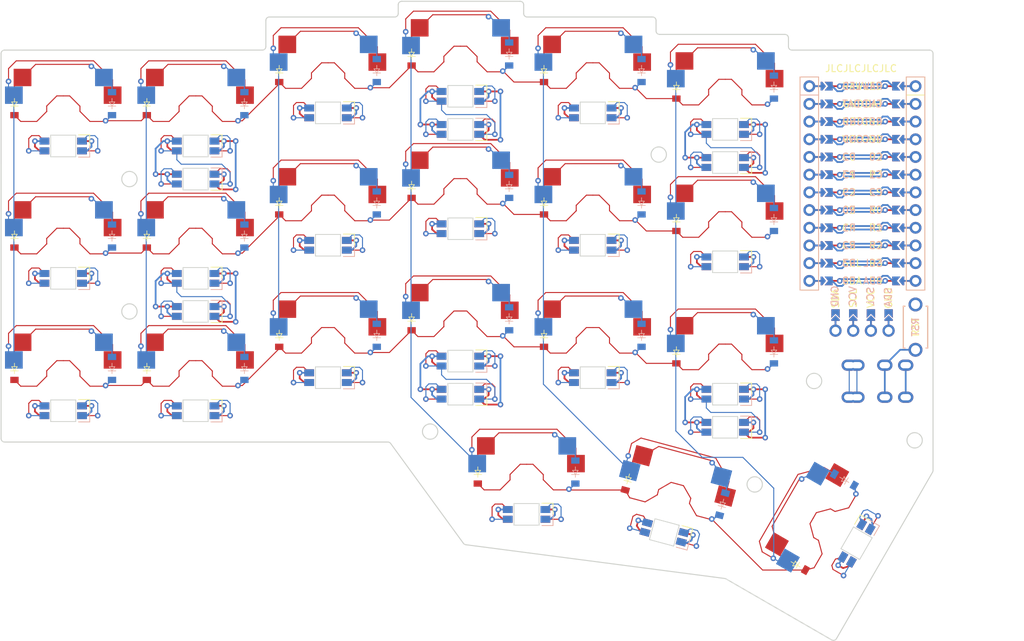
<source format=kicad_pcb>
(kicad_pcb (version 20171130) (host pcbnew 5.1.6)
  (title_block (title corney_island_mx_partially_routed) (rev 0.1) (company ceoloide))
  (layers (0 F.Cu signal) (31 B.Cu signal) (34 B.Paste user) (35 F.Paste user) (36 B.SilkS user) (37 F.SilkS user) (38 B.Mask user) (39 F.Mask user) (44 Edge.Cuts user))
  (net 0 "")
  (net 1 "C0")
  (net 2 "outer_bottom")
  (net 3 "outer_home")
  (net 4 "outer_top")
  (net 5 "C1")
  (net 6 "pinky_bottom")
  (net 7 "pinky_home")
  (net 8 "pinky_top")
  (net 9 "C2")
  (net 10 "ring_bottom")
  (net 11 "ring_home")
  (net 12 "ring_top")
  (net 13 "C3")
  (net 14 "middle_bottom")
  (net 15 "middle_home")
  (net 16 "middle_top")
  (net 17 "C4")
  (net 18 "index_bottom")
  (net 19 "index_home")
  (net 20 "index_top")
  (net 21 "C5")
  (net 22 "inner_bottom")
  (net 23 "inner_home")
  (net 24 "inner_top")
  (net 25 "near_home")
  (net 26 "mid_home")
  (net 27 "far_home")
  (net 28 "R2")
  (net 29 "R1")
  (net 30 "R0")
  (net 31 "R3")
  (net 32 "VCC")
  (net 33 "LED_19")
  (net 34 "GND")
  (net 35 "LED_18")
  (net 36 "LED_20")
  (net 37 "LED_21")
  (net 38 "LED_17")
  (net 39 "ULED_6")
  (net 40 "LED_16")
  (net 41 "ULED_5")
  (net 42 "LED_15")
  (net 43 "LED_13")
  (net 44 "LED_12")
  (net 45 "LED_14")
  (net 46 "ULED_4")
  (net 47 "LED_10")
  (net 48 "LED_9")
  (net 49 "ULED_3")
  (net 50 "LED_8")
  (net 51 "LED_6")
  (net 52 "LED_5")
  (net 53 "LED_7")
  (net 54 "ULED_2")
  (net 55 "LED_2")
  (net 56 "ULED_1")
  (net 57 "LED_1")
  (net 58 "LED")
  (net 59 "LED_11")
  (net 60 "LED_4")
  (net 61 "LED_3")
  (net 62 "RAW")
  (net 63 "RST")
  (net 64 "SCL")
  (net 65 "SDA")
  (net 66 "DAT")
  (net 67 "P2")
  (net 68 "P3")
  (net 69 "CS")
  (net 70 "P9")
  (net 71 "MCU1_24")
  (net 72 "MCU1_1")
  (net 73 "MCU1_23")
  (net 74 "MCU1_2")
  (net 75 "MCU1_22")
  (net 76 "MCU1_3")
  (net 77 "MCU1_21")
  (net 78 "MCU1_4")
  (net 79 "MCU1_20")
  (net 80 "MCU1_5")
  (net 81 "MCU1_19")
  (net 82 "MCU1_6")
  (net 83 "MCU1_18")
  (net 84 "MCU1_7")
  (net 85 "MCU1_17")
  (net 86 "MCU1_8")
  (net 87 "MCU1_16")
  (net 88 "MCU1_9")
  (net 89 "MCU1_15")
  (net 90 "MCU1_10")
  (net 91 "MCU1_14")
  (net 92 "MCU1_11")
  (net 93 "MCU1_13")
  (net 94 "MCU1_12")
  (net 95 "DISP1_1")
  (net 96 "DISP1_2")
  (net 97 "DISP1_3")
  (net 98 "DISP1_4")
  (net 99 "DISP1_5")
  (module MX (layer F.Cu) (at 100 100 0)
    (fp_text reference "S1" hide)
    (fp_text value "" hide)
    (pad "" np_thru_hole circle (at 0 0) (size 3.9878 3.9878) (drill 3.9878) (layers *.Cu *.Mask))
    (pad "" np_thru_hole circle (at 5.08 0) (size 1.7018 1.7018) (drill 1.7018) (layers *.Cu *.Mask))
    (pad "" np_thru_hole circle (at -5.08 0) (size 1.7018 1.7018) (drill 1.7018) (layers *.Cu *.Mask))
    (pad "" np_thru_hole circle (at 2.54 -5.08) (size 3 3) (drill 3) (layers *.Cu *.Mask))
    (pad "" np_thru_hole circle (at -3.81 -2.54) (size 3 3) (drill 3) (layers *.Cu *.Mask))
    (pad 1 smd rect (at -7.085 -2.54 0) (size 2.55 2.5) (layers B.Cu B.Paste B.Mask) (net 1 "C0"))
    (pad 2 smd rect (at 5.842 -5.08 0) (size 2.55 2.5) (layers B.Cu B.Paste B.Mask) (net 2 "outer_bottom"))
    (pad "" np_thru_hole circle (at -2.54 -5.08) (size 3 3) (drill 3) (layers *.Cu *.Mask))
    (pad "" np_thru_hole circle (at 3.81 -2.54) (size 3 3) (drill 3) (layers *.Cu *.Mask))
    (pad 1 smd rect (at 7.085 -2.54 0) (size 2.55 2.5) (layers F.Cu F.Paste F.Mask) (net 1 "C0"))
    (pad 2 smd rect (at -5.842 -5.08 0) (size 2.55 2.5) (layers F.Cu F.Paste F.Mask) (net 2 "outer_bottom"))
  )
  (module MX (layer F.Cu) (at 100 81 0)
    (fp_text reference "S2" hide)
    (fp_text value "" hide)
    (pad "" np_thru_hole circle (at 0 0) (size 3.9878 3.9878) (drill 3.9878) (layers *.Cu *.Mask))
    (pad "" np_thru_hole circle (at 5.08 0) (size 1.7018 1.7018) (drill 1.7018) (layers *.Cu *.Mask))
    (pad "" np_thru_hole circle (at -5.08 0) (size 1.7018 1.7018) (drill 1.7018) (layers *.Cu *.Mask))
    (pad "" np_thru_hole circle (at 2.54 -5.08) (size 3 3) (drill 3) (layers *.Cu *.Mask))
    (pad "" np_thru_hole circle (at -3.81 -2.54) (size 3 3) (drill 3) (layers *.Cu *.Mask))
    (pad 1 smd rect (at -7.085 -2.54 0) (size 2.55 2.5) (layers B.Cu B.Paste B.Mask) (net 1 "C0"))
    (pad 2 smd rect (at 5.842 -5.08 0) (size 2.55 2.5) (layers B.Cu B.Paste B.Mask) (net 3 "outer_home"))
    (pad "" np_thru_hole circle (at -2.54 -5.08) (size 3 3) (drill 3) (layers *.Cu *.Mask))
    (pad "" np_thru_hole circle (at 3.81 -2.54) (size 3 3) (drill 3) (layers *.Cu *.Mask))
    (pad 1 smd rect (at 7.085 -2.54 0) (size 2.55 2.5) (layers F.Cu F.Paste F.Mask) (net 1 "C0"))
    (pad 2 smd rect (at -5.842 -5.08 0) (size 2.55 2.5) (layers F.Cu F.Paste F.Mask) (net 3 "outer_home"))
  )
  (module MX (layer F.Cu) (at 100 62 0)
    (fp_text reference "S3" hide)
    (fp_text value "" hide)
    (pad "" np_thru_hole circle (at 0 0) (size 3.9878 3.9878) (drill 3.9878) (layers *.Cu *.Mask))
    (pad "" np_thru_hole circle (at 5.08 0) (size 1.7018 1.7018) (drill 1.7018) (layers *.Cu *.Mask))
    (pad "" np_thru_hole circle (at -5.08 0) (size 1.7018 1.7018) (drill 1.7018) (layers *.Cu *.Mask))
    (pad "" np_thru_hole circle (at 2.54 -5.08) (size 3 3) (drill 3) (layers *.Cu *.Mask))
    (pad "" np_thru_hole circle (at -3.81 -2.54) (size 3 3) (drill 3) (layers *.Cu *.Mask))
    (pad 1 smd rect (at -7.085 -2.54 0) (size 2.55 2.5) (layers B.Cu B.Paste B.Mask) (net 1 "C0"))
    (pad 2 smd rect (at 5.842 -5.08 0) (size 2.55 2.5) (layers B.Cu B.Paste B.Mask) (net 4 "outer_top"))
    (pad "" np_thru_hole circle (at -2.54 -5.08) (size 3 3) (drill 3) (layers *.Cu *.Mask))
    (pad "" np_thru_hole circle (at 3.81 -2.54) (size 3 3) (drill 3) (layers *.Cu *.Mask))
    (pad 1 smd rect (at 7.085 -2.54 0) (size 2.55 2.5) (layers F.Cu F.Paste F.Mask) (net 1 "C0"))
    (pad 2 smd rect (at -5.842 -5.08 0) (size 2.55 2.5) (layers F.Cu F.Paste F.Mask) (net 4 "outer_top"))
  )
  (module MX (layer F.Cu) (at 119 100 0)
    (fp_text reference "S4" hide)
    (fp_text value "" hide)
    (pad "" np_thru_hole circle (at 0 0) (size 3.9878 3.9878) (drill 3.9878) (layers *.Cu *.Mask))
    (pad "" np_thru_hole circle (at 5.08 0) (size 1.7018 1.7018) (drill 1.7018) (layers *.Cu *.Mask))
    (pad "" np_thru_hole circle (at -5.08 0) (size 1.7018 1.7018) (drill 1.7018) (layers *.Cu *.Mask))
    (pad "" np_thru_hole circle (at 2.54 -5.08) (size 3 3) (drill 3) (layers *.Cu *.Mask))
    (pad "" np_thru_hole circle (at -3.81 -2.54) (size 3 3) (drill 3) (layers *.Cu *.Mask))
    (pad 1 smd rect (at -7.085 -2.54 0) (size 2.55 2.5) (layers B.Cu B.Paste B.Mask) (net 5 "C1"))
    (pad 2 smd rect (at 5.842 -5.08 0) (size 2.55 2.5) (layers B.Cu B.Paste B.Mask) (net 6 "pinky_bottom"))
    (pad "" np_thru_hole circle (at -2.54 -5.08) (size 3 3) (drill 3) (layers *.Cu *.Mask))
    (pad "" np_thru_hole circle (at 3.81 -2.54) (size 3 3) (drill 3) (layers *.Cu *.Mask))
    (pad 1 smd rect (at 7.085 -2.54 0) (size 2.55 2.5) (layers F.Cu F.Paste F.Mask) (net 5 "C1"))
    (pad 2 smd rect (at -5.842 -5.08 0) (size 2.55 2.5) (layers F.Cu F.Paste F.Mask) (net 6 "pinky_bottom"))
  )
  (module MX (layer F.Cu) (at 119 81 0)
    (fp_text reference "S5" hide)
    (fp_text value "" hide)
    (pad "" np_thru_hole circle (at 0 0) (size 3.9878 3.9878) (drill 3.9878) (layers *.Cu *.Mask))
    (pad "" np_thru_hole circle (at 5.08 0) (size 1.7018 1.7018) (drill 1.7018) (layers *.Cu *.Mask))
    (pad "" np_thru_hole circle (at -5.08 0) (size 1.7018 1.7018) (drill 1.7018) (layers *.Cu *.Mask))
    (pad "" np_thru_hole circle (at 2.54 -5.08) (size 3 3) (drill 3) (layers *.Cu *.Mask))
    (pad "" np_thru_hole circle (at -3.81 -2.54) (size 3 3) (drill 3) (layers *.Cu *.Mask))
    (pad 1 smd rect (at -7.085 -2.54 0) (size 2.55 2.5) (layers B.Cu B.Paste B.Mask) (net 5 "C1"))
    (pad 2 smd rect (at 5.842 -5.08 0) (size 2.55 2.5) (layers B.Cu B.Paste B.Mask) (net 7 "pinky_home"))
    (pad "" np_thru_hole circle (at -2.54 -5.08) (size 3 3) (drill 3) (layers *.Cu *.Mask))
    (pad "" np_thru_hole circle (at 3.81 -2.54) (size 3 3) (drill 3) (layers *.Cu *.Mask))
    (pad 1 smd rect (at 7.085 -2.54 0) (size 2.55 2.5) (layers F.Cu F.Paste F.Mask) (net 5 "C1"))
    (pad 2 smd rect (at -5.842 -5.08 0) (size 2.55 2.5) (layers F.Cu F.Paste F.Mask) (net 7 "pinky_home"))
  )
  (module MX (layer F.Cu) (at 119 62 0)
    (fp_text reference "S6" hide)
    (fp_text value "" hide)
    (pad "" np_thru_hole circle (at 0 0) (size 3.9878 3.9878) (drill 3.9878) (layers *.Cu *.Mask))
    (pad "" np_thru_hole circle (at 5.08 0) (size 1.7018 1.7018) (drill 1.7018) (layers *.Cu *.Mask))
    (pad "" np_thru_hole circle (at -5.08 0) (size 1.7018 1.7018) (drill 1.7018) (layers *.Cu *.Mask))
    (pad "" np_thru_hole circle (at 2.54 -5.08) (size 3 3) (drill 3) (layers *.Cu *.Mask))
    (pad "" np_thru_hole circle (at -3.81 -2.54) (size 3 3) (drill 3) (layers *.Cu *.Mask))
    (pad 1 smd rect (at -7.085 -2.54 0) (size 2.55 2.5) (layers B.Cu B.Paste B.Mask) (net 5 "C1"))
    (pad 2 smd rect (at 5.842 -5.08 0) (size 2.55 2.5) (layers B.Cu B.Paste B.Mask) (net 8 "pinky_top"))
    (pad "" np_thru_hole circle (at -2.54 -5.08) (size 3 3) (drill 3) (layers *.Cu *.Mask))
    (pad "" np_thru_hole circle (at 3.81 -2.54) (size 3 3) (drill 3) (layers *.Cu *.Mask))
    (pad 1 smd rect (at 7.085 -2.54 0) (size 2.55 2.5) (layers F.Cu F.Paste F.Mask) (net 5 "C1"))
    (pad 2 smd rect (at -5.842 -5.08 0) (size 2.55 2.5) (layers F.Cu F.Paste F.Mask) (net 8 "pinky_top"))
  )
  (module MX (layer F.Cu) (at 138 95.25 0)
    (fp_text reference "S7" hide)
    (fp_text value "" hide)
    (pad "" np_thru_hole circle (at 0 0) (size 3.9878 3.9878) (drill 3.9878) (layers *.Cu *.Mask))
    (pad "" np_thru_hole circle (at 5.08 0) (size 1.7018 1.7018) (drill 1.7018) (layers *.Cu *.Mask))
    (pad "" np_thru_hole circle (at -5.08 0) (size 1.7018 1.7018) (drill 1.7018) (layers *.Cu *.Mask))
    (pad "" np_thru_hole circle (at 2.54 -5.08) (size 3 3) (drill 3) (layers *.Cu *.Mask))
    (pad "" np_thru_hole circle (at -3.81 -2.54) (size 3 3) (drill 3) (layers *.Cu *.Mask))
    (pad 1 smd rect (at -7.085 -2.54 0) (size 2.55 2.5) (layers B.Cu B.Paste B.Mask) (net 9 "C2"))
    (pad 2 smd rect (at 5.842 -5.08 0) (size 2.55 2.5) (layers B.Cu B.Paste B.Mask) (net 10 "ring_bottom"))
    (pad "" np_thru_hole circle (at -2.54 -5.08) (size 3 3) (drill 3) (layers *.Cu *.Mask))
    (pad "" np_thru_hole circle (at 3.81 -2.54) (size 3 3) (drill 3) (layers *.Cu *.Mask))
    (pad 1 smd rect (at 7.085 -2.54 0) (size 2.55 2.5) (layers F.Cu F.Paste F.Mask) (net 9 "C2"))
    (pad 2 smd rect (at -5.842 -5.08 0) (size 2.55 2.5) (layers F.Cu F.Paste F.Mask) (net 10 "ring_bottom"))
  )
  (module MX (layer F.Cu) (at 138 76.25 0)
    (fp_text reference "S8" hide)
    (fp_text value "" hide)
    (pad "" np_thru_hole circle (at 0 0) (size 3.9878 3.9878) (drill 3.9878) (layers *.Cu *.Mask))
    (pad "" np_thru_hole circle (at 5.08 0) (size 1.7018 1.7018) (drill 1.7018) (layers *.Cu *.Mask))
    (pad "" np_thru_hole circle (at -5.08 0) (size 1.7018 1.7018) (drill 1.7018) (layers *.Cu *.Mask))
    (pad "" np_thru_hole circle (at 2.54 -5.08) (size 3 3) (drill 3) (layers *.Cu *.Mask))
    (pad "" np_thru_hole circle (at -3.81 -2.54) (size 3 3) (drill 3) (layers *.Cu *.Mask))
    (pad 1 smd rect (at -7.085 -2.54 0) (size 2.55 2.5) (layers B.Cu B.Paste B.Mask) (net 9 "C2"))
    (pad 2 smd rect (at 5.842 -5.08 0) (size 2.55 2.5) (layers B.Cu B.Paste B.Mask) (net 11 "ring_home"))
    (pad "" np_thru_hole circle (at -2.54 -5.08) (size 3 3) (drill 3) (layers *.Cu *.Mask))
    (pad "" np_thru_hole circle (at 3.81 -2.54) (size 3 3) (drill 3) (layers *.Cu *.Mask))
    (pad 1 smd rect (at 7.085 -2.54 0) (size 2.55 2.5) (layers F.Cu F.Paste F.Mask) (net 9 "C2"))
    (pad 2 smd rect (at -5.842 -5.08 0) (size 2.55 2.5) (layers F.Cu F.Paste F.Mask) (net 11 "ring_home"))
  )
  (module MX (layer F.Cu) (at 138 57.25 0)
    (fp_text reference "S9" hide)
    (fp_text value "" hide)
    (pad "" np_thru_hole circle (at 0 0) (size 3.9878 3.9878) (drill 3.9878) (layers *.Cu *.Mask))
    (pad "" np_thru_hole circle (at 5.08 0) (size 1.7018 1.7018) (drill 1.7018) (layers *.Cu *.Mask))
    (pad "" np_thru_hole circle (at -5.08 0) (size 1.7018 1.7018) (drill 1.7018) (layers *.Cu *.Mask))
    (pad "" np_thru_hole circle (at 2.54 -5.08) (size 3 3) (drill 3) (layers *.Cu *.Mask))
    (pad "" np_thru_hole circle (at -3.81 -2.54) (size 3 3) (drill 3) (layers *.Cu *.Mask))
    (pad 1 smd rect (at -7.085 -2.54 0) (size 2.55 2.5) (layers B.Cu B.Paste B.Mask) (net 9 "C2"))
    (pad 2 smd rect (at 5.842 -5.08 0) (size 2.55 2.5) (layers B.Cu B.Paste B.Mask) (net 12 "ring_top"))
    (pad "" np_thru_hole circle (at -2.54 -5.08) (size 3 3) (drill 3) (layers *.Cu *.Mask))
    (pad "" np_thru_hole circle (at 3.81 -2.54) (size 3 3) (drill 3) (layers *.Cu *.Mask))
    (pad 1 smd rect (at 7.085 -2.54 0) (size 2.55 2.5) (layers F.Cu F.Paste F.Mask) (net 9 "C2"))
    (pad 2 smd rect (at -5.842 -5.08 0) (size 2.55 2.5) (layers F.Cu F.Paste F.Mask) (net 12 "ring_top"))
  )
  (module MX (layer F.Cu) (at 157 92.875 0)
    (fp_text reference "S10" hide)
    (fp_text value "" hide)
    (pad "" np_thru_hole circle (at 0 0) (size 3.9878 3.9878) (drill 3.9878) (layers *.Cu *.Mask))
    (pad "" np_thru_hole circle (at 5.08 0) (size 1.7018 1.7018) (drill 1.7018) (layers *.Cu *.Mask))
    (pad "" np_thru_hole circle (at -5.08 0) (size 1.7018 1.7018) (drill 1.7018) (layers *.Cu *.Mask))
    (pad "" np_thru_hole circle (at 2.54 -5.08) (size 3 3) (drill 3) (layers *.Cu *.Mask))
    (pad "" np_thru_hole circle (at -3.81 -2.54) (size 3 3) (drill 3) (layers *.Cu *.Mask))
    (pad 1 smd rect (at -7.085 -2.54 0) (size 2.55 2.5) (layers B.Cu B.Paste B.Mask) (net 13 "C3"))
    (pad 2 smd rect (at 5.842 -5.08 0) (size 2.55 2.5) (layers B.Cu B.Paste B.Mask) (net 14 "middle_bottom"))
    (pad "" np_thru_hole circle (at -2.54 -5.08) (size 3 3) (drill 3) (layers *.Cu *.Mask))
    (pad "" np_thru_hole circle (at 3.81 -2.54) (size 3 3) (drill 3) (layers *.Cu *.Mask))
    (pad 1 smd rect (at 7.085 -2.54 0) (size 2.55 2.5) (layers F.Cu F.Paste F.Mask) (net 13 "C3"))
    (pad 2 smd rect (at -5.842 -5.08 0) (size 2.55 2.5) (layers F.Cu F.Paste F.Mask) (net 14 "middle_bottom"))
  )
  (module MX (layer F.Cu) (at 157 73.875 0)
    (fp_text reference "S11" hide)
    (fp_text value "" hide)
    (pad "" np_thru_hole circle (at 0 0) (size 3.9878 3.9878) (drill 3.9878) (layers *.Cu *.Mask))
    (pad "" np_thru_hole circle (at 5.08 0) (size 1.7018 1.7018) (drill 1.7018) (layers *.Cu *.Mask))
    (pad "" np_thru_hole circle (at -5.08 0) (size 1.7018 1.7018) (drill 1.7018) (layers *.Cu *.Mask))
    (pad "" np_thru_hole circle (at 2.54 -5.08) (size 3 3) (drill 3) (layers *.Cu *.Mask))
    (pad "" np_thru_hole circle (at -3.81 -2.54) (size 3 3) (drill 3) (layers *.Cu *.Mask))
    (pad 1 smd rect (at -7.085 -2.54 0) (size 2.55 2.5) (layers B.Cu B.Paste B.Mask) (net 13 "C3"))
    (pad 2 smd rect (at 5.842 -5.08 0) (size 2.55 2.5) (layers B.Cu B.Paste B.Mask) (net 15 "middle_home"))
    (pad "" np_thru_hole circle (at -2.54 -5.08) (size 3 3) (drill 3) (layers *.Cu *.Mask))
    (pad "" np_thru_hole circle (at 3.81 -2.54) (size 3 3) (drill 3) (layers *.Cu *.Mask))
    (pad 1 smd rect (at 7.085 -2.54 0) (size 2.55 2.5) (layers F.Cu F.Paste F.Mask) (net 13 "C3"))
    (pad 2 smd rect (at -5.842 -5.08 0) (size 2.55 2.5) (layers F.Cu F.Paste F.Mask) (net 15 "middle_home"))
  )
  (module MX (layer F.Cu) (at 157 54.875 0)
    (fp_text reference "S12" hide)
    (fp_text value "" hide)
    (pad "" np_thru_hole circle (at 0 0) (size 3.9878 3.9878) (drill 3.9878) (layers *.Cu *.Mask))
    (pad "" np_thru_hole circle (at 5.08 0) (size 1.7018 1.7018) (drill 1.7018) (layers *.Cu *.Mask))
    (pad "" np_thru_hole circle (at -5.08 0) (size 1.7018 1.7018) (drill 1.7018) (layers *.Cu *.Mask))
    (pad "" np_thru_hole circle (at 2.54 -5.08) (size 3 3) (drill 3) (layers *.Cu *.Mask))
    (pad "" np_thru_hole circle (at -3.81 -2.54) (size 3 3) (drill 3) (layers *.Cu *.Mask))
    (pad 1 smd rect (at -7.085 -2.54 0) (size 2.55 2.5) (layers B.Cu B.Paste B.Mask) (net 13 "C3"))
    (pad 2 smd rect (at 5.842 -5.08 0) (size 2.55 2.5) (layers B.Cu B.Paste B.Mask) (net 16 "middle_top"))
    (pad "" np_thru_hole circle (at -2.54 -5.08) (size 3 3) (drill 3) (layers *.Cu *.Mask))
    (pad "" np_thru_hole circle (at 3.81 -2.54) (size 3 3) (drill 3) (layers *.Cu *.Mask))
    (pad 1 smd rect (at 7.085 -2.54 0) (size 2.55 2.5) (layers F.Cu F.Paste F.Mask) (net 13 "C3"))
    (pad 2 smd rect (at -5.842 -5.08 0) (size 2.55 2.5) (layers F.Cu F.Paste F.Mask) (net 16 "middle_top"))
  )
  (module MX (layer F.Cu) (at 176 95.25 0)
    (fp_text reference "S13" hide)
    (fp_text value "" hide)
    (pad "" np_thru_hole circle (at 0 0) (size 3.9878 3.9878) (drill 3.9878) (layers *.Cu *.Mask))
    (pad "" np_thru_hole circle (at 5.08 0) (size 1.7018 1.7018) (drill 1.7018) (layers *.Cu *.Mask))
    (pad "" np_thru_hole circle (at -5.08 0) (size 1.7018 1.7018) (drill 1.7018) (layers *.Cu *.Mask))
    (pad "" np_thru_hole circle (at 2.54 -5.08) (size 3 3) (drill 3) (layers *.Cu *.Mask))
    (pad "" np_thru_hole circle (at -3.81 -2.54) (size 3 3) (drill 3) (layers *.Cu *.Mask))
    (pad 1 smd rect (at -7.085 -2.54 0) (size 2.55 2.5) (layers B.Cu B.Paste B.Mask) (net 17 "C4"))
    (pad 2 smd rect (at 5.842 -5.08 0) (size 2.55 2.5) (layers B.Cu B.Paste B.Mask) (net 18 "index_bottom"))
    (pad "" np_thru_hole circle (at -2.54 -5.08) (size 3 3) (drill 3) (layers *.Cu *.Mask))
    (pad "" np_thru_hole circle (at 3.81 -2.54) (size 3 3) (drill 3) (layers *.Cu *.Mask))
    (pad 1 smd rect (at 7.085 -2.54 0) (size 2.55 2.5) (layers F.Cu F.Paste F.Mask) (net 17 "C4"))
    (pad 2 smd rect (at -5.842 -5.08 0) (size 2.55 2.5) (layers F.Cu F.Paste F.Mask) (net 18 "index_bottom"))
  )
  (module MX (layer F.Cu) (at 176 76.25 0)
    (fp_text reference "S14" hide)
    (fp_text value "" hide)
    (pad "" np_thru_hole circle (at 0 0) (size 3.9878 3.9878) (drill 3.9878) (layers *.Cu *.Mask))
    (pad "" np_thru_hole circle (at 5.08 0) (size 1.7018 1.7018) (drill 1.7018) (layers *.Cu *.Mask))
    (pad "" np_thru_hole circle (at -5.08 0) (size 1.7018 1.7018) (drill 1.7018) (layers *.Cu *.Mask))
    (pad "" np_thru_hole circle (at 2.54 -5.08) (size 3 3) (drill 3) (layers *.Cu *.Mask))
    (pad "" np_thru_hole circle (at -3.81 -2.54) (size 3 3) (drill 3) (layers *.Cu *.Mask))
    (pad 1 smd rect (at -7.085 -2.54 0) (size 2.55 2.5) (layers B.Cu B.Paste B.Mask) (net 17 "C4"))
    (pad 2 smd rect (at 5.842 -5.08 0) (size 2.55 2.5) (layers B.Cu B.Paste B.Mask) (net 19 "index_home"))
    (pad "" np_thru_hole circle (at -2.54 -5.08) (size 3 3) (drill 3) (layers *.Cu *.Mask))
    (pad "" np_thru_hole circle (at 3.81 -2.54) (size 3 3) (drill 3) (layers *.Cu *.Mask))
    (pad 1 smd rect (at 7.085 -2.54 0) (size 2.55 2.5) (layers F.Cu F.Paste F.Mask) (net 17 "C4"))
    (pad 2 smd rect (at -5.842 -5.08 0) (size 2.55 2.5) (layers F.Cu F.Paste F.Mask) (net 19 "index_home"))
  )
  (module MX (layer F.Cu) (at 176 57.25 0)
    (fp_text reference "S15" hide)
    (fp_text value "" hide)
    (pad "" np_thru_hole circle (at 0 0) (size 3.9878 3.9878) (drill 3.9878) (layers *.Cu *.Mask))
    (pad "" np_thru_hole circle (at 5.08 0) (size 1.7018 1.7018) (drill 1.7018) (layers *.Cu *.Mask))
    (pad "" np_thru_hole circle (at -5.08 0) (size 1.7018 1.7018) (drill 1.7018) (layers *.Cu *.Mask))
    (pad "" np_thru_hole circle (at 2.54 -5.08) (size 3 3) (drill 3) (layers *.Cu *.Mask))
    (pad "" np_thru_hole circle (at -3.81 -2.54) (size 3 3) (drill 3) (layers *.Cu *.Mask))
    (pad 1 smd rect (at -7.085 -2.54 0) (size 2.55 2.5) (layers B.Cu B.Paste B.Mask) (net 17 "C4"))
    (pad 2 smd rect (at 5.842 -5.08 0) (size 2.55 2.5) (layers B.Cu B.Paste B.Mask) (net 20 "index_top"))
    (pad "" np_thru_hole circle (at -2.54 -5.08) (size 3 3) (drill 3) (layers *.Cu *.Mask))
    (pad "" np_thru_hole circle (at 3.81 -2.54) (size 3 3) (drill 3) (layers *.Cu *.Mask))
    (pad 1 smd rect (at 7.085 -2.54 0) (size 2.55 2.5) (layers F.Cu F.Paste F.Mask) (net 17 "C4"))
    (pad 2 smd rect (at -5.842 -5.08 0) (size 2.55 2.5) (layers F.Cu F.Paste F.Mask) (net 20 "index_top"))
  )
  (module MX (layer F.Cu) (at 195 97.625 0)
    (fp_text reference "S16" hide)
    (fp_text value "" hide)
    (pad "" np_thru_hole circle (at 0 0) (size 3.9878 3.9878) (drill 3.9878) (layers *.Cu *.Mask))
    (pad "" np_thru_hole circle (at 5.08 0) (size 1.7018 1.7018) (drill 1.7018) (layers *.Cu *.Mask))
    (pad "" np_thru_hole circle (at -5.08 0) (size 1.7018 1.7018) (drill 1.7018) (layers *.Cu *.Mask))
    (pad "" np_thru_hole circle (at 2.54 -5.08) (size 3 3) (drill 3) (layers *.Cu *.Mask))
    (pad "" np_thru_hole circle (at -3.81 -2.54) (size 3 3) (drill 3) (layers *.Cu *.Mask))
    (pad 1 smd rect (at -7.085 -2.54 0) (size 2.55 2.5) (layers B.Cu B.Paste B.Mask) (net 21 "C5"))
    (pad 2 smd rect (at 5.842 -5.08 0) (size 2.55 2.5) (layers B.Cu B.Paste B.Mask) (net 22 "inner_bottom"))
    (pad "" np_thru_hole circle (at -2.54 -5.08) (size 3 3) (drill 3) (layers *.Cu *.Mask))
    (pad "" np_thru_hole circle (at 3.81 -2.54) (size 3 3) (drill 3) (layers *.Cu *.Mask))
    (pad 1 smd rect (at 7.085 -2.54 0) (size 2.55 2.5) (layers F.Cu F.Paste F.Mask) (net 21 "C5"))
    (pad 2 smd rect (at -5.842 -5.08 0) (size 2.55 2.5) (layers F.Cu F.Paste F.Mask) (net 22 "inner_bottom"))
  )
  (module MX (layer F.Cu) (at 195 78.625 0)
    (fp_text reference "S17" hide)
    (fp_text value "" hide)
    (pad "" np_thru_hole circle (at 0 0) (size 3.9878 3.9878) (drill 3.9878) (layers *.Cu *.Mask))
    (pad "" np_thru_hole circle (at 5.08 0) (size 1.7018 1.7018) (drill 1.7018) (layers *.Cu *.Mask))
    (pad "" np_thru_hole circle (at -5.08 0) (size 1.7018 1.7018) (drill 1.7018) (layers *.Cu *.Mask))
    (pad "" np_thru_hole circle (at 2.54 -5.08) (size 3 3) (drill 3) (layers *.Cu *.Mask))
    (pad "" np_thru_hole circle (at -3.81 -2.54) (size 3 3) (drill 3) (layers *.Cu *.Mask))
    (pad 1 smd rect (at -7.085 -2.54 0) (size 2.55 2.5) (layers B.Cu B.Paste B.Mask) (net 21 "C5"))
    (pad 2 smd rect (at 5.842 -5.08 0) (size 2.55 2.5) (layers B.Cu B.Paste B.Mask) (net 23 "inner_home"))
    (pad "" np_thru_hole circle (at -2.54 -5.08) (size 3 3) (drill 3) (layers *.Cu *.Mask))
    (pad "" np_thru_hole circle (at 3.81 -2.54) (size 3 3) (drill 3) (layers *.Cu *.Mask))
    (pad 1 smd rect (at 7.085 -2.54 0) (size 2.55 2.5) (layers F.Cu F.Paste F.Mask) (net 21 "C5"))
    (pad 2 smd rect (at -5.842 -5.08 0) (size 2.55 2.5) (layers F.Cu F.Paste F.Mask) (net 23 "inner_home"))
  )
  (module MX (layer F.Cu) (at 195 59.625 0)
    (fp_text reference "S18" hide)
    (fp_text value "" hide)
    (pad "" np_thru_hole circle (at 0 0) (size 3.9878 3.9878) (drill 3.9878) (layers *.Cu *.Mask))
    (pad "" np_thru_hole circle (at 5.08 0) (size 1.7018 1.7018) (drill 1.7018) (layers *.Cu *.Mask))
    (pad "" np_thru_hole circle (at -5.08 0) (size 1.7018 1.7018) (drill 1.7018) (layers *.Cu *.Mask))
    (pad "" np_thru_hole circle (at 2.54 -5.08) (size 3 3) (drill 3) (layers *.Cu *.Mask))
    (pad "" np_thru_hole circle (at -3.81 -2.54) (size 3 3) (drill 3) (layers *.Cu *.Mask))
    (pad 1 smd rect (at -7.085 -2.54 0) (size 2.55 2.5) (layers B.Cu B.Paste B.Mask) (net 21 "C5"))
    (pad 2 smd rect (at 5.842 -5.08 0) (size 2.55 2.5) (layers B.Cu B.Paste B.Mask) (net 24 "inner_top"))
    (pad "" np_thru_hole circle (at -2.54 -5.08) (size 3 3) (drill 3) (layers *.Cu *.Mask))
    (pad "" np_thru_hole circle (at 3.81 -2.54) (size 3 3) (drill 3) (layers *.Cu *.Mask))
    (pad 1 smd rect (at 7.085 -2.54 0) (size 2.55 2.5) (layers F.Cu F.Paste F.Mask) (net 21 "C5"))
    (pad 2 smd rect (at -5.842 -5.08 0) (size 2.55 2.5) (layers F.Cu F.Paste F.Mask) (net 24 "inner_top"))
  )
  (module MX (layer F.Cu) (at 166.5 114.875 0)
    (fp_text reference "S19" hide)
    (fp_text value "" hide)
    (pad "" np_thru_hole circle (at 0 0) (size 3.9878 3.9878) (drill 3.9878) (layers *.Cu *.Mask))
    (pad "" np_thru_hole circle (at 5.08 0) (size 1.7018 1.7018) (drill 1.7018) (layers *.Cu *.Mask))
    (pad "" np_thru_hole circle (at -5.08 0) (size 1.7018 1.7018) (drill 1.7018) (layers *.Cu *.Mask))
    (pad "" np_thru_hole circle (at 2.54 -5.08) (size 3 3) (drill 3) (layers *.Cu *.Mask))
    (pad "" np_thru_hole circle (at -3.81 -2.54) (size 3 3) (drill 3) (layers *.Cu *.Mask))
    (pad 1 smd rect (at -7.085 -2.54 0) (size 2.55 2.5) (layers B.Cu B.Paste B.Mask) (net 13 "C3"))
    (pad 2 smd rect (at 5.842 -5.08 0) (size 2.55 2.5) (layers B.Cu B.Paste B.Mask) (net 25 "near_home"))
    (pad "" np_thru_hole circle (at -2.54 -5.08) (size 3 3) (drill 3) (layers *.Cu *.Mask))
    (pad "" np_thru_hole circle (at 3.81 -2.54) (size 3 3) (drill 3) (layers *.Cu *.Mask))
    (pad 1 smd rect (at 7.085 -2.54 0) (size 2.55 2.5) (layers F.Cu F.Paste F.Mask) (net 13 "C3"))
    (pad 2 smd rect (at -5.842 -5.08 0) (size 2.55 2.5) (layers F.Cu F.Paste F.Mask) (net 25 "near_home"))
  )
  (module MX (layer F.Cu) (at 187.5 117.625 -15)
    (fp_text reference "S20" hide)
    (fp_text value "" hide)
    (pad "" np_thru_hole circle (at 0 0) (size 3.9878 3.9878) (drill 3.9878) (layers *.Cu *.Mask))
    (pad "" np_thru_hole circle (at 5.08 0) (size 1.7018 1.7018) (drill 1.7018) (layers *.Cu *.Mask))
    (pad "" np_thru_hole circle (at -5.08 0) (size 1.7018 1.7018) (drill 1.7018) (layers *.Cu *.Mask))
    (pad "" np_thru_hole circle (at 2.54 -5.08) (size 3 3) (drill 3) (layers *.Cu *.Mask))
    (pad "" np_thru_hole circle (at -3.81 -2.54) (size 3 3) (drill 3) (layers *.Cu *.Mask))
    (pad 1 smd rect (at -7.085 -2.54 -15) (size 2.55 2.5) (layers B.Cu B.Paste B.Mask) (net 17 "C4"))
    (pad 2 smd rect (at 5.842 -5.08 -15) (size 2.55 2.5) (layers B.Cu B.Paste B.Mask) (net 26 "mid_home"))
    (pad "" np_thru_hole circle (at -2.54 -5.08) (size 3 3) (drill 3) (layers *.Cu *.Mask))
    (pad "" np_thru_hole circle (at 3.81 -2.54) (size 3 3) (drill 3) (layers *.Cu *.Mask))
    (pad 1 smd rect (at 7.085 -2.54 -15) (size 2.55 2.5) (layers F.Cu F.Paste F.Mask) (net 17 "C4"))
    (pad 2 smd rect (at -5.842 -5.08 -15) (size 2.55 2.5) (layers F.Cu F.Paste F.Mask) (net 26 "mid_home"))
  )
  (module MX (layer F.Cu) (at 209.7468058 121.3891576 60)
    (fp_text reference "S21" hide)
    (fp_text value "" hide)
    (pad "" np_thru_hole circle (at 0 0) (size 3.9878 3.9878) (drill 3.9878) (layers *.Cu *.Mask))
    (pad "" np_thru_hole circle (at 5.08 0) (size 1.7018 1.7018) (drill 1.7018) (layers *.Cu *.Mask))
    (pad "" np_thru_hole circle (at -5.08 0) (size 1.7018 1.7018) (drill 1.7018) (layers *.Cu *.Mask))
    (pad "" np_thru_hole circle (at 2.54 -5.08) (size 3 3) (drill 3) (layers *.Cu *.Mask))
    (pad "" np_thru_hole circle (at -3.81 -2.54) (size 3 3) (drill 3) (layers *.Cu *.Mask))
    (pad 1 smd rect (at -7.085 -2.54 60) (size 2.55 2.5) (layers B.Cu B.Paste B.Mask) (net 21 "C5"))
    (pad 2 smd rect (at 5.842 -5.08 60) (size 2.55 2.5) (layers B.Cu B.Paste B.Mask) (net 27 "far_home"))
    (pad "" np_thru_hole circle (at -2.54 -5.08) (size 3 3) (drill 3) (layers *.Cu *.Mask))
    (pad "" np_thru_hole circle (at 3.81 -2.54) (size 3 3) (drill 3) (layers *.Cu *.Mask))
    (pad 1 smd rect (at 7.085 -2.54 60) (size 2.55 2.5) (layers F.Cu F.Paste F.Mask) (net 21 "C5"))
    (pad 2 smd rect (at -5.842 -5.08 60) (size 2.55 2.5) (layers F.Cu F.Paste F.Mask) (net 27 "far_home"))
  )
  (module ComboDiode (layer B.Cu) (at 107 98.675 90)
    (fp_text reference "D1" hide)
    (pad 2 smd rect (at 1.65 0 90) (size 0.9 1.2) (layers B.Cu B.Paste B.Mask) (net 2 "outer_bottom"))
    (pad 1 smd rect (at -1.65 0 90) (size 0.9 1.2) (layers B.Cu B.Paste B.Mask) (net 28 "R2"))
  )
  (module ComboDiode (layer B.Cu) (at 107 79.675 90)
    (fp_text reference "D2" hide)
    (pad 2 smd rect (at 1.65 0 90) (size 0.9 1.2) (layers B.Cu B.Paste B.Mask) (net 3 "outer_home"))
    (pad 1 smd rect (at -1.65 0 90) (size 0.9 1.2) (layers B.Cu B.Paste B.Mask) (net 29 "R1"))
  )
  (module ComboDiode (layer B.Cu) (at 107 60.675 90)
    (fp_text reference "D3" hide)
    (pad 2 smd rect (at 1.65 0 90) (size 0.9 1.2) (layers B.Cu B.Paste B.Mask) (net 4 "outer_top"))
    (pad 1 smd rect (at -1.65 0 90) (size 0.9 1.2) (layers B.Cu B.Paste B.Mask) (net 30 "R0"))
  )
  (module ComboDiode (layer B.Cu) (at 126 98.675 90)
    (fp_text reference "D4" hide)
    (pad 2 smd rect (at 1.65 0 90) (size 0.9 1.2) (layers B.Cu B.Paste B.Mask) (net 6 "pinky_bottom"))
    (pad 1 smd rect (at -1.65 0 90) (size 0.9 1.2) (layers B.Cu B.Paste B.Mask) (net 28 "R2"))
  )
  (module ComboDiode (layer B.Cu) (at 126 79.675 90)
    (fp_text reference "D5" hide)
    (pad 2 smd rect (at 1.65 0 90) (size 0.9 1.2) (layers B.Cu B.Paste B.Mask) (net 7 "pinky_home"))
    (pad 1 smd rect (at -1.65 0 90) (size 0.9 1.2) (layers B.Cu B.Paste B.Mask) (net 29 "R1"))
  )
  (module ComboDiode (layer B.Cu) (at 126 60.675 90)
    (fp_text reference "D6" hide)
    (pad 2 smd rect (at 1.65 0 90) (size 0.9 1.2) (layers B.Cu B.Paste B.Mask) (net 8 "pinky_top"))
    (pad 1 smd rect (at -1.65 0 90) (size 0.9 1.2) (layers B.Cu B.Paste B.Mask) (net 30 "R0"))
  )
  (module ComboDiode (layer B.Cu) (at 145 93.925 90)
    (fp_text reference "D7" hide)
    (pad 2 smd rect (at 1.65 0 90) (size 0.9 1.2) (layers B.Cu B.Paste B.Mask) (net 10 "ring_bottom"))
    (pad 1 smd rect (at -1.65 0 90) (size 0.9 1.2) (layers B.Cu B.Paste B.Mask) (net 28 "R2"))
  )
  (module ComboDiode (layer B.Cu) (at 145 74.925 90)
    (fp_text reference "D8" hide)
    (pad 2 smd rect (at 1.65 0 90) (size 0.9 1.2) (layers B.Cu B.Paste B.Mask) (net 11 "ring_home"))
    (pad 1 smd rect (at -1.65 0 90) (size 0.9 1.2) (layers B.Cu B.Paste B.Mask) (net 29 "R1"))
  )
  (module ComboDiode (layer B.Cu) (at 145 55.925 90)
    (fp_text reference "D9" hide)
    (pad 2 smd rect (at 1.65 0 90) (size 0.9 1.2) (layers B.Cu B.Paste B.Mask) (net 12 "ring_top"))
    (pad 1 smd rect (at -1.65 0 90) (size 0.9 1.2) (layers B.Cu B.Paste B.Mask) (net 30 "R0"))
  )
  (module ComboDiode (layer B.Cu) (at 164 91.55 90)
    (fp_text reference "D10" hide)
    (pad 2 smd rect (at 1.65 0 90) (size 0.9 1.2) (layers B.Cu B.Paste B.Mask) (net 14 "middle_bottom"))
    (pad 1 smd rect (at -1.65 0 90) (size 0.9 1.2) (layers B.Cu B.Paste B.Mask) (net 28 "R2"))
  )
  (module ComboDiode (layer B.Cu) (at 164 72.55 90)
    (fp_text reference "D11" hide)
    (pad 2 smd rect (at 1.65 0 90) (size 0.9 1.2) (layers B.Cu B.Paste B.Mask) (net 15 "middle_home"))
    (pad 1 smd rect (at -1.65 0 90) (size 0.9 1.2) (layers B.Cu B.Paste B.Mask) (net 29 "R1"))
  )
  (module ComboDiode (layer B.Cu) (at 164 53.55 90)
    (fp_text reference "D12" hide)
    (pad 2 smd rect (at 1.65 0 90) (size 0.9 1.2) (layers B.Cu B.Paste B.Mask) (net 16 "middle_top"))
    (pad 1 smd rect (at -1.65 0 90) (size 0.9 1.2) (layers B.Cu B.Paste B.Mask) (net 30 "R0"))
  )
  (module ComboDiode (layer B.Cu) (at 183 93.925 90)
    (fp_text reference "D13" hide)
    (pad 2 smd rect (at 1.65 0 90) (size 0.9 1.2) (layers B.Cu B.Paste B.Mask) (net 18 "index_bottom"))
    (pad 1 smd rect (at -1.65 0 90) (size 0.9 1.2) (layers B.Cu B.Paste B.Mask) (net 28 "R2"))
  )
  (module ComboDiode (layer B.Cu) (at 183 74.925 90)
    (fp_text reference "D14" hide)
    (pad 2 smd rect (at 1.65 0 90) (size 0.9 1.2) (layers B.Cu B.Paste B.Mask) (net 19 "index_home"))
    (pad 1 smd rect (at -1.65 0 90) (size 0.9 1.2) (layers B.Cu B.Paste B.Mask) (net 29 "R1"))
  )
  (module ComboDiode (layer B.Cu) (at 183 55.925 90)
    (fp_text reference "D15" hide)
    (pad 2 smd rect (at 1.65 0 90) (size 0.9 1.2) (layers B.Cu B.Paste B.Mask) (net 20 "index_top"))
    (pad 1 smd rect (at -1.65 0 90) (size 0.9 1.2) (layers B.Cu B.Paste B.Mask) (net 30 "R0"))
  )
  (module ComboDiode (layer B.Cu) (at 202 96.3 90)
    (fp_text reference "D16" hide)
    (pad 2 smd rect (at 1.65 0 90) (size 0.9 1.2) (layers B.Cu B.Paste B.Mask) (net 22 "inner_bottom"))
    (pad 1 smd rect (at -1.65 0 90) (size 0.9 1.2) (layers B.Cu B.Paste B.Mask) (net 28 "R2"))
  )
  (module ComboDiode (layer B.Cu) (at 202 77.3 90)
    (fp_text reference "D17" hide)
    (pad 2 smd rect (at 1.65 0 90) (size 0.9 1.2) (layers B.Cu B.Paste B.Mask) (net 23 "inner_home"))
    (pad 1 smd rect (at -1.65 0 90) (size 0.9 1.2) (layers B.Cu B.Paste B.Mask) (net 29 "R1"))
  )
  (module ComboDiode (layer B.Cu) (at 202 58.3 90)
    (fp_text reference "D18" hide)
    (pad 2 smd rect (at 1.65 0 90) (size 0.9 1.2) (layers B.Cu B.Paste B.Mask) (net 24 "inner_top"))
    (pad 1 smd rect (at -1.65 0 90) (size 0.9 1.2) (layers B.Cu B.Paste B.Mask) (net 30 "R0"))
  )
  (module ComboDiode (layer B.Cu) (at 173.5 113.55 90)
    (fp_text reference "D19" hide)
    (pad 2 smd rect (at 1.65 0 90) (size 0.9 1.2) (layers B.Cu B.Paste B.Mask) (net 25 "near_home"))
    (pad 1 smd rect (at -1.65 0 90) (size 0.9 1.2) (layers B.Cu B.Paste B.Mask) (net 31 "R3"))
  )
  (module ComboDiode (layer B.Cu) (at 194.604416 118.1568816 75)
    (fp_text reference "D20" hide)
    (pad 2 smd rect (at 1.65 0 75) (size 0.9 1.2) (layers B.Cu B.Paste B.Mask) (net 26 "mid_home"))
    (pad 1 smd rect (at -1.65 0 75) (size 0.9 1.2) (layers B.Cu B.Paste B.Mask) (net 31 "R3"))
  )
  (module ComboDiode (layer B.Cu) (at 212.0993221 114.66447980000001 150)
    (fp_text reference "D21" hide)
    (pad 2 smd rect (at 1.65 0 150) (size 0.9 1.2) (layers B.Cu B.Paste B.Mask) (net 27 "far_home"))
    (pad 1 smd rect (at -1.65 0 150) (size 0.9 1.2) (layers B.Cu B.Paste B.Mask) (net 31 "R3"))
  )
  (module ComboDiode (layer F.Cu) (at 93 98.675 90)
    (fp_text reference "D22" hide)
    (pad 1 smd rect (at -1.65 0 90) (size 0.9 1.2) (layers F.Cu F.Paste F.Mask) (net 28 "R2"))
    (pad 2 smd rect (at 1.65 0 90) (size 0.9 1.2) (layers F.Cu F.Paste F.Mask) (net 2 "outer_bottom"))
  )
  (module ComboDiode (layer F.Cu) (at 93 79.675 90)
    (fp_text reference "D23" hide)
    (pad 1 smd rect (at -1.65 0 90) (size 0.9 1.2) (layers F.Cu F.Paste F.Mask) (net 29 "R1"))
    (pad 2 smd rect (at 1.65 0 90) (size 0.9 1.2) (layers F.Cu F.Paste F.Mask) (net 3 "outer_home"))
  )
  (module ComboDiode (layer F.Cu) (at 93 60.675 90)
    (fp_text reference "D24" hide)
    (pad 1 smd rect (at -1.65 0 90) (size 0.9 1.2) (layers F.Cu F.Paste F.Mask) (net 30 "R0"))
    (pad 2 smd rect (at 1.65 0 90) (size 0.9 1.2) (layers F.Cu F.Paste F.Mask) (net 4 "outer_top"))
  )
  (module ComboDiode (layer F.Cu) (at 112 98.675 90)
    (fp_text reference "D25" hide)
    (pad 1 smd rect (at -1.65 0 90) (size 0.9 1.2) (layers F.Cu F.Paste F.Mask) (net 28 "R2"))
    (pad 2 smd rect (at 1.65 0 90) (size 0.9 1.2) (layers F.Cu F.Paste F.Mask) (net 6 "pinky_bottom"))
  )
  (module ComboDiode (layer F.Cu) (at 112 79.675 90)
    (fp_text reference "D26" hide)
    (pad 1 smd rect (at -1.65 0 90) (size 0.9 1.2) (layers F.Cu F.Paste F.Mask) (net 29 "R1"))
    (pad 2 smd rect (at 1.65 0 90) (size 0.9 1.2) (layers F.Cu F.Paste F.Mask) (net 7 "pinky_home"))
  )
  (module ComboDiode (layer F.Cu) (at 112 60.675 90)
    (fp_text reference "D27" hide)
    (pad 1 smd rect (at -1.65 0 90) (size 0.9 1.2) (layers F.Cu F.Paste F.Mask) (net 30 "R0"))
    (pad 2 smd rect (at 1.65 0 90) (size 0.9 1.2) (layers F.Cu F.Paste F.Mask) (net 8 "pinky_top"))
  )
  (module ComboDiode (layer F.Cu) (at 131 93.925 90)
    (fp_text reference "D28" hide)
    (pad 1 smd rect (at -1.65 0 90) (size 0.9 1.2) (layers F.Cu F.Paste F.Mask) (net 28 "R2"))
    (pad 2 smd rect (at 1.65 0 90) (size 0.9 1.2) (layers F.Cu F.Paste F.Mask) (net 10 "ring_bottom"))
  )
  (module ComboDiode (layer F.Cu) (at 131 74.925 90)
    (fp_text reference "D29" hide)
    (pad 1 smd rect (at -1.65 0 90) (size 0.9 1.2) (layers F.Cu F.Paste F.Mask) (net 29 "R1"))
    (pad 2 smd rect (at 1.65 0 90) (size 0.9 1.2) (layers F.Cu F.Paste F.Mask) (net 11 "ring_home"))
  )
  (module ComboDiode (layer F.Cu) (at 131 55.925 90)
    (fp_text reference "D30" hide)
    (pad 1 smd rect (at -1.65 0 90) (size 0.9 1.2) (layers F.Cu F.Paste F.Mask) (net 30 "R0"))
    (pad 2 smd rect (at 1.65 0 90) (size 0.9 1.2) (layers F.Cu F.Paste F.Mask) (net 12 "ring_top"))
  )
  (module ComboDiode (layer F.Cu) (at 150 91.55 90)
    (fp_text reference "D31" hide)
    (pad 1 smd rect (at -1.65 0 90) (size 0.9 1.2) (layers F.Cu F.Paste F.Mask) (net 28 "R2"))
    (pad 2 smd rect (at 1.65 0 90) (size 0.9 1.2) (layers F.Cu F.Paste F.Mask) (net 14 "middle_bottom"))
  )
  (module ComboDiode (layer F.Cu) (at 150 72.55 90)
    (fp_text reference "D32" hide)
    (pad 1 smd rect (at -1.65 0 90) (size 0.9 1.2) (layers F.Cu F.Paste F.Mask) (net 29 "R1"))
    (pad 2 smd rect (at 1.65 0 90) (size 0.9 1.2) (layers F.Cu F.Paste F.Mask) (net 15 "middle_home"))
  )
  (module ComboDiode (layer F.Cu) (at 150 53.55 90)
    (fp_text reference "D33" hide)
    (pad 1 smd rect (at -1.65 0 90) (size 0.9 1.2) (layers F.Cu F.Paste F.Mask) (net 30 "R0"))
    (pad 2 smd rect (at 1.65 0 90) (size 0.9 1.2) (layers F.Cu F.Paste F.Mask) (net 16 "middle_top"))
  )
  (module ComboDiode (layer F.Cu) (at 169 93.925 90)
    (fp_text reference "D34" hide)
    (pad 1 smd rect (at -1.65 0 90) (size 0.9 1.2) (layers F.Cu F.Paste F.Mask) (net 28 "R2"))
    (pad 2 smd rect (at 1.65 0 90) (size 0.9 1.2) (layers F.Cu F.Paste F.Mask) (net 18 "index_bottom"))
  )
  (module ComboDiode (layer F.Cu) (at 169 74.925 90)
    (fp_text reference "D35" hide)
    (pad 1 smd rect (at -1.65 0 90) (size 0.9 1.2) (layers F.Cu F.Paste F.Mask) (net 29 "R1"))
    (pad 2 smd rect (at 1.65 0 90) (size 0.9 1.2) (layers F.Cu F.Paste F.Mask) (net 19 "index_home"))
  )
  (module ComboDiode (layer F.Cu) (at 169 55.925 90)
    (fp_text reference "D36" hide)
    (pad 1 smd rect (at -1.65 0 90) (size 0.9 1.2) (layers F.Cu F.Paste F.Mask) (net 30 "R0"))
    (pad 2 smd rect (at 1.65 0 90) (size 0.9 1.2) (layers F.Cu F.Paste F.Mask) (net 20 "index_top"))
  )
  (module ComboDiode (layer F.Cu) (at 188 96.3 90)
    (fp_text reference "D37" hide)
    (pad 1 smd rect (at -1.65 0 90) (size 0.9 1.2) (layers F.Cu F.Paste F.Mask) (net 28 "R2"))
    (pad 2 smd rect (at 1.65 0 90) (size 0.9 1.2) (layers F.Cu F.Paste F.Mask) (net 22 "inner_bottom"))
  )
  (module ComboDiode (layer F.Cu) (at 188 77.3 90)
    (fp_text reference "D38" hide)
    (pad 1 smd rect (at -1.65 0 90) (size 0.9 1.2) (layers F.Cu F.Paste F.Mask) (net 29 "R1"))
    (pad 2 smd rect (at 1.65 0 90) (size 0.9 1.2) (layers F.Cu F.Paste F.Mask) (net 23 "inner_home"))
  )
  (module ComboDiode (layer F.Cu) (at 188 58.3 90)
    (fp_text reference "D39" hide)
    (pad 1 smd rect (at -1.65 0 90) (size 0.9 1.2) (layers F.Cu F.Paste F.Mask) (net 30 "R0"))
    (pad 2 smd rect (at 1.65 0 90) (size 0.9 1.2) (layers F.Cu F.Paste F.Mask) (net 24 "inner_top"))
  )
  (module ComboDiode (layer F.Cu) (at 159.5 113.55 90)
    (fp_text reference "D40" hide)
    (pad 1 smd rect (at -1.65 0 90) (size 0.9 1.2) (layers F.Cu F.Paste F.Mask) (net 31 "R3"))
    (pad 2 smd rect (at 1.65 0 90) (size 0.9 1.2) (layers F.Cu F.Paste F.Mask) (net 25 "near_home"))
  )
  (module ComboDiode (layer F.Cu) (at 181.0814545 114.533415 75)
    (fp_text reference "D41" hide)
    (pad 1 smd rect (at -1.65 0 75) (size 0.9 1.2) (layers F.Cu F.Paste F.Mask) (net 31 "R3"))
    (pad 2 smd rect (at 1.65 0 75) (size 0.9 1.2) (layers F.Cu F.Paste F.Mask) (net 26 "mid_home"))
  )
  (module ComboDiode (layer F.Cu) (at 205.0993221 126.78883540000001 150)
    (fp_text reference "D42" hide)
    (pad 1 smd rect (at -1.65 0 150) (size 0.9 1.2) (layers F.Cu F.Paste F.Mask) (net 31 "R3"))
    (pad 2 smd rect (at 1.65 0 150) (size 0.9 1.2) (layers F.Cu F.Paste F.Mask) (net 27 "far_home"))
  )
  (module "ceoloide:YS-SK6812MINI-E (per-key)" (layer B.Cu) (at 100 104.75 180)
    (fp_text reference "LED1" hide)
    (pad 4 smd rect (at -2.7 -0.7 180) (size 1.4 1) (layers F.Cu F.Paste F.Mask) (net 35 "LED_18"))
    (pad 3 smd rect (at -2.7 0.7 180) (size 1.4 1) (layers F.Cu F.Paste F.Mask) (net 34 "GND"))
    (pad 1 smd rect (at 2.7 -0.7 180) (size 1.4 1) (layers F.Cu F.Paste F.Mask) (net 32 "VCC"))
    (pad 2 smd rect (at 2.7 0.7 180) (size 1.4 1) (layers F.Cu F.Paste F.Mask) (net 33 "LED_19"))
    (pad 2 smd rect (at 2.70 -0.7 180) (size 1.4 1) (layers B.Cu B.Paste B.Mask) (net 33 "LED_19"))
    (pad 1 smd rect (at 2.70 0.7 180) (size 1.4 1) (layers B.Cu B.Paste B.Mask) (net 32 "VCC"))
    (pad 3 smd rect (at -2.70 -0.7 180) (size 1.4 1) (layers B.Cu B.Paste B.Mask) (net 34 "GND"))
    (pad 4 smd rect (at -2.70 0.7 180) (size 1.4 1) (layers B.Cu B.Paste B.Mask) (net 35 "LED_18"))
    (fp_line (start -1.8 -1.55) (end -1.8 1.55) (layer Edge.Cuts) (width 0.12))
    (fp_line (start -1.8 1.55) (end 1.8 1.55) (layer Edge.Cuts) (width 0.12))
    (fp_line (start 1.8 1.55) (end 1.8 -1.55) (layer Edge.Cuts) (width 0.12))
    (fp_line (start 1.8 -1.55) (end -1.8 -1.55) (layer Edge.Cuts) (width 0.12))
  )
  (segment (start 96.600 105.450) (end 95.940 104.856) (width 0.25) (layer "F.Cu") (net 32))
  (segment (start 95.940 104.856) (end 95.940 104.050) (width 0.25) (layer "F.Cu") (net 32))
  (segment (start 97.300 105.450) (end 96.600 105.450) (width 0.25) (layer "F.Cu") (net 32))
  (via (at 95.940 104.050) (size 0.8) (drill 0.4) (layers "F.Cu" "B.Cu") (net 32))
  (segment (start 97.300 104.050) (end 95.940 104.050) (width 0.25) (layer "B.Cu") (net 32))
  (segment (start 95.050 105.450) (end 97.300 105.450) (width 0.15) (layer "B.Cu") (net 33))
  (via (at 95.050 105.450) (size 0.8) (drill 0.4) (layers "F.Cu" "B.Cu") (net 33))
  (segment (start 97.300 104.050) (end 96.519 103.265) (width 0.15) (layer "F.Cu") (net 33))
  (segment (start 96.519 103.265) (end 95.471 103.265) (width 0.15) (layer "F.Cu") (net 33))
  (segment (start 95.050 103.690) (end 95.050 105.450) (width 0.15) (layer "F.Cu") (net 33))
  (segment (start 95.471 103.265) (end 95.050 103.690) (width 0.15) (layer "F.Cu") (net 33))
  (segment (start 103.400 105.450) (end 104.060 104.856) (width 0.25) (layer "B.Cu") (net 34))
  (segment (start 104.060 104.856) (end 104.060 104.050) (width 0.25) (layer "B.Cu") (net 34))
  (segment (start 102.700 105.450) (end 103.400 105.450) (width 0.25) (layer "B.Cu") (net 34))
  (via (at 104.060 104.050) (size 0.8) (drill 0.4) (layers "F.Cu" "B.Cu") (net 34))
  (segment (start 102.700 104.050) (end 104.060 104.050) (width 0.25) (layer "F.Cu") (net 34))
  (segment (start 104.950 105.450) (end 102.700 105.450) (width 0.15) (layer "F.Cu") (net 35))
  (via (at 104.950 105.450) (size 0.8) (drill 0.4) (layers "F.Cu" "B.Cu") (net 35))
  (segment (start 102.700 104.050) (end 103.481 103.265) (width 0.15) (layer "B.Cu") (net 35))
  (segment (start 103.481 103.265) (end 104.529 103.265) (width 0.15) (layer "B.Cu") (net 35))
  (segment (start 104.950 103.690) (end 104.950 105.450) (width 0.15) (layer "B.Cu") (net 35))
  (segment (start 104.529 103.265) (end 104.950 103.690) (width 0.15) (layer "B.Cu") (net 35))
  (module "ceoloide:YS-SK6812MINI-E (per-key)" (layer B.Cu) (at 100 85.75 180)
    (fp_text reference "LED2" hide)
    (pad 4 smd rect (at -2.7 -0.7 180) (size 1.4 1) (layers F.Cu F.Paste F.Mask) (net 33 "LED_19"))
    (pad 3 smd rect (at -2.7 0.7 180) (size 1.4 1) (layers F.Cu F.Paste F.Mask) (net 34 "GND"))
    (pad 1 smd rect (at 2.7 -0.7 180) (size 1.4 1) (layers F.Cu F.Paste F.Mask) (net 32 "VCC"))
    (pad 2 smd rect (at 2.7 0.7 180) (size 1.4 1) (layers F.Cu F.Paste F.Mask) (net 36 "LED_20"))
    (pad 2 smd rect (at 2.70 -0.7 180) (size 1.4 1) (layers B.Cu B.Paste B.Mask) (net 36 "LED_20"))
    (pad 1 smd rect (at 2.70 0.7 180) (size 1.4 1) (layers B.Cu B.Paste B.Mask) (net 32 "VCC"))
    (pad 3 smd rect (at -2.70 -0.7 180) (size 1.4 1) (layers B.Cu B.Paste B.Mask) (net 34 "GND"))
    (pad 4 smd rect (at -2.70 0.7 180) (size 1.4 1) (layers B.Cu B.Paste B.Mask) (net 33 "LED_19"))
    (fp_line (start -1.8 -1.55) (end -1.8 1.55) (layer Edge.Cuts) (width 0.12))
    (fp_line (start -1.8 1.55) (end 1.8 1.55) (layer Edge.Cuts) (width 0.12))
    (fp_line (start 1.8 1.55) (end 1.8 -1.55) (layer Edge.Cuts) (width 0.12))
    (fp_line (start 1.8 -1.55) (end -1.8 -1.55) (layer Edge.Cuts) (width 0.12))
  )
  (segment (start 96.600 86.450) (end 95.940 85.856) (width 0.25) (layer "F.Cu") (net 32))
  (segment (start 95.940 85.856) (end 95.940 85.050) (width 0.25) (layer "F.Cu") (net 32))
  (segment (start 97.300 86.450) (end 96.600 86.450) (width 0.25) (layer "F.Cu") (net 32))
  (via (at 95.940 85.050) (size 0.8) (drill 0.4) (layers "F.Cu" "B.Cu") (net 32))
  (segment (start 97.300 85.050) (end 95.940 85.050) (width 0.25) (layer "B.Cu") (net 32))
  (segment (start 95.050 86.450) (end 97.300 86.450) (width 0.15) (layer "B.Cu") (net 36))
  (via (at 95.050 86.450) (size 0.8) (drill 0.4) (layers "F.Cu" "B.Cu") (net 36))
  (segment (start 97.300 85.050) (end 96.519 84.265) (width 0.15) (layer "F.Cu") (net 36))
  (segment (start 96.519 84.265) (end 95.471 84.265) (width 0.15) (layer "F.Cu") (net 36))
  (segment (start 95.050 84.690) (end 95.050 86.450) (width 0.15) (layer "F.Cu") (net 36))
  (segment (start 95.471 84.265) (end 95.050 84.690) (width 0.15) (layer "F.Cu") (net 36))
  (segment (start 103.400 86.450) (end 104.060 85.856) (width 0.25) (layer "B.Cu") (net 34))
  (segment (start 104.060 85.856) (end 104.060 85.050) (width 0.25) (layer "B.Cu") (net 34))
  (segment (start 102.700 86.450) (end 103.400 86.450) (width 0.25) (layer "B.Cu") (net 34))
  (via (at 104.060 85.050) (size 0.8) (drill 0.4) (layers "F.Cu" "B.Cu") (net 34))
  (segment (start 102.700 85.050) (end 104.060 85.050) (width 0.25) (layer "F.Cu") (net 34))
  (segment (start 104.950 86.450) (end 102.700 86.450) (width 0.15) (layer "F.Cu") (net 33))
  (via (at 104.950 86.450) (size 0.8) (drill 0.4) (layers "F.Cu" "B.Cu") (net 33))
  (segment (start 102.700 85.050) (end 103.481 84.265) (width 0.15) (layer "B.Cu") (net 33))
  (segment (start 103.481 84.265) (end 104.529 84.265) (width 0.15) (layer "B.Cu") (net 33))
  (segment (start 104.950 84.690) (end 104.950 86.450) (width 0.15) (layer "B.Cu") (net 33))
  (segment (start 104.529 84.265) (end 104.950 84.690) (width 0.15) (layer "B.Cu") (net 33))
  (module "ceoloide:YS-SK6812MINI-E (per-key)" (layer B.Cu) (at 100 66.75 180)
    (fp_text reference "LED3" hide)
    (pad 4 smd rect (at -2.7 -0.7 180) (size 1.4 1) (layers F.Cu F.Paste F.Mask) (net 36 "LED_20"))
    (pad 3 smd rect (at -2.7 0.7 180) (size 1.4 1) (layers F.Cu F.Paste F.Mask) (net 34 "GND"))
    (pad 1 smd rect (at 2.7 -0.7 180) (size 1.4 1) (layers F.Cu F.Paste F.Mask) (net 32 "VCC"))
    (pad 2 smd rect (at 2.7 0.7 180) (size 1.4 1) (layers F.Cu F.Paste F.Mask) (net 37 "LED_21"))
    (pad 2 smd rect (at 2.70 -0.7 180) (size 1.4 1) (layers B.Cu B.Paste B.Mask) (net 37 "LED_21"))
    (pad 1 smd rect (at 2.70 0.7 180) (size 1.4 1) (layers B.Cu B.Paste B.Mask) (net 32 "VCC"))
    (pad 3 smd rect (at -2.70 -0.7 180) (size 1.4 1) (layers B.Cu B.Paste B.Mask) (net 34 "GND"))
    (pad 4 smd rect (at -2.70 0.7 180) (size 1.4 1) (layers B.Cu B.Paste B.Mask) (net 36 "LED_20"))
    (fp_line (start -1.8 -1.55) (end -1.8 1.55) (layer Edge.Cuts) (width 0.12))
    (fp_line (start -1.8 1.55) (end 1.8 1.55) (layer Edge.Cuts) (width 0.12))
    (fp_line (start 1.8 1.55) (end 1.8 -1.55) (layer Edge.Cuts) (width 0.12))
    (fp_line (start 1.8 -1.55) (end -1.8 -1.55) (layer Edge.Cuts) (width 0.12))
  )
  (segment (start 96.600 67.450) (end 95.940 66.856) (width 0.25) (layer "F.Cu") (net 32))
  (segment (start 95.940 66.856) (end 95.940 66.050) (width 0.25) (layer "F.Cu") (net 32))
  (segment (start 97.300 67.450) (end 96.600 67.450) (width 0.25) (layer "F.Cu") (net 32))
  (via (at 95.940 66.050) (size 0.8) (drill 0.4) (layers "F.Cu" "B.Cu") (net 32))
  (segment (start 97.300 66.050) (end 95.940 66.050) (width 0.25) (layer "B.Cu") (net 32))
  (segment (start 95.050 67.450) (end 97.300 67.450) (width 0.15) (layer "B.Cu") (net 37))
  (via (at 95.050 67.450) (size 0.8) (drill 0.4) (layers "F.Cu" "B.Cu") (net 37))
  (segment (start 97.300 66.050) (end 96.519 65.265) (width 0.15) (layer "F.Cu") (net 37))
  (segment (start 96.519 65.265) (end 95.471 65.265) (width 0.15) (layer "F.Cu") (net 37))
  (segment (start 95.050 65.690) (end 95.050 67.450) (width 0.15) (layer "F.Cu") (net 37))
  (segment (start 95.471 65.265) (end 95.050 65.690) (width 0.15) (layer "F.Cu") (net 37))
  (segment (start 103.400 67.450) (end 104.060 66.856) (width 0.25) (layer "B.Cu") (net 34))
  (segment (start 104.060 66.856) (end 104.060 66.050) (width 0.25) (layer "B.Cu") (net 34))
  (segment (start 102.700 67.450) (end 103.400 67.450) (width 0.25) (layer "B.Cu") (net 34))
  (via (at 104.060 66.050) (size 0.8) (drill 0.4) (layers "F.Cu" "B.Cu") (net 34))
  (segment (start 102.700 66.050) (end 104.060 66.050) (width 0.25) (layer "F.Cu") (net 34))
  (segment (start 104.950 67.450) (end 102.700 67.450) (width 0.15) (layer "F.Cu") (net 36))
  (via (at 104.950 67.450) (size 0.8) (drill 0.4) (layers "F.Cu" "B.Cu") (net 36))
  (segment (start 102.700 66.050) (end 103.481 65.265) (width 0.15) (layer "B.Cu") (net 36))
  (segment (start 103.481 65.265) (end 104.529 65.265) (width 0.15) (layer "B.Cu") (net 36))
  (segment (start 104.950 65.690) (end 104.950 67.450) (width 0.15) (layer "B.Cu") (net 36))
  (segment (start 104.529 65.265) (end 104.950 65.690) (width 0.15) (layer "B.Cu") (net 36))
  (module "ceoloide:YS-SK6812MINI-E (per-key)" (layer B.Cu) (at 119 104.75 180)
    (fp_text reference "LED4" hide)
    (pad 4 smd rect (at -2.7 -0.7 180) (size 1.4 1) (layers F.Cu F.Paste F.Mask) (net 38 "LED_17"))
    (pad 3 smd rect (at -2.7 0.7 180) (size 1.4 1) (layers F.Cu F.Paste F.Mask) (net 34 "GND"))
    (pad 1 smd rect (at 2.7 -0.7 180) (size 1.4 1) (layers F.Cu F.Paste F.Mask) (net 32 "VCC"))
    (pad 2 smd rect (at 2.7 0.7 180) (size 1.4 1) (layers F.Cu F.Paste F.Mask) (net 35 "LED_18"))
    (pad 2 smd rect (at 2.70 -0.7 180) (size 1.4 1) (layers B.Cu B.Paste B.Mask) (net 35 "LED_18"))
    (pad 1 smd rect (at 2.70 0.7 180) (size 1.4 1) (layers B.Cu B.Paste B.Mask) (net 32 "VCC"))
    (pad 3 smd rect (at -2.70 -0.7 180) (size 1.4 1) (layers B.Cu B.Paste B.Mask) (net 34 "GND"))
    (pad 4 smd rect (at -2.70 0.7 180) (size 1.4 1) (layers B.Cu B.Paste B.Mask) (net 38 "LED_17"))
    (fp_line (start -1.8 -1.55) (end -1.8 1.55) (layer Edge.Cuts) (width 0.12))
    (fp_line (start -1.8 1.55) (end 1.8 1.55) (layer Edge.Cuts) (width 0.12))
    (fp_line (start 1.8 1.55) (end 1.8 -1.55) (layer Edge.Cuts) (width 0.12))
    (fp_line (start 1.8 -1.55) (end -1.8 -1.55) (layer Edge.Cuts) (width 0.12))
  )
  (segment (start 115.600 105.450) (end 114.940 104.856) (width 0.25) (layer "F.Cu") (net 32))
  (segment (start 114.940 104.856) (end 114.940 104.050) (width 0.25) (layer "F.Cu") (net 32))
  (segment (start 116.300 105.450) (end 115.600 105.450) (width 0.25) (layer "F.Cu") (net 32))
  (via (at 114.940 104.050) (size 0.8) (drill 0.4) (layers "F.Cu" "B.Cu") (net 32))
  (segment (start 116.300 104.050) (end 114.940 104.050) (width 0.25) (layer "B.Cu") (net 32))
  (segment (start 114.050 105.450) (end 116.300 105.450) (width 0.15) (layer "B.Cu") (net 35))
  (via (at 114.050 105.450) (size 0.8) (drill 0.4) (layers "F.Cu" "B.Cu") (net 35))
  (segment (start 116.300 104.050) (end 115.519 103.265) (width 0.15) (layer "F.Cu") (net 35))
  (segment (start 115.519 103.265) (end 114.471 103.265) (width 0.15) (layer "F.Cu") (net 35))
  (segment (start 114.050 103.690) (end 114.050 105.450) (width 0.15) (layer "F.Cu") (net 35))
  (segment (start 114.471 103.265) (end 114.050 103.690) (width 0.15) (layer "F.Cu") (net 35))
  (segment (start 122.400 105.450) (end 123.060 104.856) (width 0.25) (layer "B.Cu") (net 34))
  (segment (start 123.060 104.856) (end 123.060 104.050) (width 0.25) (layer "B.Cu") (net 34))
  (segment (start 121.700 105.450) (end 122.400 105.450) (width 0.25) (layer "B.Cu") (net 34))
  (via (at 123.060 104.050) (size 0.8) (drill 0.4) (layers "F.Cu" "B.Cu") (net 34))
  (segment (start 121.700 104.050) (end 123.060 104.050) (width 0.25) (layer "F.Cu") (net 34))
  (segment (start 123.950 105.450) (end 121.700 105.450) (width 0.15) (layer "F.Cu") (net 38))
  (via (at 123.950 105.450) (size 0.8) (drill 0.4) (layers "F.Cu" "B.Cu") (net 38))
  (segment (start 121.700 104.050) (end 122.481 103.265) (width 0.15) (layer "B.Cu") (net 38))
  (segment (start 122.481 103.265) (end 123.529 103.265) (width 0.15) (layer "B.Cu") (net 38))
  (segment (start 123.950 103.690) (end 123.950 105.450) (width 0.15) (layer "B.Cu") (net 38))
  (segment (start 123.529 103.265) (end 123.950 103.690) (width 0.15) (layer "B.Cu") (net 38))
  (module "ceoloide:YS-SK6812MINI-E (per-key)" (layer B.Cu) (at 119 85.75 180)
    (fp_text reference "LED5" hide)
    (pad 4 smd rect (at -2.7 -0.7 180) (size 1.4 1) (layers F.Cu F.Paste F.Mask) (net 40 "LED_16"))
    (pad 3 smd rect (at -2.7 0.7 180) (size 1.4 1) (layers F.Cu F.Paste F.Mask) (net 34 "GND"))
    (pad 1 smd rect (at 2.7 -0.7 180) (size 1.4 1) (layers F.Cu F.Paste F.Mask) (net 32 "VCC"))
    (pad 2 smd rect (at 2.7 0.7 180) (size 1.4 1) (layers F.Cu F.Paste F.Mask) (net 39 "ULED_6"))
    (pad 2 smd rect (at 2.70 -0.7 180) (size 1.4 1) (layers B.Cu B.Paste B.Mask) (net 39 "ULED_6"))
    (pad 1 smd rect (at 2.70 0.7 180) (size 1.4 1) (layers B.Cu B.Paste B.Mask) (net 32 "VCC"))
    (pad 3 smd rect (at -2.70 -0.7 180) (size 1.4 1) (layers B.Cu B.Paste B.Mask) (net 34 "GND"))
    (pad 4 smd rect (at -2.70 0.7 180) (size 1.4 1) (layers B.Cu B.Paste B.Mask) (net 40 "LED_16"))
    (fp_line (start -1.8 -1.55) (end -1.8 1.55) (layer Edge.Cuts) (width 0.12))
    (fp_line (start -1.8 1.55) (end 1.8 1.55) (layer Edge.Cuts) (width 0.12))
    (fp_line (start 1.8 1.55) (end 1.8 -1.55) (layer Edge.Cuts) (width 0.12))
    (fp_line (start 1.8 -1.55) (end -1.8 -1.55) (layer Edge.Cuts) (width 0.12))
  )
  (segment (start 115.600 86.450) (end 114.940 85.856) (width 0.25) (layer "F.Cu") (net 32))
  (segment (start 114.940 85.856) (end 114.940 85.050) (width 0.25) (layer "F.Cu") (net 32))
  (segment (start 116.300 86.450) (end 115.600 86.450) (width 0.25) (layer "F.Cu") (net 32))
  (via (at 114.940 85.050) (size 0.8) (drill 0.4) (layers "F.Cu" "B.Cu") (net 32))
  (segment (start 116.300 85.050) (end 114.940 85.050) (width 0.25) (layer "B.Cu") (net 32))
  (segment (start 114.050 86.450) (end 116.300 86.450) (width 0.15) (layer "B.Cu") (net 39))
  (via (at 114.050 86.450) (size 0.8) (drill 0.4) (layers "F.Cu" "B.Cu") (net 39))
  (segment (start 116.300 85.050) (end 115.519 84.265) (width 0.15) (layer "F.Cu") (net 39))
  (segment (start 115.519 84.265) (end 114.471 84.265) (width 0.15) (layer "F.Cu") (net 39))
  (segment (start 114.050 84.690) (end 114.050 86.450) (width 0.15) (layer "F.Cu") (net 39))
  (segment (start 114.471 84.265) (end 114.050 84.690) (width 0.15) (layer "F.Cu") (net 39))
  (segment (start 122.400 86.450) (end 123.060 85.856) (width 0.25) (layer "B.Cu") (net 34))
  (segment (start 123.060 85.856) (end 123.060 85.050) (width 0.25) (layer "B.Cu") (net 34))
  (segment (start 121.700 86.450) (end 122.400 86.450) (width 0.25) (layer "B.Cu") (net 34))
  (via (at 123.060 85.050) (size 0.8) (drill 0.4) (layers "F.Cu" "B.Cu") (net 34))
  (segment (start 121.700 85.050) (end 123.060 85.050) (width 0.25) (layer "F.Cu") (net 34))
  (segment (start 123.950 86.450) (end 121.700 86.450) (width 0.15) (layer "F.Cu") (net 40))
  (via (at 123.950 86.450) (size 0.8) (drill 0.4) (layers "F.Cu" "B.Cu") (net 40))
  (segment (start 121.700 85.050) (end 122.481 84.265) (width 0.15) (layer "B.Cu") (net 40))
  (segment (start 122.481 84.265) (end 123.529 84.265) (width 0.15) (layer "B.Cu") (net 40))
  (segment (start 123.950 84.690) (end 123.950 86.450) (width 0.15) (layer "B.Cu") (net 40))
  (segment (start 123.529 84.265) (end 123.950 84.690) (width 0.15) (layer "B.Cu") (net 40))
  (module "ceoloide:YS-SK6812MINI-E (per-key)" (layer B.Cu) (at 119 66.75 180)
    (fp_text reference "LED6" hide)
    (pad 4 smd rect (at -2.7 -0.7 180) (size 1.4 1) (layers F.Cu F.Paste F.Mask) (net 42 "LED_15"))
    (pad 3 smd rect (at -2.7 0.7 180) (size 1.4 1) (layers F.Cu F.Paste F.Mask) (net 34 "GND"))
    (pad 1 smd rect (at 2.7 -0.7 180) (size 1.4 1) (layers F.Cu F.Paste F.Mask) (net 32 "VCC"))
    (pad 2 smd rect (at 2.7 0.7 180) (size 1.4 1) (layers F.Cu F.Paste F.Mask) (net 41 "ULED_5"))
    (pad 2 smd rect (at 2.70 -0.7 180) (size 1.4 1) (layers B.Cu B.Paste B.Mask) (net 41 "ULED_5"))
    (pad 1 smd rect (at 2.70 0.7 180) (size 1.4 1) (layers B.Cu B.Paste B.Mask) (net 32 "VCC"))
    (pad 3 smd rect (at -2.70 -0.7 180) (size 1.4 1) (layers B.Cu B.Paste B.Mask) (net 34 "GND"))
    (pad 4 smd rect (at -2.70 0.7 180) (size 1.4 1) (layers B.Cu B.Paste B.Mask) (net 42 "LED_15"))
    (fp_line (start -1.8 -1.55) (end -1.8 1.55) (layer Edge.Cuts) (width 0.12))
    (fp_line (start -1.8 1.55) (end 1.8 1.55) (layer Edge.Cuts) (width 0.12))
    (fp_line (start 1.8 1.55) (end 1.8 -1.55) (layer Edge.Cuts) (width 0.12))
    (fp_line (start 1.8 -1.55) (end -1.8 -1.55) (layer Edge.Cuts) (width 0.12))
  )
  (segment (start 115.600 67.450) (end 114.940 66.856) (width 0.25) (layer "F.Cu") (net 32))
  (segment (start 114.940 66.856) (end 114.940 66.050) (width 0.25) (layer "F.Cu") (net 32))
  (segment (start 116.300 67.450) (end 115.600 67.450) (width 0.25) (layer "F.Cu") (net 32))
  (via (at 114.940 66.050) (size 0.8) (drill 0.4) (layers "F.Cu" "B.Cu") (net 32))
  (segment (start 116.300 66.050) (end 114.940 66.050) (width 0.25) (layer "B.Cu") (net 32))
  (segment (start 114.050 67.450) (end 116.300 67.450) (width 0.15) (layer "B.Cu") (net 41))
  (via (at 114.050 67.450) (size 0.8) (drill 0.4) (layers "F.Cu" "B.Cu") (net 41))
  (segment (start 116.300 66.050) (end 115.519 65.265) (width 0.15) (layer "F.Cu") (net 41))
  (segment (start 115.519 65.265) (end 114.471 65.265) (width 0.15) (layer "F.Cu") (net 41))
  (segment (start 114.050 65.690) (end 114.050 67.450) (width 0.15) (layer "F.Cu") (net 41))
  (segment (start 114.471 65.265) (end 114.050 65.690) (width 0.15) (layer "F.Cu") (net 41))
  (segment (start 122.400 67.450) (end 123.060 66.856) (width 0.25) (layer "B.Cu") (net 34))
  (segment (start 123.060 66.856) (end 123.060 66.050) (width 0.25) (layer "B.Cu") (net 34))
  (segment (start 121.700 67.450) (end 122.400 67.450) (width 0.25) (layer "B.Cu") (net 34))
  (via (at 123.060 66.050) (size 0.8) (drill 0.4) (layers "F.Cu" "B.Cu") (net 34))
  (segment (start 121.700 66.050) (end 123.060 66.050) (width 0.25) (layer "F.Cu") (net 34))
  (segment (start 123.950 67.450) (end 121.700 67.450) (width 0.15) (layer "F.Cu") (net 42))
  (via (at 123.950 67.450) (size 0.8) (drill 0.4) (layers "F.Cu" "B.Cu") (net 42))
  (segment (start 121.700 66.050) (end 122.481 65.265) (width 0.15) (layer "B.Cu") (net 42))
  (segment (start 122.481 65.265) (end 123.529 65.265) (width 0.15) (layer "B.Cu") (net 42))
  (segment (start 123.950 65.690) (end 123.950 67.450) (width 0.15) (layer "B.Cu") (net 42))
  (segment (start 123.529 65.265) (end 123.950 65.690) (width 0.15) (layer "B.Cu") (net 42))
  (module "ceoloide:YS-SK6812MINI-E (per-key)" (layer B.Cu) (at 138 100 180)
    (fp_text reference "LED7" hide)
    (pad 4 smd rect (at -2.7 -0.7 180) (size 1.4 1) (layers F.Cu F.Paste F.Mask) (net 44 "LED_12"))
    (pad 3 smd rect (at -2.7 0.7 180) (size 1.4 1) (layers F.Cu F.Paste F.Mask) (net 34 "GND"))
    (pad 1 smd rect (at 2.7 -0.7 180) (size 1.4 1) (layers F.Cu F.Paste F.Mask) (net 32 "VCC"))
    (pad 2 smd rect (at 2.7 0.7 180) (size 1.4 1) (layers F.Cu F.Paste F.Mask) (net 43 "LED_13"))
    (pad 2 smd rect (at 2.70 -0.7 180) (size 1.4 1) (layers B.Cu B.Paste B.Mask) (net 43 "LED_13"))
    (pad 1 smd rect (at 2.70 0.7 180) (size 1.4 1) (layers B.Cu B.Paste B.Mask) (net 32 "VCC"))
    (pad 3 smd rect (at -2.70 -0.7 180) (size 1.4 1) (layers B.Cu B.Paste B.Mask) (net 34 "GND"))
    (pad 4 smd rect (at -2.70 0.7 180) (size 1.4 1) (layers B.Cu B.Paste B.Mask) (net 44 "LED_12"))
    (fp_line (start -1.8 -1.55) (end -1.8 1.55) (layer Edge.Cuts) (width 0.12))
    (fp_line (start -1.8 1.55) (end 1.8 1.55) (layer Edge.Cuts) (width 0.12))
    (fp_line (start 1.8 1.55) (end 1.8 -1.55) (layer Edge.Cuts) (width 0.12))
    (fp_line (start 1.8 -1.55) (end -1.8 -1.55) (layer Edge.Cuts) (width 0.12))
  )
  (segment (start 134.600 100.700) (end 133.940 100.106) (width 0.25) (layer "F.Cu") (net 32))
  (segment (start 133.940 100.106) (end 133.940 99.300) (width 0.25) (layer "F.Cu") (net 32))
  (segment (start 135.300 100.700) (end 134.600 100.700) (width 0.25) (layer "F.Cu") (net 32))
  (via (at 133.940 99.300) (size 0.8) (drill 0.4) (layers "F.Cu" "B.Cu") (net 32))
  (segment (start 135.300 99.300) (end 133.940 99.300) (width 0.25) (layer "B.Cu") (net 32))
  (segment (start 133.050 100.700) (end 135.300 100.700) (width 0.15) (layer "B.Cu") (net 43))
  (via (at 133.050 100.700) (size 0.8) (drill 0.4) (layers "F.Cu" "B.Cu") (net 43))
  (segment (start 135.300 99.300) (end 134.519 98.515) (width 0.15) (layer "F.Cu") (net 43))
  (segment (start 134.519 98.515) (end 133.471 98.515) (width 0.15) (layer "F.Cu") (net 43))
  (segment (start 133.050 98.940) (end 133.050 100.700) (width 0.15) (layer "F.Cu") (net 43))
  (segment (start 133.471 98.515) (end 133.050 98.940) (width 0.15) (layer "F.Cu") (net 43))
  (segment (start 141.400 100.700) (end 142.060 100.106) (width 0.25) (layer "B.Cu") (net 34))
  (segment (start 142.060 100.106) (end 142.060 99.300) (width 0.25) (layer "B.Cu") (net 34))
  (segment (start 140.700 100.700) (end 141.400 100.700) (width 0.25) (layer "B.Cu") (net 34))
  (via (at 142.060 99.300) (size 0.8) (drill 0.4) (layers "F.Cu" "B.Cu") (net 34))
  (segment (start 140.700 99.300) (end 142.060 99.300) (width 0.25) (layer "F.Cu") (net 34))
  (segment (start 142.950 100.700) (end 140.700 100.700) (width 0.15) (layer "F.Cu") (net 44))
  (via (at 142.950 100.700) (size 0.8) (drill 0.4) (layers "F.Cu" "B.Cu") (net 44))
  (segment (start 140.700 99.300) (end 141.481 98.515) (width 0.15) (layer "B.Cu") (net 44))
  (segment (start 141.481 98.515) (end 142.529 98.515) (width 0.15) (layer "B.Cu") (net 44))
  (segment (start 142.950 98.940) (end 142.950 100.700) (width 0.15) (layer "B.Cu") (net 44))
  (segment (start 142.529 98.515) (end 142.950 98.940) (width 0.15) (layer "B.Cu") (net 44))
  (module "ceoloide:YS-SK6812MINI-E (per-key)" (layer B.Cu) (at 138 81 180)
    (fp_text reference "LED8" hide)
    (pad 4 smd rect (at -2.7 -0.7 180) (size 1.4 1) (layers F.Cu F.Paste F.Mask) (net 43 "LED_13"))
    (pad 3 smd rect (at -2.7 0.7 180) (size 1.4 1) (layers F.Cu F.Paste F.Mask) (net 34 "GND"))
    (pad 1 smd rect (at 2.7 -0.7 180) (size 1.4 1) (layers F.Cu F.Paste F.Mask) (net 32 "VCC"))
    (pad 2 smd rect (at 2.7 0.7 180) (size 1.4 1) (layers F.Cu F.Paste F.Mask) (net 45 "LED_14"))
    (pad 2 smd rect (at 2.70 -0.7 180) (size 1.4 1) (layers B.Cu B.Paste B.Mask) (net 45 "LED_14"))
    (pad 1 smd rect (at 2.70 0.7 180) (size 1.4 1) (layers B.Cu B.Paste B.Mask) (net 32 "VCC"))
    (pad 3 smd rect (at -2.70 -0.7 180) (size 1.4 1) (layers B.Cu B.Paste B.Mask) (net 34 "GND"))
    (pad 4 smd rect (at -2.70 0.7 180) (size 1.4 1) (layers B.Cu B.Paste B.Mask) (net 43 "LED_13"))
    (fp_line (start -1.8 -1.55) (end -1.8 1.55) (layer Edge.Cuts) (width 0.12))
    (fp_line (start -1.8 1.55) (end 1.8 1.55) (layer Edge.Cuts) (width 0.12))
    (fp_line (start 1.8 1.55) (end 1.8 -1.55) (layer Edge.Cuts) (width 0.12))
    (fp_line (start 1.8 -1.55) (end -1.8 -1.55) (layer Edge.Cuts) (width 0.12))
  )
  (segment (start 134.600 81.700) (end 133.940 81.106) (width 0.25) (layer "F.Cu") (net 32))
  (segment (start 133.940 81.106) (end 133.940 80.300) (width 0.25) (layer "F.Cu") (net 32))
  (segment (start 135.300 81.700) (end 134.600 81.700) (width 0.25) (layer "F.Cu") (net 32))
  (via (at 133.940 80.300) (size 0.8) (drill 0.4) (layers "F.Cu" "B.Cu") (net 32))
  (segment (start 135.300 80.300) (end 133.940 80.300) (width 0.25) (layer "B.Cu") (net 32))
  (segment (start 133.050 81.700) (end 135.300 81.700) (width 0.15) (layer "B.Cu") (net 45))
  (via (at 133.050 81.700) (size 0.8) (drill 0.4) (layers "F.Cu" "B.Cu") (net 45))
  (segment (start 135.300 80.300) (end 134.519 79.515) (width 0.15) (layer "F.Cu") (net 45))
  (segment (start 134.519 79.515) (end 133.471 79.515) (width 0.15) (layer "F.Cu") (net 45))
  (segment (start 133.050 79.940) (end 133.050 81.700) (width 0.15) (layer "F.Cu") (net 45))
  (segment (start 133.471 79.515) (end 133.050 79.940) (width 0.15) (layer "F.Cu") (net 45))
  (segment (start 141.400 81.700) (end 142.060 81.106) (width 0.25) (layer "B.Cu") (net 34))
  (segment (start 142.060 81.106) (end 142.060 80.300) (width 0.25) (layer "B.Cu") (net 34))
  (segment (start 140.700 81.700) (end 141.400 81.700) (width 0.25) (layer "B.Cu") (net 34))
  (via (at 142.060 80.300) (size 0.8) (drill 0.4) (layers "F.Cu" "B.Cu") (net 34))
  (segment (start 140.700 80.300) (end 142.060 80.300) (width 0.25) (layer "F.Cu") (net 34))
  (segment (start 142.950 81.700) (end 140.700 81.700) (width 0.15) (layer "F.Cu") (net 43))
  (via (at 142.950 81.700) (size 0.8) (drill 0.4) (layers "F.Cu" "B.Cu") (net 43))
  (segment (start 140.700 80.300) (end 141.481 79.515) (width 0.15) (layer "B.Cu") (net 43))
  (segment (start 141.481 79.515) (end 142.529 79.515) (width 0.15) (layer "B.Cu") (net 43))
  (segment (start 142.950 79.940) (end 142.950 81.700) (width 0.15) (layer "B.Cu") (net 43))
  (segment (start 142.529 79.515) (end 142.950 79.940) (width 0.15) (layer "B.Cu") (net 43))
  (module "ceoloide:YS-SK6812MINI-E (per-key)" (layer B.Cu) (at 138 62 180)
    (fp_text reference "LED9" hide)
    (pad 4 smd rect (at -2.7 -0.7 180) (size 1.4 1) (layers F.Cu F.Paste F.Mask) (net 45 "LED_14"))
    (pad 3 smd rect (at -2.7 0.7 180) (size 1.4 1) (layers F.Cu F.Paste F.Mask) (net 34 "GND"))
    (pad 1 smd rect (at 2.7 -0.7 180) (size 1.4 1) (layers F.Cu F.Paste F.Mask) (net 32 "VCC"))
    (pad 2 smd rect (at 2.7 0.7 180) (size 1.4 1) (layers F.Cu F.Paste F.Mask) (net 42 "LED_15"))
    (pad 2 smd rect (at 2.70 -0.7 180) (size 1.4 1) (layers B.Cu B.Paste B.Mask) (net 42 "LED_15"))
    (pad 1 smd rect (at 2.70 0.7 180) (size 1.4 1) (layers B.Cu B.Paste B.Mask) (net 32 "VCC"))
    (pad 3 smd rect (at -2.70 -0.7 180) (size 1.4 1) (layers B.Cu B.Paste B.Mask) (net 34 "GND"))
    (pad 4 smd rect (at -2.70 0.7 180) (size 1.4 1) (layers B.Cu B.Paste B.Mask) (net 45 "LED_14"))
    (fp_line (start -1.8 -1.55) (end -1.8 1.55) (layer Edge.Cuts) (width 0.12))
    (fp_line (start -1.8 1.55) (end 1.8 1.55) (layer Edge.Cuts) (width 0.12))
    (fp_line (start 1.8 1.55) (end 1.8 -1.55) (layer Edge.Cuts) (width 0.12))
    (fp_line (start 1.8 -1.55) (end -1.8 -1.55) (layer Edge.Cuts) (width 0.12))
  )
  (segment (start 134.600 62.700) (end 133.940 62.106) (width 0.25) (layer "F.Cu") (net 32))
  (segment (start 133.940 62.106) (end 133.940 61.300) (width 0.25) (layer "F.Cu") (net 32))
  (segment (start 135.300 62.700) (end 134.600 62.700) (width 0.25) (layer "F.Cu") (net 32))
  (via (at 133.940 61.300) (size 0.8) (drill 0.4) (layers "F.Cu" "B.Cu") (net 32))
  (segment (start 135.300 61.300) (end 133.940 61.300) (width 0.25) (layer "B.Cu") (net 32))
  (segment (start 133.050 62.700) (end 135.300 62.700) (width 0.15) (layer "B.Cu") (net 42))
  (via (at 133.050 62.700) (size 0.8) (drill 0.4) (layers "F.Cu" "B.Cu") (net 42))
  (segment (start 135.300 61.300) (end 134.519 60.515) (width 0.15) (layer "F.Cu") (net 42))
  (segment (start 134.519 60.515) (end 133.471 60.515) (width 0.15) (layer "F.Cu") (net 42))
  (segment (start 133.050 60.940) (end 133.050 62.700) (width 0.15) (layer "F.Cu") (net 42))
  (segment (start 133.471 60.515) (end 133.050 60.940) (width 0.15) (layer "F.Cu") (net 42))
  (segment (start 141.400 62.700) (end 142.060 62.106) (width 0.25) (layer "B.Cu") (net 34))
  (segment (start 142.060 62.106) (end 142.060 61.300) (width 0.25) (layer "B.Cu") (net 34))
  (segment (start 140.700 62.700) (end 141.400 62.700) (width 0.25) (layer "B.Cu") (net 34))
  (via (at 142.060 61.300) (size 0.8) (drill 0.4) (layers "F.Cu" "B.Cu") (net 34))
  (segment (start 140.700 61.300) (end 142.060 61.300) (width 0.25) (layer "F.Cu") (net 34))
  (segment (start 142.950 62.700) (end 140.700 62.700) (width 0.15) (layer "F.Cu") (net 45))
  (via (at 142.950 62.700) (size 0.8) (drill 0.4) (layers "F.Cu" "B.Cu") (net 45))
  (segment (start 140.700 61.300) (end 141.481 60.515) (width 0.15) (layer "B.Cu") (net 45))
  (segment (start 141.481 60.515) (end 142.529 60.515) (width 0.15) (layer "B.Cu") (net 45))
  (segment (start 142.950 60.940) (end 142.950 62.700) (width 0.15) (layer "B.Cu") (net 45))
  (segment (start 142.529 60.515) (end 142.950 60.940) (width 0.15) (layer "B.Cu") (net 45))
  (module "ceoloide:YS-SK6812MINI-E (per-key)" (layer B.Cu) (at 157 97.625 180)
    (fp_text reference "LED10" hide)
    (pad 4 smd rect (at -2.7 -0.7 180) (size 1.4 1) (layers F.Cu F.Paste F.Mask) (net 47 "LED_10"))
    (pad 3 smd rect (at -2.7 0.7 180) (size 1.4 1) (layers F.Cu F.Paste F.Mask) (net 34 "GND"))
    (pad 1 smd rect (at 2.7 -0.7 180) (size 1.4 1) (layers F.Cu F.Paste F.Mask) (net 32 "VCC"))
    (pad 2 smd rect (at 2.7 0.7 180) (size 1.4 1) (layers F.Cu F.Paste F.Mask) (net 46 "ULED_4"))
    (pad 2 smd rect (at 2.70 -0.7 180) (size 1.4 1) (layers B.Cu B.Paste B.Mask) (net 46 "ULED_4"))
    (pad 1 smd rect (at 2.70 0.7 180) (size 1.4 1) (layers B.Cu B.Paste B.Mask) (net 32 "VCC"))
    (pad 3 smd rect (at -2.70 -0.7 180) (size 1.4 1) (layers B.Cu B.Paste B.Mask) (net 34 "GND"))
    (pad 4 smd rect (at -2.70 0.7 180) (size 1.4 1) (layers B.Cu B.Paste B.Mask) (net 47 "LED_10"))
    (fp_line (start -1.8 -1.55) (end -1.8 1.55) (layer Edge.Cuts) (width 0.12))
    (fp_line (start -1.8 1.55) (end 1.8 1.55) (layer Edge.Cuts) (width 0.12))
    (fp_line (start 1.8 1.55) (end 1.8 -1.55) (layer Edge.Cuts) (width 0.12))
    (fp_line (start 1.8 -1.55) (end -1.8 -1.55) (layer Edge.Cuts) (width 0.12))
  )
  (segment (start 153.600 98.325) (end 152.940 97.731) (width 0.25) (layer "F.Cu") (net 32))
  (segment (start 152.940 97.731) (end 152.940 96.925) (width 0.25) (layer "F.Cu") (net 32))
  (segment (start 154.300 98.325) (end 153.600 98.325) (width 0.25) (layer "F.Cu") (net 32))
  (via (at 152.940 96.925) (size 0.8) (drill 0.4) (layers "F.Cu" "B.Cu") (net 32))
  (segment (start 154.300 96.925) (end 152.940 96.925) (width 0.25) (layer "B.Cu") (net 32))
  (segment (start 152.050 98.325) (end 154.300 98.325) (width 0.15) (layer "B.Cu") (net 46))
  (via (at 152.050 98.325) (size 0.8) (drill 0.4) (layers "F.Cu" "B.Cu") (net 46))
  (segment (start 154.300 96.925) (end 153.519 96.140) (width 0.15) (layer "F.Cu") (net 46))
  (segment (start 153.519 96.140) (end 152.471 96.140) (width 0.15) (layer "F.Cu") (net 46))
  (segment (start 152.050 96.565) (end 152.050 98.325) (width 0.15) (layer "F.Cu") (net 46))
  (segment (start 152.471 96.140) (end 152.050 96.565) (width 0.15) (layer "F.Cu") (net 46))
  (segment (start 160.400 98.325) (end 161.060 97.731) (width 0.25) (layer "B.Cu") (net 34))
  (segment (start 161.060 97.731) (end 161.060 96.925) (width 0.25) (layer "B.Cu") (net 34))
  (segment (start 159.700 98.325) (end 160.400 98.325) (width 0.25) (layer "B.Cu") (net 34))
  (via (at 161.060 96.925) (size 0.8) (drill 0.4) (layers "F.Cu" "B.Cu") (net 34))
  (segment (start 159.700 96.925) (end 161.060 96.925) (width 0.25) (layer "F.Cu") (net 34))
  (segment (start 161.950 98.325) (end 159.700 98.325) (width 0.15) (layer "F.Cu") (net 47))
  (via (at 161.950 98.325) (size 0.8) (drill 0.4) (layers "F.Cu" "B.Cu") (net 47))
  (segment (start 159.700 96.925) (end 160.481 96.140) (width 0.15) (layer "B.Cu") (net 47))
  (segment (start 160.481 96.140) (end 161.529 96.140) (width 0.15) (layer "B.Cu") (net 47))
  (segment (start 161.950 96.565) (end 161.950 98.325) (width 0.15) (layer "B.Cu") (net 47))
  (segment (start 161.529 96.140) (end 161.950 96.565) (width 0.15) (layer "B.Cu") (net 47))
  (module "ceoloide:YS-SK6812MINI-E (per-key)" (layer B.Cu) (at 157 78.625 180)
    (fp_text reference "LED11" hide)
    (pad 4 smd rect (at -2.7 -0.7 180) (size 1.4 1) (layers F.Cu F.Paste F.Mask) (net 48 "LED_9"))
    (pad 3 smd rect (at -2.7 0.7 180) (size 1.4 1) (layers F.Cu F.Paste F.Mask) (net 34 "GND"))
    (pad 1 smd rect (at 2.7 -0.7 180) (size 1.4 1) (layers F.Cu F.Paste F.Mask) (net 32 "VCC"))
    (pad 2 smd rect (at 2.7 0.7 180) (size 1.4 1) (layers F.Cu F.Paste F.Mask) (net 47 "LED_10"))
    (pad 2 smd rect (at 2.70 -0.7 180) (size 1.4 1) (layers B.Cu B.Paste B.Mask) (net 47 "LED_10"))
    (pad 1 smd rect (at 2.70 0.7 180) (size 1.4 1) (layers B.Cu B.Paste B.Mask) (net 32 "VCC"))
    (pad 3 smd rect (at -2.70 -0.7 180) (size 1.4 1) (layers B.Cu B.Paste B.Mask) (net 34 "GND"))
    (pad 4 smd rect (at -2.70 0.7 180) (size 1.4 1) (layers B.Cu B.Paste B.Mask) (net 48 "LED_9"))
    (fp_line (start -1.8 -1.55) (end -1.8 1.55) (layer Edge.Cuts) (width 0.12))
    (fp_line (start -1.8 1.55) (end 1.8 1.55) (layer Edge.Cuts) (width 0.12))
    (fp_line (start 1.8 1.55) (end 1.8 -1.55) (layer Edge.Cuts) (width 0.12))
    (fp_line (start 1.8 -1.55) (end -1.8 -1.55) (layer Edge.Cuts) (width 0.12))
  )
  (segment (start 153.600 79.325) (end 152.940 78.731) (width 0.25) (layer "F.Cu") (net 32))
  (segment (start 152.940 78.731) (end 152.940 77.925) (width 0.25) (layer "F.Cu") (net 32))
  (segment (start 154.300 79.325) (end 153.600 79.325) (width 0.25) (layer "F.Cu") (net 32))
  (via (at 152.940 77.925) (size 0.8) (drill 0.4) (layers "F.Cu" "B.Cu") (net 32))
  (segment (start 154.300 77.925) (end 152.940 77.925) (width 0.25) (layer "B.Cu") (net 32))
  (segment (start 152.050 79.325) (end 154.300 79.325) (width 0.15) (layer "B.Cu") (net 47))
  (via (at 152.050 79.325) (size 0.8) (drill 0.4) (layers "F.Cu" "B.Cu") (net 47))
  (segment (start 154.300 77.925) (end 153.519 77.140) (width 0.15) (layer "F.Cu") (net 47))
  (segment (start 153.519 77.140) (end 152.471 77.140) (width 0.15) (layer "F.Cu") (net 47))
  (segment (start 152.050 77.565) (end 152.050 79.325) (width 0.15) (layer "F.Cu") (net 47))
  (segment (start 152.471 77.140) (end 152.050 77.565) (width 0.15) (layer "F.Cu") (net 47))
  (segment (start 160.400 79.325) (end 161.060 78.731) (width 0.25) (layer "B.Cu") (net 34))
  (segment (start 161.060 78.731) (end 161.060 77.925) (width 0.25) (layer "B.Cu") (net 34))
  (segment (start 159.700 79.325) (end 160.400 79.325) (width 0.25) (layer "B.Cu") (net 34))
  (via (at 161.060 77.925) (size 0.8) (drill 0.4) (layers "F.Cu" "B.Cu") (net 34))
  (segment (start 159.700 77.925) (end 161.060 77.925) (width 0.25) (layer "F.Cu") (net 34))
  (segment (start 161.950 79.325) (end 159.700 79.325) (width 0.15) (layer "F.Cu") (net 48))
  (via (at 161.950 79.325) (size 0.8) (drill 0.4) (layers "F.Cu" "B.Cu") (net 48))
  (segment (start 159.700 77.925) (end 160.481 77.140) (width 0.15) (layer "B.Cu") (net 48))
  (segment (start 160.481 77.140) (end 161.529 77.140) (width 0.15) (layer "B.Cu") (net 48))
  (segment (start 161.950 77.565) (end 161.950 79.325) (width 0.15) (layer "B.Cu") (net 48))
  (segment (start 161.529 77.140) (end 161.950 77.565) (width 0.15) (layer "B.Cu") (net 48))
  (module "ceoloide:YS-SK6812MINI-E (per-key)" (layer B.Cu) (at 157 59.625 180)
    (fp_text reference "LED12" hide)
    (pad 4 smd rect (at -2.7 -0.7 180) (size 1.4 1) (layers F.Cu F.Paste F.Mask) (net 50 "LED_8"))
    (pad 3 smd rect (at -2.7 0.7 180) (size 1.4 1) (layers F.Cu F.Paste F.Mask) (net 34 "GND"))
    (pad 1 smd rect (at 2.7 -0.7 180) (size 1.4 1) (layers F.Cu F.Paste F.Mask) (net 32 "VCC"))
    (pad 2 smd rect (at 2.7 0.7 180) (size 1.4 1) (layers F.Cu F.Paste F.Mask) (net 49 "ULED_3"))
    (pad 2 smd rect (at 2.70 -0.7 180) (size 1.4 1) (layers B.Cu B.Paste B.Mask) (net 49 "ULED_3"))
    (pad 1 smd rect (at 2.70 0.7 180) (size 1.4 1) (layers B.Cu B.Paste B.Mask) (net 32 "VCC"))
    (pad 3 smd rect (at -2.70 -0.7 180) (size 1.4 1) (layers B.Cu B.Paste B.Mask) (net 34 "GND"))
    (pad 4 smd rect (at -2.70 0.7 180) (size 1.4 1) (layers B.Cu B.Paste B.Mask) (net 50 "LED_8"))
    (fp_line (start -1.8 -1.55) (end -1.8 1.55) (layer Edge.Cuts) (width 0.12))
    (fp_line (start -1.8 1.55) (end 1.8 1.55) (layer Edge.Cuts) (width 0.12))
    (fp_line (start 1.8 1.55) (end 1.8 -1.55) (layer Edge.Cuts) (width 0.12))
    (fp_line (start 1.8 -1.55) (end -1.8 -1.55) (layer Edge.Cuts) (width 0.12))
  )
  (segment (start 153.600 60.325) (end 152.940 59.731) (width 0.25) (layer "F.Cu") (net 32))
  (segment (start 152.940 59.731) (end 152.940 58.925) (width 0.25) (layer "F.Cu") (net 32))
  (segment (start 154.300 60.325) (end 153.600 60.325) (width 0.25) (layer "F.Cu") (net 32))
  (via (at 152.940 58.925) (size 0.8) (drill 0.4) (layers "F.Cu" "B.Cu") (net 32))
  (segment (start 154.300 58.925) (end 152.940 58.925) (width 0.25) (layer "B.Cu") (net 32))
  (segment (start 152.050 60.325) (end 154.300 60.325) (width 0.15) (layer "B.Cu") (net 49))
  (via (at 152.050 60.325) (size 0.8) (drill 0.4) (layers "F.Cu" "B.Cu") (net 49))
  (segment (start 154.300 58.925) (end 153.519 58.140) (width 0.15) (layer "F.Cu") (net 49))
  (segment (start 153.519 58.140) (end 152.471 58.140) (width 0.15) (layer "F.Cu") (net 49))
  (segment (start 152.050 58.565) (end 152.050 60.325) (width 0.15) (layer "F.Cu") (net 49))
  (segment (start 152.471 58.140) (end 152.050 58.565) (width 0.15) (layer "F.Cu") (net 49))
  (segment (start 160.400 60.325) (end 161.060 59.731) (width 0.25) (layer "B.Cu") (net 34))
  (segment (start 161.060 59.731) (end 161.060 58.925) (width 0.25) (layer "B.Cu") (net 34))
  (segment (start 159.700 60.325) (end 160.400 60.325) (width 0.25) (layer "B.Cu") (net 34))
  (via (at 161.060 58.925) (size 0.8) (drill 0.4) (layers "F.Cu" "B.Cu") (net 34))
  (segment (start 159.700 58.925) (end 161.060 58.925) (width 0.25) (layer "F.Cu") (net 34))
  (segment (start 161.950 60.325) (end 159.700 60.325) (width 0.15) (layer "F.Cu") (net 50))
  (via (at 161.950 60.325) (size 0.8) (drill 0.4) (layers "F.Cu" "B.Cu") (net 50))
  (segment (start 159.700 58.925) (end 160.481 58.140) (width 0.15) (layer "B.Cu") (net 50))
  (segment (start 160.481 58.140) (end 161.529 58.140) (width 0.15) (layer "B.Cu") (net 50))
  (segment (start 161.950 58.565) (end 161.950 60.325) (width 0.15) (layer "B.Cu") (net 50))
  (segment (start 161.529 58.140) (end 161.950 58.565) (width 0.15) (layer "B.Cu") (net 50))
  (module "ceoloide:YS-SK6812MINI-E (per-key)" (layer B.Cu) (at 176 100 180)
    (fp_text reference "LED13" hide)
    (pad 4 smd rect (at -2.7 -0.7 180) (size 1.4 1) (layers F.Cu F.Paste F.Mask) (net 52 "LED_5"))
    (pad 3 smd rect (at -2.7 0.7 180) (size 1.4 1) (layers F.Cu F.Paste F.Mask) (net 34 "GND"))
    (pad 1 smd rect (at 2.7 -0.7 180) (size 1.4 1) (layers F.Cu F.Paste F.Mask) (net 32 "VCC"))
    (pad 2 smd rect (at 2.7 0.7 180) (size 1.4 1) (layers F.Cu F.Paste F.Mask) (net 51 "LED_6"))
    (pad 2 smd rect (at 2.70 -0.7 180) (size 1.4 1) (layers B.Cu B.Paste B.Mask) (net 51 "LED_6"))
    (pad 1 smd rect (at 2.70 0.7 180) (size 1.4 1) (layers B.Cu B.Paste B.Mask) (net 32 "VCC"))
    (pad 3 smd rect (at -2.70 -0.7 180) (size 1.4 1) (layers B.Cu B.Paste B.Mask) (net 34 "GND"))
    (pad 4 smd rect (at -2.70 0.7 180) (size 1.4 1) (layers B.Cu B.Paste B.Mask) (net 52 "LED_5"))
    (fp_line (start -1.8 -1.55) (end -1.8 1.55) (layer Edge.Cuts) (width 0.12))
    (fp_line (start -1.8 1.55) (end 1.8 1.55) (layer Edge.Cuts) (width 0.12))
    (fp_line (start 1.8 1.55) (end 1.8 -1.55) (layer Edge.Cuts) (width 0.12))
    (fp_line (start 1.8 -1.55) (end -1.8 -1.55) (layer Edge.Cuts) (width 0.12))
  )
  (segment (start 172.600 100.700) (end 171.940 100.106) (width 0.25) (layer "F.Cu") (net 32))
  (segment (start 171.940 100.106) (end 171.940 99.300) (width 0.25) (layer "F.Cu") (net 32))
  (segment (start 173.300 100.700) (end 172.600 100.700) (width 0.25) (layer "F.Cu") (net 32))
  (via (at 171.940 99.300) (size 0.8) (drill 0.4) (layers "F.Cu" "B.Cu") (net 32))
  (segment (start 173.300 99.300) (end 171.940 99.300) (width 0.25) (layer "B.Cu") (net 32))
  (segment (start 171.050 100.700) (end 173.300 100.700) (width 0.15) (layer "B.Cu") (net 51))
  (via (at 171.050 100.700) (size 0.8) (drill 0.4) (layers "F.Cu" "B.Cu") (net 51))
  (segment (start 173.300 99.300) (end 172.519 98.515) (width 0.15) (layer "F.Cu") (net 51))
  (segment (start 172.519 98.515) (end 171.471 98.515) (width 0.15) (layer "F.Cu") (net 51))
  (segment (start 171.050 98.940) (end 171.050 100.700) (width 0.15) (layer "F.Cu") (net 51))
  (segment (start 171.471 98.515) (end 171.050 98.940) (width 0.15) (layer "F.Cu") (net 51))
  (segment (start 179.400 100.700) (end 180.060 100.106) (width 0.25) (layer "B.Cu") (net 34))
  (segment (start 180.060 100.106) (end 180.060 99.300) (width 0.25) (layer "B.Cu") (net 34))
  (segment (start 178.700 100.700) (end 179.400 100.700) (width 0.25) (layer "B.Cu") (net 34))
  (via (at 180.060 99.300) (size 0.8) (drill 0.4) (layers "F.Cu" "B.Cu") (net 34))
  (segment (start 178.700 99.300) (end 180.060 99.300) (width 0.25) (layer "F.Cu") (net 34))
  (segment (start 180.950 100.700) (end 178.700 100.700) (width 0.15) (layer "F.Cu") (net 52))
  (via (at 180.950 100.700) (size 0.8) (drill 0.4) (layers "F.Cu" "B.Cu") (net 52))
  (segment (start 178.700 99.300) (end 179.481 98.515) (width 0.15) (layer "B.Cu") (net 52))
  (segment (start 179.481 98.515) (end 180.529 98.515) (width 0.15) (layer "B.Cu") (net 52))
  (segment (start 180.950 98.940) (end 180.950 100.700) (width 0.15) (layer "B.Cu") (net 52))
  (segment (start 180.529 98.515) (end 180.950 98.940) (width 0.15) (layer "B.Cu") (net 52))
  (module "ceoloide:YS-SK6812MINI-E (per-key)" (layer B.Cu) (at 176 81 180)
    (fp_text reference "LED14" hide)
    (pad 4 smd rect (at -2.7 -0.7 180) (size 1.4 1) (layers F.Cu F.Paste F.Mask) (net 51 "LED_6"))
    (pad 3 smd rect (at -2.7 0.7 180) (size 1.4 1) (layers F.Cu F.Paste F.Mask) (net 34 "GND"))
    (pad 1 smd rect (at 2.7 -0.7 180) (size 1.4 1) (layers F.Cu F.Paste F.Mask) (net 32 "VCC"))
    (pad 2 smd rect (at 2.7 0.7 180) (size 1.4 1) (layers F.Cu F.Paste F.Mask) (net 53 "LED_7"))
    (pad 2 smd rect (at 2.70 -0.7 180) (size 1.4 1) (layers B.Cu B.Paste B.Mask) (net 53 "LED_7"))
    (pad 1 smd rect (at 2.70 0.7 180) (size 1.4 1) (layers B.Cu B.Paste B.Mask) (net 32 "VCC"))
    (pad 3 smd rect (at -2.70 -0.7 180) (size 1.4 1) (layers B.Cu B.Paste B.Mask) (net 34 "GND"))
    (pad 4 smd rect (at -2.70 0.7 180) (size 1.4 1) (layers B.Cu B.Paste B.Mask) (net 51 "LED_6"))
    (fp_line (start -1.8 -1.55) (end -1.8 1.55) (layer Edge.Cuts) (width 0.12))
    (fp_line (start -1.8 1.55) (end 1.8 1.55) (layer Edge.Cuts) (width 0.12))
    (fp_line (start 1.8 1.55) (end 1.8 -1.55) (layer Edge.Cuts) (width 0.12))
    (fp_line (start 1.8 -1.55) (end -1.8 -1.55) (layer Edge.Cuts) (width 0.12))
  )
  (segment (start 172.600 81.700) (end 171.940 81.106) (width 0.25) (layer "F.Cu") (net 32))
  (segment (start 171.940 81.106) (end 171.940 80.300) (width 0.25) (layer "F.Cu") (net 32))
  (segment (start 173.300 81.700) (end 172.600 81.700) (width 0.25) (layer "F.Cu") (net 32))
  (via (at 171.940 80.300) (size 0.8) (drill 0.4) (layers "F.Cu" "B.Cu") (net 32))
  (segment (start 173.300 80.300) (end 171.940 80.300) (width 0.25) (layer "B.Cu") (net 32))
  (segment (start 171.050 81.700) (end 173.300 81.700) (width 0.15) (layer "B.Cu") (net 53))
  (via (at 171.050 81.700) (size 0.8) (drill 0.4) (layers "F.Cu" "B.Cu") (net 53))
  (segment (start 173.300 80.300) (end 172.519 79.515) (width 0.15) (layer "F.Cu") (net 53))
  (segment (start 172.519 79.515) (end 171.471 79.515) (width 0.15) (layer "F.Cu") (net 53))
  (segment (start 171.050 79.940) (end 171.050 81.700) (width 0.15) (layer "F.Cu") (net 53))
  (segment (start 171.471 79.515) (end 171.050 79.940) (width 0.15) (layer "F.Cu") (net 53))
  (segment (start 179.400 81.700) (end 180.060 81.106) (width 0.25) (layer "B.Cu") (net 34))
  (segment (start 180.060 81.106) (end 180.060 80.300) (width 0.25) (layer "B.Cu") (net 34))
  (segment (start 178.700 81.700) (end 179.400 81.700) (width 0.25) (layer "B.Cu") (net 34))
  (via (at 180.060 80.300) (size 0.8) (drill 0.4) (layers "F.Cu" "B.Cu") (net 34))
  (segment (start 178.700 80.300) (end 180.060 80.300) (width 0.25) (layer "F.Cu") (net 34))
  (segment (start 180.950 81.700) (end 178.700 81.700) (width 0.15) (layer "F.Cu") (net 51))
  (via (at 180.950 81.700) (size 0.8) (drill 0.4) (layers "F.Cu" "B.Cu") (net 51))
  (segment (start 178.700 80.300) (end 179.481 79.515) (width 0.15) (layer "B.Cu") (net 51))
  (segment (start 179.481 79.515) (end 180.529 79.515) (width 0.15) (layer "B.Cu") (net 51))
  (segment (start 180.950 79.940) (end 180.950 81.700) (width 0.15) (layer "B.Cu") (net 51))
  (segment (start 180.529 79.515) (end 180.950 79.940) (width 0.15) (layer "B.Cu") (net 51))
  (module "ceoloide:YS-SK6812MINI-E (per-key)" (layer B.Cu) (at 176 62 180)
    (fp_text reference "LED15" hide)
    (pad 4 smd rect (at -2.7 -0.7 180) (size 1.4 1) (layers F.Cu F.Paste F.Mask) (net 53 "LED_7"))
    (pad 3 smd rect (at -2.7 0.7 180) (size 1.4 1) (layers F.Cu F.Paste F.Mask) (net 34 "GND"))
    (pad 1 smd rect (at 2.7 -0.7 180) (size 1.4 1) (layers F.Cu F.Paste F.Mask) (net 32 "VCC"))
    (pad 2 smd rect (at 2.7 0.7 180) (size 1.4 1) (layers F.Cu F.Paste F.Mask) (net 50 "LED_8"))
    (pad 2 smd rect (at 2.70 -0.7 180) (size 1.4 1) (layers B.Cu B.Paste B.Mask) (net 50 "LED_8"))
    (pad 1 smd rect (at 2.70 0.7 180) (size 1.4 1) (layers B.Cu B.Paste B.Mask) (net 32 "VCC"))
    (pad 3 smd rect (at -2.70 -0.7 180) (size 1.4 1) (layers B.Cu B.Paste B.Mask) (net 34 "GND"))
    (pad 4 smd rect (at -2.70 0.7 180) (size 1.4 1) (layers B.Cu B.Paste B.Mask) (net 53 "LED_7"))
    (fp_line (start -1.8 -1.55) (end -1.8 1.55) (layer Edge.Cuts) (width 0.12))
    (fp_line (start -1.8 1.55) (end 1.8 1.55) (layer Edge.Cuts) (width 0.12))
    (fp_line (start 1.8 1.55) (end 1.8 -1.55) (layer Edge.Cuts) (width 0.12))
    (fp_line (start 1.8 -1.55) (end -1.8 -1.55) (layer Edge.Cuts) (width 0.12))
  )
  (segment (start 172.600 62.700) (end 171.940 62.106) (width 0.25) (layer "F.Cu") (net 32))
  (segment (start 171.940 62.106) (end 171.940 61.300) (width 0.25) (layer "F.Cu") (net 32))
  (segment (start 173.300 62.700) (end 172.600 62.700) (width 0.25) (layer "F.Cu") (net 32))
  (via (at 171.940 61.300) (size 0.8) (drill 0.4) (layers "F.Cu" "B.Cu") (net 32))
  (segment (start 173.300 61.300) (end 171.940 61.300) (width 0.25) (layer "B.Cu") (net 32))
  (segment (start 171.050 62.700) (end 173.300 62.700) (width 0.15) (layer "B.Cu") (net 50))
  (via (at 171.050 62.700) (size 0.8) (drill 0.4) (layers "F.Cu" "B.Cu") (net 50))
  (segment (start 173.300 61.300) (end 172.519 60.515) (width 0.15) (layer "F.Cu") (net 50))
  (segment (start 172.519 60.515) (end 171.471 60.515) (width 0.15) (layer "F.Cu") (net 50))
  (segment (start 171.050 60.940) (end 171.050 62.700) (width 0.15) (layer "F.Cu") (net 50))
  (segment (start 171.471 60.515) (end 171.050 60.940) (width 0.15) (layer "F.Cu") (net 50))
  (segment (start 179.400 62.700) (end 180.060 62.106) (width 0.25) (layer "B.Cu") (net 34))
  (segment (start 180.060 62.106) (end 180.060 61.300) (width 0.25) (layer "B.Cu") (net 34))
  (segment (start 178.700 62.700) (end 179.400 62.700) (width 0.25) (layer "B.Cu") (net 34))
  (via (at 180.060 61.300) (size 0.8) (drill 0.4) (layers "F.Cu" "B.Cu") (net 34))
  (segment (start 178.700 61.300) (end 180.060 61.300) (width 0.25) (layer "F.Cu") (net 34))
  (segment (start 180.950 62.700) (end 178.700 62.700) (width 0.15) (layer "F.Cu") (net 53))
  (via (at 180.950 62.700) (size 0.8) (drill 0.4) (layers "F.Cu" "B.Cu") (net 53))
  (segment (start 178.700 61.300) (end 179.481 60.515) (width 0.15) (layer "B.Cu") (net 53))
  (segment (start 179.481 60.515) (end 180.529 60.515) (width 0.15) (layer "B.Cu") (net 53))
  (segment (start 180.950 60.940) (end 180.950 62.700) (width 0.15) (layer "B.Cu") (net 53))
  (segment (start 180.529 60.515) (end 180.950 60.940) (width 0.15) (layer "B.Cu") (net 53))
  (module "ceoloide:YS-SK6812MINI-E (per-key)" (layer B.Cu) (at 195 102.375 180)
    (fp_text reference "LED16" hide)
    (pad 4 smd rect (at -2.7 -0.7 180) (size 1.4 1) (layers F.Cu F.Paste F.Mask) (net 55 "LED_2"))
    (pad 3 smd rect (at -2.7 0.7 180) (size 1.4 1) (layers F.Cu F.Paste F.Mask) (net 34 "GND"))
    (pad 1 smd rect (at 2.7 -0.7 180) (size 1.4 1) (layers F.Cu F.Paste F.Mask) (net 32 "VCC"))
    (pad 2 smd rect (at 2.7 0.7 180) (size 1.4 1) (layers F.Cu F.Paste F.Mask) (net 54 "ULED_2"))
    (pad 2 smd rect (at 2.70 -0.7 180) (size 1.4 1) (layers B.Cu B.Paste B.Mask) (net 54 "ULED_2"))
    (pad 1 smd rect (at 2.70 0.7 180) (size 1.4 1) (layers B.Cu B.Paste B.Mask) (net 32 "VCC"))
    (pad 3 smd rect (at -2.70 -0.7 180) (size 1.4 1) (layers B.Cu B.Paste B.Mask) (net 34 "GND"))
    (pad 4 smd rect (at -2.70 0.7 180) (size 1.4 1) (layers B.Cu B.Paste B.Mask) (net 55 "LED_2"))
    (fp_line (start -1.8 -1.55) (end -1.8 1.55) (layer Edge.Cuts) (width 0.12))
    (fp_line (start -1.8 1.55) (end 1.8 1.55) (layer Edge.Cuts) (width 0.12))
    (fp_line (start 1.8 1.55) (end 1.8 -1.55) (layer Edge.Cuts) (width 0.12))
    (fp_line (start 1.8 -1.55) (end -1.8 -1.55) (layer Edge.Cuts) (width 0.12))
  )
  (segment (start 191.600 103.075) (end 190.940 102.481) (width 0.25) (layer "F.Cu") (net 32))
  (segment (start 190.940 102.481) (end 190.940 101.675) (width 0.25) (layer "F.Cu") (net 32))
  (segment (start 192.300 103.075) (end 191.600 103.075) (width 0.25) (layer "F.Cu") (net 32))
  (via (at 190.940 101.675) (size 0.8) (drill 0.4) (layers "F.Cu" "B.Cu") (net 32))
  (segment (start 192.300 101.675) (end 190.940 101.675) (width 0.25) (layer "B.Cu") (net 32))
  (segment (start 190.050 103.075) (end 192.300 103.075) (width 0.15) (layer "B.Cu") (net 54))
  (via (at 190.050 103.075) (size 0.8) (drill 0.4) (layers "F.Cu" "B.Cu") (net 54))
  (segment (start 192.300 101.675) (end 191.519 100.890) (width 0.15) (layer "F.Cu") (net 54))
  (segment (start 191.519 100.890) (end 190.471 100.890) (width 0.15) (layer "F.Cu") (net 54))
  (segment (start 190.050 101.315) (end 190.050 103.075) (width 0.15) (layer "F.Cu") (net 54))
  (segment (start 190.471 100.890) (end 190.050 101.315) (width 0.15) (layer "F.Cu") (net 54))
  (segment (start 198.400 103.075) (end 199.060 102.481) (width 0.25) (layer "B.Cu") (net 34))
  (segment (start 199.060 102.481) (end 199.060 101.675) (width 0.25) (layer "B.Cu") (net 34))
  (segment (start 197.700 103.075) (end 198.400 103.075) (width 0.25) (layer "B.Cu") (net 34))
  (via (at 199.060 101.675) (size 0.8) (drill 0.4) (layers "F.Cu" "B.Cu") (net 34))
  (segment (start 197.700 101.675) (end 199.060 101.675) (width 0.25) (layer "F.Cu") (net 34))
  (segment (start 199.950 103.075) (end 197.700 103.075) (width 0.15) (layer "F.Cu") (net 55))
  (via (at 199.950 103.075) (size 0.8) (drill 0.4) (layers "F.Cu" "B.Cu") (net 55))
  (segment (start 197.700 101.675) (end 198.481 100.890) (width 0.15) (layer "B.Cu") (net 55))
  (segment (start 198.481 100.890) (end 199.529 100.890) (width 0.15) (layer "B.Cu") (net 55))
  (segment (start 199.950 101.315) (end 199.950 103.075) (width 0.15) (layer "B.Cu") (net 55))
  (segment (start 199.529 100.890) (end 199.950 101.315) (width 0.15) (layer "B.Cu") (net 55))
  (module "ceoloide:YS-SK6812MINI-E (per-key)" (layer B.Cu) (at 195 83.375 180)
    (fp_text reference "LED17" hide)
    (pad 4 smd rect (at -2.7 -0.7 180) (size 1.4 1) (layers F.Cu F.Paste F.Mask) (net 56 "ULED_1"))
    (pad 3 smd rect (at -2.7 0.7 180) (size 1.4 1) (layers F.Cu F.Paste F.Mask) (net 34 "GND"))
    (pad 1 smd rect (at 2.7 -0.7 180) (size 1.4 1) (layers F.Cu F.Paste F.Mask) (net 32 "VCC"))
    (pad 2 smd rect (at 2.7 0.7 180) (size 1.4 1) (layers F.Cu F.Paste F.Mask) (net 55 "LED_2"))
    (pad 2 smd rect (at 2.70 -0.7 180) (size 1.4 1) (layers B.Cu B.Paste B.Mask) (net 55 "LED_2"))
    (pad 1 smd rect (at 2.70 0.7 180) (size 1.4 1) (layers B.Cu B.Paste B.Mask) (net 32 "VCC"))
    (pad 3 smd rect (at -2.70 -0.7 180) (size 1.4 1) (layers B.Cu B.Paste B.Mask) (net 34 "GND"))
    (pad 4 smd rect (at -2.70 0.7 180) (size 1.4 1) (layers B.Cu B.Paste B.Mask) (net 56 "ULED_1"))
    (fp_line (start -1.8 -1.55) (end -1.8 1.55) (layer Edge.Cuts) (width 0.12))
    (fp_line (start -1.8 1.55) (end 1.8 1.55) (layer Edge.Cuts) (width 0.12))
    (fp_line (start 1.8 1.55) (end 1.8 -1.55) (layer Edge.Cuts) (width 0.12))
    (fp_line (start 1.8 -1.55) (end -1.8 -1.55) (layer Edge.Cuts) (width 0.12))
  )
  (segment (start 191.600 84.075) (end 190.940 83.481) (width 0.25) (layer "F.Cu") (net 32))
  (segment (start 190.940 83.481) (end 190.940 82.675) (width 0.25) (layer "F.Cu") (net 32))
  (segment (start 192.300 84.075) (end 191.600 84.075) (width 0.25) (layer "F.Cu") (net 32))
  (via (at 190.940 82.675) (size 0.8) (drill 0.4) (layers "F.Cu" "B.Cu") (net 32))
  (segment (start 192.300 82.675) (end 190.940 82.675) (width 0.25) (layer "B.Cu") (net 32))
  (segment (start 190.050 84.075) (end 192.300 84.075) (width 0.15) (layer "B.Cu") (net 55))
  (via (at 190.050 84.075) (size 0.8) (drill 0.4) (layers "F.Cu" "B.Cu") (net 55))
  (segment (start 192.300 82.675) (end 191.519 81.890) (width 0.15) (layer "F.Cu") (net 55))
  (segment (start 191.519 81.890) (end 190.471 81.890) (width 0.15) (layer "F.Cu") (net 55))
  (segment (start 190.050 82.315) (end 190.050 84.075) (width 0.15) (layer "F.Cu") (net 55))
  (segment (start 190.471 81.890) (end 190.050 82.315) (width 0.15) (layer "F.Cu") (net 55))
  (segment (start 198.400 84.075) (end 199.060 83.481) (width 0.25) (layer "B.Cu") (net 34))
  (segment (start 199.060 83.481) (end 199.060 82.675) (width 0.25) (layer "B.Cu") (net 34))
  (segment (start 197.700 84.075) (end 198.400 84.075) (width 0.25) (layer "B.Cu") (net 34))
  (via (at 199.060 82.675) (size 0.8) (drill 0.4) (layers "F.Cu" "B.Cu") (net 34))
  (segment (start 197.700 82.675) (end 199.060 82.675) (width 0.25) (layer "F.Cu") (net 34))
  (segment (start 199.950 84.075) (end 197.700 84.075) (width 0.15) (layer "F.Cu") (net 56))
  (via (at 199.950 84.075) (size 0.8) (drill 0.4) (layers "F.Cu" "B.Cu") (net 56))
  (segment (start 197.700 82.675) (end 198.481 81.890) (width 0.15) (layer "B.Cu") (net 56))
  (segment (start 198.481 81.890) (end 199.529 81.890) (width 0.15) (layer "B.Cu") (net 56))
  (segment (start 199.950 82.315) (end 199.950 84.075) (width 0.15) (layer "B.Cu") (net 56))
  (segment (start 199.529 81.890) (end 199.950 82.315) (width 0.15) (layer "B.Cu") (net 56))
  (module "ceoloide:YS-SK6812MINI-E (per-key)" (layer B.Cu) (at 195 64.375 180)
    (fp_text reference "LED18" hide)
    (pad 4 smd rect (at -2.7 -0.7 180) (size 1.4 1) (layers F.Cu F.Paste F.Mask) (net 58 "LED"))
    (pad 3 smd rect (at -2.7 0.7 180) (size 1.4 1) (layers F.Cu F.Paste F.Mask) (net 34 "GND"))
    (pad 1 smd rect (at 2.7 -0.7 180) (size 1.4 1) (layers F.Cu F.Paste F.Mask) (net 32 "VCC"))
    (pad 2 smd rect (at 2.7 0.7 180) (size 1.4 1) (layers F.Cu F.Paste F.Mask) (net 57 "LED_1"))
    (pad 2 smd rect (at 2.70 -0.7 180) (size 1.4 1) (layers B.Cu B.Paste B.Mask) (net 57 "LED_1"))
    (pad 1 smd rect (at 2.70 0.7 180) (size 1.4 1) (layers B.Cu B.Paste B.Mask) (net 32 "VCC"))
    (pad 3 smd rect (at -2.70 -0.7 180) (size 1.4 1) (layers B.Cu B.Paste B.Mask) (net 34 "GND"))
    (pad 4 smd rect (at -2.70 0.7 180) (size 1.4 1) (layers B.Cu B.Paste B.Mask) (net 58 "LED"))
    (fp_line (start -1.8 -1.55) (end -1.8 1.55) (layer Edge.Cuts) (width 0.12))
    (fp_line (start -1.8 1.55) (end 1.8 1.55) (layer Edge.Cuts) (width 0.12))
    (fp_line (start 1.8 1.55) (end 1.8 -1.55) (layer Edge.Cuts) (width 0.12))
    (fp_line (start 1.8 -1.55) (end -1.8 -1.55) (layer Edge.Cuts) (width 0.12))
  )
  (segment (start 191.600 65.075) (end 190.940 64.481) (width 0.25) (layer "F.Cu") (net 32))
  (segment (start 190.940 64.481) (end 190.940 63.675) (width 0.25) (layer "F.Cu") (net 32))
  (segment (start 192.300 65.075) (end 191.600 65.075) (width 0.25) (layer "F.Cu") (net 32))
  (via (at 190.940 63.675) (size 0.8) (drill 0.4) (layers "F.Cu" "B.Cu") (net 32))
  (segment (start 192.300 63.675) (end 190.940 63.675) (width 0.25) (layer "B.Cu") (net 32))
  (segment (start 190.050 65.075) (end 192.300 65.075) (width 0.15) (layer "B.Cu") (net 57))
  (via (at 190.050 65.075) (size 0.8) (drill 0.4) (layers "F.Cu" "B.Cu") (net 57))
  (segment (start 192.300 63.675) (end 191.519 62.890) (width 0.15) (layer "F.Cu") (net 57))
  (segment (start 191.519 62.890) (end 190.471 62.890) (width 0.15) (layer "F.Cu") (net 57))
  (segment (start 190.050 63.315) (end 190.050 65.075) (width 0.15) (layer "F.Cu") (net 57))
  (segment (start 190.471 62.890) (end 190.050 63.315) (width 0.15) (layer "F.Cu") (net 57))
  (segment (start 198.400 65.075) (end 199.060 64.481) (width 0.25) (layer "B.Cu") (net 34))
  (segment (start 199.060 64.481) (end 199.060 63.675) (width 0.25) (layer "B.Cu") (net 34))
  (segment (start 197.700 65.075) (end 198.400 65.075) (width 0.25) (layer "B.Cu") (net 34))
  (via (at 199.060 63.675) (size 0.8) (drill 0.4) (layers "F.Cu" "B.Cu") (net 34))
  (segment (start 197.700 63.675) (end 199.060 63.675) (width 0.25) (layer "F.Cu") (net 34))
  (segment (start 199.950 65.075) (end 197.700 65.075) (width 0.15) (layer "F.Cu") (net 58))
  (via (at 199.950 65.075) (size 0.8) (drill 0.4) (layers "F.Cu" "B.Cu") (net 58))
  (segment (start 197.700 63.675) (end 198.481 62.890) (width 0.15) (layer "B.Cu") (net 58))
  (segment (start 198.481 62.890) (end 199.529 62.890) (width 0.15) (layer "B.Cu") (net 58))
  (segment (start 199.950 63.315) (end 199.950 65.075) (width 0.15) (layer "B.Cu") (net 58))
  (segment (start 199.529 62.890) (end 199.950 63.315) (width 0.15) (layer "B.Cu") (net 58))
  (module "ceoloide:YS-SK6812MINI-E (per-key)" (layer B.Cu) (at 166.5 119.625 180)
    (fp_text reference "LED19" hide)
    (pad 4 smd rect (at -2.7 -0.7 180) (size 1.4 1) (layers F.Cu F.Paste F.Mask) (net 59 "LED_11"))
    (pad 3 smd rect (at -2.7 0.7 180) (size 1.4 1) (layers F.Cu F.Paste F.Mask) (net 34 "GND"))
    (pad 1 smd rect (at 2.7 -0.7 180) (size 1.4 1) (layers F.Cu F.Paste F.Mask) (net 32 "VCC"))
    (pad 2 smd rect (at 2.7 0.7 180) (size 1.4 1) (layers F.Cu F.Paste F.Mask) (net 44 "LED_12"))
    (pad 2 smd rect (at 2.70 -0.7 180) (size 1.4 1) (layers B.Cu B.Paste B.Mask) (net 44 "LED_12"))
    (pad 1 smd rect (at 2.70 0.7 180) (size 1.4 1) (layers B.Cu B.Paste B.Mask) (net 32 "VCC"))
    (pad 3 smd rect (at -2.70 -0.7 180) (size 1.4 1) (layers B.Cu B.Paste B.Mask) (net 34 "GND"))
    (pad 4 smd rect (at -2.70 0.7 180) (size 1.4 1) (layers B.Cu B.Paste B.Mask) (net 59 "LED_11"))
    (fp_line (start -1.8 -1.55) (end -1.8 1.55) (layer Edge.Cuts) (width 0.12))
    (fp_line (start -1.8 1.55) (end 1.8 1.55) (layer Edge.Cuts) (width 0.12))
    (fp_line (start 1.8 1.55) (end 1.8 -1.55) (layer Edge.Cuts) (width 0.12))
    (fp_line (start 1.8 -1.55) (end -1.8 -1.55) (layer Edge.Cuts) (width 0.12))
  )
  (segment (start 163.100 120.325) (end 162.440 119.731) (width 0.25) (layer "F.Cu") (net 32))
  (segment (start 162.440 119.731) (end 162.440 118.925) (width 0.25) (layer "F.Cu") (net 32))
  (segment (start 163.800 120.325) (end 163.100 120.325) (width 0.25) (layer "F.Cu") (net 32))
  (via (at 162.440 118.925) (size 0.8) (drill 0.4) (layers "F.Cu" "B.Cu") (net 32))
  (segment (start 163.800 118.925) (end 162.440 118.925) (width 0.25) (layer "B.Cu") (net 32))
  (segment (start 161.550 120.325) (end 163.800 120.325) (width 0.15) (layer "B.Cu") (net 44))
  (via (at 161.550 120.325) (size 0.8) (drill 0.4) (layers "F.Cu" "B.Cu") (net 44))
  (segment (start 163.800 118.925) (end 163.019 118.140) (width 0.15) (layer "F.Cu") (net 44))
  (segment (start 163.019 118.140) (end 161.971 118.140) (width 0.15) (layer "F.Cu") (net 44))
  (segment (start 161.550 118.565) (end 161.550 120.325) (width 0.15) (layer "F.Cu") (net 44))
  (segment (start 161.971 118.140) (end 161.550 118.565) (width 0.15) (layer "F.Cu") (net 44))
  (segment (start 169.900 120.325) (end 170.560 119.731) (width 0.25) (layer "B.Cu") (net 34))
  (segment (start 170.560 119.731) (end 170.560 118.925) (width 0.25) (layer "B.Cu") (net 34))
  (segment (start 169.200 120.325) (end 169.900 120.325) (width 0.25) (layer "B.Cu") (net 34))
  (via (at 170.560 118.925) (size 0.8) (drill 0.4) (layers "F.Cu" "B.Cu") (net 34))
  (segment (start 169.200 118.925) (end 170.560 118.925) (width 0.25) (layer "F.Cu") (net 34))
  (segment (start 171.450 120.325) (end 169.200 120.325) (width 0.15) (layer "F.Cu") (net 59))
  (via (at 171.450 120.325) (size 0.8) (drill 0.4) (layers "F.Cu" "B.Cu") (net 59))
  (segment (start 169.200 118.925) (end 169.981 118.140) (width 0.15) (layer "B.Cu") (net 59))
  (segment (start 169.981 118.140) (end 171.029 118.140) (width 0.15) (layer "B.Cu") (net 59))
  (segment (start 171.450 118.565) (end 171.450 120.325) (width 0.15) (layer "B.Cu") (net 59))
  (segment (start 171.029 118.140) (end 171.450 118.565) (width 0.15) (layer "B.Cu") (net 59))
  (module "ceoloide:YS-SK6812MINI-E (per-key)" (layer B.Cu) (at 186.2706095 122.21314770000001 165)
    (fp_text reference "LED20" hide)
    (pad 4 smd rect (at -2.7 -0.7 165) (size 1.4 1) (layers F.Cu F.Paste F.Mask) (net 60 "LED_4"))
    (pad 3 smd rect (at -2.7 0.7 165) (size 1.4 1) (layers F.Cu F.Paste F.Mask) (net 34 "GND"))
    (pad 1 smd rect (at 2.7 -0.7 165) (size 1.4 1) (layers F.Cu F.Paste F.Mask) (net 32 "VCC"))
    (pad 2 smd rect (at 2.7 0.7 165) (size 1.4 1) (layers F.Cu F.Paste F.Mask) (net 52 "LED_5"))
    (pad 2 smd rect (at 2.70 -0.7 165) (size 1.4 1) (layers B.Cu B.Paste B.Mask) (net 52 "LED_5"))
    (pad 1 smd rect (at 2.70 0.7 165) (size 1.4 1) (layers B.Cu B.Paste B.Mask) (net 32 "VCC"))
    (pad 3 smd rect (at -2.70 -0.7 165) (size 1.4 1) (layers B.Cu B.Paste B.Mask) (net 34 "GND"))
    (pad 4 smd rect (at -2.70 0.7 165) (size 1.4 1) (layers B.Cu B.Paste B.Mask) (net 60 "LED_4"))
    (fp_line (start -1.8 -1.55) (end -1.8 1.55) (layer Edge.Cuts) (width 0.12))
    (fp_line (start -1.8 1.55) (end 1.8 1.55) (layer Edge.Cuts) (width 0.12))
    (fp_line (start 1.8 1.55) (end 1.8 -1.55) (layer Edge.Cuts) (width 0.12))
    (fp_line (start 1.8 -1.55) (end -1.8 -1.55) (layer Edge.Cuts) (width 0.12))
  )
  (segment (start 182.805 122.009) (end 182.322 121.265) (width 0.25) (layer "F.Cu") (net 32))
  (segment (start 182.322 121.265) (end 182.530 120.486) (width 0.25) (layer "F.Cu") (net 32))
  (segment (start 183.481 122.190) (end 182.805 122.009) (width 0.25) (layer "F.Cu") (net 32))
  (via (at 182.530 120.486) (size 0.8) (drill 0.4) (layers "F.Cu" "B.Cu") (net 32))
  (segment (start 183.844 120.838) (end 182.530 120.486) (width 0.25) (layer "B.Cu") (net 32))
  (segment (start 181.308 121.608) (end 183.481 122.190) (width 0.15) (layer "B.Cu") (net 52))
  (via (at 181.308 121.608) (size 0.8) (drill 0.4) (layers "F.Cu" "B.Cu") (net 52))
  (segment (start 183.844 120.838) (end 183.293 119.878) (width 0.15) (layer "F.Cu") (net 52))
  (segment (start 183.293 119.878) (end 182.280 119.607) (width 0.15) (layer "F.Cu") (net 52))
  (segment (start 181.764 119.908) (end 181.308 121.608) (width 0.15) (layer "F.Cu") (net 52))
  (segment (start 182.280 119.607) (end 181.764 119.908) (width 0.15) (layer "F.Cu") (net 52))
  (segment (start 189.374 123.769) (end 190.165 123.366) (width 0.25) (layer "B.Cu") (net 34))
  (segment (start 190.165 123.366) (end 190.373 122.588) (width 0.25) (layer "B.Cu") (net 34))
  (segment (start 188.697 123.588) (end 189.374 123.769) (width 0.25) (layer "B.Cu") (net 34))
  (via (at 190.373 122.588) (size 0.8) (drill 0.4) (layers "F.Cu" "B.Cu") (net 34))
  (segment (start 189.060 122.236) (end 190.373 122.588) (width 0.25) (layer "F.Cu") (net 34))
  (segment (start 190.871 124.170) (end 188.697 123.588) (width 0.15) (layer "F.Cu") (net 60))
  (via (at 190.871 124.170) (size 0.8) (drill 0.4) (layers "F.Cu" "B.Cu") (net 60))
  (segment (start 189.060 122.236) (end 190.017 121.680) (width 0.15) (layer "B.Cu") (net 60))
  (segment (start 190.017 121.680) (end 191.030 121.951) (width 0.15) (layer "B.Cu") (net 60))
  (segment (start 191.326 122.470) (end 190.871 124.170) (width 0.15) (layer "B.Cu") (net 60))
  (segment (start 191.030 121.951) (end 191.326 122.470) (width 0.15) (layer "B.Cu") (net 60))
  (module "ceoloide:YS-SK6812MINI-E (per-key)" (layer B.Cu) (at 213.86042650000002 123.7641576 240)
    (fp_text reference "LED21" hide)
    (pad 4 smd rect (at -2.7 -0.7 240) (size 1.4 1) (layers F.Cu F.Paste F.Mask) (net 61 "LED_3"))
    (pad 3 smd rect (at -2.7 0.7 240) (size 1.4 1) (layers F.Cu F.Paste F.Mask) (net 34 "GND"))
    (pad 1 smd rect (at 2.7 -0.7 240) (size 1.4 1) (layers F.Cu F.Paste F.Mask) (net 32 "VCC"))
    (pad 2 smd rect (at 2.7 0.7 240) (size 1.4 1) (layers F.Cu F.Paste F.Mask) (net 60 "LED_4"))
    (pad 2 smd rect (at 2.70 -0.7 240) (size 1.4 1) (layers B.Cu B.Paste B.Mask) (net 60 "LED_4"))
    (pad 1 smd rect (at 2.70 0.7 240) (size 1.4 1) (layers B.Cu B.Paste B.Mask) (net 32 "VCC"))
    (pad 3 smd rect (at -2.70 -0.7 240) (size 1.4 1) (layers B.Cu B.Paste B.Mask) (net 34 "GND"))
    (pad 4 smd rect (at -2.70 0.7 240) (size 1.4 1) (layers B.Cu B.Paste B.Mask) (net 61 "LED_3"))
    (fp_line (start -1.8 -1.55) (end -1.8 1.55) (layer Edge.Cuts) (width 0.12))
    (fp_line (start -1.8 1.55) (end 1.8 1.55) (layer Edge.Cuts) (width 0.12))
    (fp_line (start 1.8 1.55) (end 1.8 -1.55) (layer Edge.Cuts) (width 0.12))
    (fp_line (start 1.8 -1.55) (end -1.8 -1.55) (layer Edge.Cuts) (width 0.12))
  )
  (segment (start 212.767 127.059) (end 211.922 127.333) (width 0.25) (layer "F.Cu") (net 32))
  (segment (start 211.922 127.333) (end 211.224 126.930) (width 0.25) (layer "F.Cu") (net 32))
  (segment (start 213.117 126.452) (end 212.767 127.059) (width 0.25) (layer "F.Cu") (net 32))
  (via (at 211.224 126.930) (size 0.8) (drill 0.4) (layers "F.Cu" "B.Cu") (net 32))
  (segment (start 211.904 125.752) (end 211.224 126.930) (width 0.25) (layer "B.Cu") (net 32))
  (segment (start 211.992 128.401) (end 213.117 126.452) (width 0.15) (layer "B.Cu") (net 60))
  (via (at 211.992 128.401) (size 0.8) (drill 0.4) (layers "F.Cu" "B.Cu") (net 60))
  (segment (start 211.904 125.752) (end 210.834 126.036) (width 0.15) (layer "F.Cu") (net 60))
  (segment (start 210.834 126.036) (end 210.310 126.944) (width 0.15) (layer "F.Cu") (net 60))
  (segment (start 210.467 127.521) (end 211.992 128.401) (width 0.15) (layer "F.Cu") (net 60))
  (segment (start 210.310 126.944) (end 210.467 127.521) (width 0.15) (layer "F.Cu") (net 60))
  (segment (start 216.167 121.170) (end 215.982 120.301) (width 0.25) (layer "B.Cu") (net 34))
  (segment (start 215.982 120.301) (end 215.284 119.898) (width 0.25) (layer "B.Cu") (net 34))
  (segment (start 215.817 121.776) (end 216.167 121.170) (width 0.25) (layer "B.Cu") (net 34))
  (via (at 215.284 119.898) (size 0.8) (drill 0.4) (layers "F.Cu" "B.Cu") (net 34))
  (segment (start 214.604 121.076) (end 215.284 119.898) (width 0.25) (layer "F.Cu") (net 34))
  (segment (start 216.942 119.827) (end 215.817 121.776) (width 0.15) (layer "F.Cu") (net 61))
  (via (at 216.942 119.827) (size 0.8) (drill 0.4) (layers "F.Cu" "B.Cu") (net 61))
  (segment (start 214.604 121.076) (end 214.315 120.007) (width 0.15) (layer "B.Cu") (net 61))
  (segment (start 214.315 120.007) (end 214.839 119.099) (width 0.15) (layer "B.Cu") (net 61))
  (segment (start 215.417 118.947) (end 216.942 119.827) (width 0.15) (layer "B.Cu") (net 61))
  (segment (start 214.839 119.099) (end 215.417 118.947) (width 0.15) (layer "B.Cu") (net 61))
  (module "ceoloide:YS-SK6812MINI-E (underglow)" (layer B.Cu) (at 119 90.5 180)
    (fp_text reference "LED22" hide)
    (pad 4 smd rect (at -2.70 0.7 180) (size 1.4 1) (layers F.Cu F.Paste F.Mask) (net 39 "ULED_6"))
    (pad 3 smd rect (at -2.70 -0.7 180) (size 1.4 1) (layers F.Cu F.Paste F.Mask) (net 34 "GND"))
    (pad 1 smd rect (at 2.70 0.7 180) (size 1.4 1) (layers F.Cu F.Paste F.Mask) (net 32 "VCC"))
    (pad 2 smd rect (at 2.70 -0.7 180) (size 1.4 1) (layers F.Cu F.Paste F.Mask) (net 38 "LED_17"))
    (pad 2 smd rect (at 2.70 0.7 180) (size 1.4 1) (layers B.Cu B.Paste B.Mask) (net 38 "LED_17"))
    (pad 1 smd rect (at 2.70 -0.7 180) (size 1.4 1) (layers B.Cu B.Paste B.Mask) (net 32 "VCC"))
    (pad 3 smd rect (at -2.70 0.7 180) (size 1.4 1) (layers B.Cu B.Paste B.Mask) (net 34 "GND"))
    (pad 4 smd rect (at -2.70 -0.7 180) (size 1.4 1) (layers B.Cu B.Paste B.Mask) (net 39 "ULED_6"))
    (fp_line (start -1.8 -1.55) (end -1.8 1.55) (layer Edge.Cuts) (width 0.12))
    (fp_line (start -1.8 1.55) (end 1.8 1.55) (layer Edge.Cuts) (width 0.12))
    (fp_line (start 1.8 1.55) (end 1.8 -1.55) (layer Edge.Cuts) (width 0.12))
    (fp_line (start 1.8 -1.55) (end -1.8 -1.55) (layer Edge.Cuts) (width 0.12))
  )
  (segment (start 115.600 91.200) (end 114.940 90.606) (width 0.25) (layer "B.Cu") (net 32))
  (segment (start 114.940 90.606) (end 114.940 89.800) (width 0.25) (layer "B.Cu") (net 32))
  (segment (start 116.300 91.200) (end 115.600 91.200) (width 0.25) (layer "B.Cu") (net 32))
  (via (at 114.940 89.800) (size 0.8) (drill 0.4) (layers "F.Cu" "B.Cu") (net 32))
  (segment (start 116.300 89.800) (end 114.940 89.800) (width 0.25) (layer "F.Cu") (net 32))
  (segment (start 114.050 91.200) (end 116.300 91.200) (width 0.15) (layer "F.Cu") (net 38))
  (via (at 114.050 91.200) (size 0.8) (drill 0.4) (layers "F.Cu" "B.Cu") (net 38))
  (segment (start 116.300 89.800) (end 115.519 89.015) (width 0.15) (layer "B.Cu") (net 38))
  (segment (start 115.519 89.015) (end 114.471 89.015) (width 0.15) (layer "B.Cu") (net 38))
  (segment (start 114.050 89.440) (end 114.050 91.200) (width 0.15) (layer "B.Cu") (net 38))
  (segment (start 114.471 89.015) (end 114.050 89.440) (width 0.15) (layer "B.Cu") (net 38))
  (segment (start 122.400 91.200) (end 123.060 90.606) (width 0.25) (layer "F.Cu") (net 34))
  (segment (start 123.060 90.606) (end 123.060 89.800) (width 0.25) (layer "F.Cu") (net 34))
  (segment (start 121.700 91.200) (end 122.400 91.200) (width 0.25) (layer "F.Cu") (net 34))
  (via (at 123.060 89.800) (size 0.8) (drill 0.4) (layers "F.Cu" "B.Cu") (net 34))
  (segment (start 121.700 89.800) (end 123.060 89.800) (width 0.25) (layer "B.Cu") (net 34))
  (segment (start 123.950 91.200) (end 121.700 91.200) (width 0.15) (layer "B.Cu") (net 39))
  (via (at 123.950 91.200) (size 0.8) (drill 0.4) (layers "F.Cu" "B.Cu") (net 39))
  (segment (start 121.700 89.800) (end 122.481 89.015) (width 0.15) (layer "F.Cu") (net 39))
  (segment (start 122.481 89.015) (end 123.529 89.015) (width 0.15) (layer "F.Cu") (net 39))
  (segment (start 123.950 89.440) (end 123.950 91.200) (width 0.15) (layer "F.Cu") (net 39))
  (segment (start 123.529 89.015) (end 123.950 89.440) (width 0.15) (layer "F.Cu") (net 39))
  (module "ceoloide:YS-SK6812MINI-E (underglow)" (layer B.Cu) (at 119 71.5 180)
    (fp_text reference "LED23" hide)
    (pad 4 smd rect (at -2.70 0.7 180) (size 1.4 1) (layers F.Cu F.Paste F.Mask) (net 41 "ULED_5"))
    (pad 3 smd rect (at -2.70 -0.7 180) (size 1.4 1) (layers F.Cu F.Paste F.Mask) (net 34 "GND"))
    (pad 1 smd rect (at 2.70 0.7 180) (size 1.4 1) (layers F.Cu F.Paste F.Mask) (net 32 "VCC"))
    (pad 2 smd rect (at 2.70 -0.7 180) (size 1.4 1) (layers F.Cu F.Paste F.Mask) (net 40 "LED_16"))
    (pad 2 smd rect (at 2.70 0.7 180) (size 1.4 1) (layers B.Cu B.Paste B.Mask) (net 40 "LED_16"))
    (pad 1 smd rect (at 2.70 -0.7 180) (size 1.4 1) (layers B.Cu B.Paste B.Mask) (net 32 "VCC"))
    (pad 3 smd rect (at -2.70 0.7 180) (size 1.4 1) (layers B.Cu B.Paste B.Mask) (net 34 "GND"))
    (pad 4 smd rect (at -2.70 -0.7 180) (size 1.4 1) (layers B.Cu B.Paste B.Mask) (net 41 "ULED_5"))
    (fp_line (start -1.8 -1.55) (end -1.8 1.55) (layer Edge.Cuts) (width 0.12))
    (fp_line (start -1.8 1.55) (end 1.8 1.55) (layer Edge.Cuts) (width 0.12))
    (fp_line (start 1.8 1.55) (end 1.8 -1.55) (layer Edge.Cuts) (width 0.12))
    (fp_line (start 1.8 -1.55) (end -1.8 -1.55) (layer Edge.Cuts) (width 0.12))
  )
  (segment (start 115.600 72.200) (end 114.940 71.606) (width 0.25) (layer "B.Cu") (net 32))
  (segment (start 114.940 71.606) (end 114.940 70.800) (width 0.25) (layer "B.Cu") (net 32))
  (segment (start 116.300 72.200) (end 115.600 72.200) (width 0.25) (layer "B.Cu") (net 32))
  (via (at 114.940 70.800) (size 0.8) (drill 0.4) (layers "F.Cu" "B.Cu") (net 32))
  (segment (start 116.300 70.800) (end 114.940 70.800) (width 0.25) (layer "F.Cu") (net 32))
  (segment (start 114.050 72.200) (end 116.300 72.200) (width 0.15) (layer "F.Cu") (net 40))
  (via (at 114.050 72.200) (size 0.8) (drill 0.4) (layers "F.Cu" "B.Cu") (net 40))
  (segment (start 116.300 70.800) (end 115.519 70.015) (width 0.15) (layer "B.Cu") (net 40))
  (segment (start 115.519 70.015) (end 114.471 70.015) (width 0.15) (layer "B.Cu") (net 40))
  (segment (start 114.050 70.440) (end 114.050 72.200) (width 0.15) (layer "B.Cu") (net 40))
  (segment (start 114.471 70.015) (end 114.050 70.440) (width 0.15) (layer "B.Cu") (net 40))
  (segment (start 122.400 72.200) (end 123.060 71.606) (width 0.25) (layer "F.Cu") (net 34))
  (segment (start 123.060 71.606) (end 123.060 70.800) (width 0.25) (layer "F.Cu") (net 34))
  (segment (start 121.700 72.200) (end 122.400 72.200) (width 0.25) (layer "F.Cu") (net 34))
  (via (at 123.060 70.800) (size 0.8) (drill 0.4) (layers "F.Cu" "B.Cu") (net 34))
  (segment (start 121.700 70.800) (end 123.060 70.800) (width 0.25) (layer "B.Cu") (net 34))
  (segment (start 123.950 72.200) (end 121.700 72.200) (width 0.15) (layer "B.Cu") (net 41))
  (via (at 123.950 72.200) (size 0.8) (drill 0.4) (layers "F.Cu" "B.Cu") (net 41))
  (segment (start 121.700 70.800) (end 122.481 70.015) (width 0.15) (layer "F.Cu") (net 41))
  (segment (start 122.481 70.015) (end 123.529 70.015) (width 0.15) (layer "F.Cu") (net 41))
  (segment (start 123.950 70.440) (end 123.950 72.200) (width 0.15) (layer "F.Cu") (net 41))
  (segment (start 123.529 70.015) (end 123.950 70.440) (width 0.15) (layer "F.Cu") (net 41))
  (module "ceoloide:YS-SK6812MINI-E (underglow)" (layer B.Cu) (at 157 102.375 180)
    (fp_text reference "LED24" hide)
    (pad 4 smd rect (at -2.70 0.7 180) (size 1.4 1) (layers F.Cu F.Paste F.Mask) (net 46 "ULED_4"))
    (pad 3 smd rect (at -2.70 -0.7 180) (size 1.4 1) (layers F.Cu F.Paste F.Mask) (net 34 "GND"))
    (pad 1 smd rect (at 2.70 0.7 180) (size 1.4 1) (layers F.Cu F.Paste F.Mask) (net 32 "VCC"))
    (pad 2 smd rect (at 2.70 -0.7 180) (size 1.4 1) (layers F.Cu F.Paste F.Mask) (net 59 "LED_11"))
    (pad 2 smd rect (at 2.70 0.7 180) (size 1.4 1) (layers B.Cu B.Paste B.Mask) (net 59 "LED_11"))
    (pad 1 smd rect (at 2.70 -0.7 180) (size 1.4 1) (layers B.Cu B.Paste B.Mask) (net 32 "VCC"))
    (pad 3 smd rect (at -2.70 0.7 180) (size 1.4 1) (layers B.Cu B.Paste B.Mask) (net 34 "GND"))
    (pad 4 smd rect (at -2.70 -0.7 180) (size 1.4 1) (layers B.Cu B.Paste B.Mask) (net 46 "ULED_4"))
    (fp_line (start -1.8 -1.55) (end -1.8 1.55) (layer Edge.Cuts) (width 0.12))
    (fp_line (start -1.8 1.55) (end 1.8 1.55) (layer Edge.Cuts) (width 0.12))
    (fp_line (start 1.8 1.55) (end 1.8 -1.55) (layer Edge.Cuts) (width 0.12))
    (fp_line (start 1.8 -1.55) (end -1.8 -1.55) (layer Edge.Cuts) (width 0.12))
  )
  (segment (start 153.600 103.075) (end 152.940 102.481) (width 0.25) (layer "B.Cu") (net 32))
  (segment (start 152.940 102.481) (end 152.940 101.675) (width 0.25) (layer "B.Cu") (net 32))
  (segment (start 154.300 103.075) (end 153.600 103.075) (width 0.25) (layer "B.Cu") (net 32))
  (via (at 152.940 101.675) (size 0.8) (drill 0.4) (layers "F.Cu" "B.Cu") (net 32))
  (segment (start 154.300 101.675) (end 152.940 101.675) (width 0.25) (layer "F.Cu") (net 32))
  (segment (start 152.050 103.075) (end 154.300 103.075) (width 0.15) (layer "F.Cu") (net 59))
  (via (at 152.050 103.075) (size 0.8) (drill 0.4) (layers "F.Cu" "B.Cu") (net 59))
  (segment (start 154.300 101.675) (end 153.519 100.890) (width 0.15) (layer "B.Cu") (net 59))
  (segment (start 153.519 100.890) (end 152.471 100.890) (width 0.15) (layer "B.Cu") (net 59))
  (segment (start 152.050 101.315) (end 152.050 103.075) (width 0.15) (layer "B.Cu") (net 59))
  (segment (start 152.471 100.890) (end 152.050 101.315) (width 0.15) (layer "B.Cu") (net 59))
  (segment (start 160.400 103.075) (end 161.060 102.481) (width 0.25) (layer "F.Cu") (net 34))
  (segment (start 161.060 102.481) (end 161.060 101.675) (width 0.25) (layer "F.Cu") (net 34))
  (segment (start 159.700 103.075) (end 160.400 103.075) (width 0.25) (layer "F.Cu") (net 34))
  (via (at 161.060 101.675) (size 0.8) (drill 0.4) (layers "F.Cu" "B.Cu") (net 34))
  (segment (start 159.700 101.675) (end 161.060 101.675) (width 0.25) (layer "B.Cu") (net 34))
  (segment (start 161.950 103.075) (end 159.700 103.075) (width 0.15) (layer "B.Cu") (net 46))
  (via (at 161.950 103.075) (size 0.8) (drill 0.4) (layers "F.Cu" "B.Cu") (net 46))
  (segment (start 159.700 101.675) (end 160.481 100.890) (width 0.15) (layer "F.Cu") (net 46))
  (segment (start 160.481 100.890) (end 161.529 100.890) (width 0.15) (layer "F.Cu") (net 46))
  (segment (start 161.950 101.315) (end 161.950 103.075) (width 0.15) (layer "F.Cu") (net 46))
  (segment (start 161.529 100.890) (end 161.950 101.315) (width 0.15) (layer "F.Cu") (net 46))
  (module "ceoloide:YS-SK6812MINI-E (underglow)" (layer B.Cu) (at 157 64.375 180)
    (fp_text reference "LED25" hide)
    (pad 4 smd rect (at -2.70 0.7 180) (size 1.4 1) (layers F.Cu F.Paste F.Mask) (net 49 "ULED_3"))
    (pad 3 smd rect (at -2.70 -0.7 180) (size 1.4 1) (layers F.Cu F.Paste F.Mask) (net 34 "GND"))
    (pad 1 smd rect (at 2.70 0.7 180) (size 1.4 1) (layers F.Cu F.Paste F.Mask) (net 32 "VCC"))
    (pad 2 smd rect (at 2.70 -0.7 180) (size 1.4 1) (layers F.Cu F.Paste F.Mask) (net 48 "LED_9"))
    (pad 2 smd rect (at 2.70 0.7 180) (size 1.4 1) (layers B.Cu B.Paste B.Mask) (net 48 "LED_9"))
    (pad 1 smd rect (at 2.70 -0.7 180) (size 1.4 1) (layers B.Cu B.Paste B.Mask) (net 32 "VCC"))
    (pad 3 smd rect (at -2.70 0.7 180) (size 1.4 1) (layers B.Cu B.Paste B.Mask) (net 34 "GND"))
    (pad 4 smd rect (at -2.70 -0.7 180) (size 1.4 1) (layers B.Cu B.Paste B.Mask) (net 49 "ULED_3"))
    (fp_line (start -1.8 -1.55) (end -1.8 1.55) (layer Edge.Cuts) (width 0.12))
    (fp_line (start -1.8 1.55) (end 1.8 1.55) (layer Edge.Cuts) (width 0.12))
    (fp_line (start 1.8 1.55) (end 1.8 -1.55) (layer Edge.Cuts) (width 0.12))
    (fp_line (start 1.8 -1.55) (end -1.8 -1.55) (layer Edge.Cuts) (width 0.12))
  )
  (segment (start 153.600 65.075) (end 152.940 64.481) (width 0.25) (layer "B.Cu") (net 32))
  (segment (start 152.940 64.481) (end 152.940 63.675) (width 0.25) (layer "B.Cu") (net 32))
  (segment (start 154.300 65.075) (end 153.600 65.075) (width 0.25) (layer "B.Cu") (net 32))
  (via (at 152.940 63.675) (size 0.8) (drill 0.4) (layers "F.Cu" "B.Cu") (net 32))
  (segment (start 154.300 63.675) (end 152.940 63.675) (width 0.25) (layer "F.Cu") (net 32))
  (segment (start 152.050 65.075) (end 154.300 65.075) (width 0.15) (layer "F.Cu") (net 48))
  (via (at 152.050 65.075) (size 0.8) (drill 0.4) (layers "F.Cu" "B.Cu") (net 48))
  (segment (start 154.300 63.675) (end 153.519 62.890) (width 0.15) (layer "B.Cu") (net 48))
  (segment (start 153.519 62.890) (end 152.471 62.890) (width 0.15) (layer "B.Cu") (net 48))
  (segment (start 152.050 63.315) (end 152.050 65.075) (width 0.15) (layer "B.Cu") (net 48))
  (segment (start 152.471 62.890) (end 152.050 63.315) (width 0.15) (layer "B.Cu") (net 48))
  (segment (start 160.400 65.075) (end 161.060 64.481) (width 0.25) (layer "F.Cu") (net 34))
  (segment (start 161.060 64.481) (end 161.060 63.675) (width 0.25) (layer "F.Cu") (net 34))
  (segment (start 159.700 65.075) (end 160.400 65.075) (width 0.25) (layer "F.Cu") (net 34))
  (via (at 161.060 63.675) (size 0.8) (drill 0.4) (layers "F.Cu" "B.Cu") (net 34))
  (segment (start 159.700 63.675) (end 161.060 63.675) (width 0.25) (layer "B.Cu") (net 34))
  (segment (start 161.950 65.075) (end 159.700 65.075) (width 0.15) (layer "B.Cu") (net 49))
  (via (at 161.950 65.075) (size 0.8) (drill 0.4) (layers "F.Cu" "B.Cu") (net 49))
  (segment (start 159.700 63.675) (end 160.481 62.890) (width 0.15) (layer "F.Cu") (net 49))
  (segment (start 160.481 62.890) (end 161.529 62.890) (width 0.15) (layer "F.Cu") (net 49))
  (segment (start 161.950 63.315) (end 161.950 65.075) (width 0.15) (layer "F.Cu") (net 49))
  (segment (start 161.529 62.890) (end 161.950 63.315) (width 0.15) (layer "F.Cu") (net 49))
  (module "ceoloide:YS-SK6812MINI-E (underglow)" (layer B.Cu) (at 195 107.125 180)
    (fp_text reference "LED26" hide)
    (pad 4 smd rect (at -2.70 0.7 180) (size 1.4 1) (layers F.Cu F.Paste F.Mask) (net 54 "ULED_2"))
    (pad 3 smd rect (at -2.70 -0.7 180) (size 1.4 1) (layers F.Cu F.Paste F.Mask) (net 34 "GND"))
    (pad 1 smd rect (at 2.70 0.7 180) (size 1.4 1) (layers F.Cu F.Paste F.Mask) (net 32 "VCC"))
    (pad 2 smd rect (at 2.70 -0.7 180) (size 1.4 1) (layers F.Cu F.Paste F.Mask) (net 61 "LED_3"))
    (pad 2 smd rect (at 2.70 0.7 180) (size 1.4 1) (layers B.Cu B.Paste B.Mask) (net 61 "LED_3"))
    (pad 1 smd rect (at 2.70 -0.7 180) (size 1.4 1) (layers B.Cu B.Paste B.Mask) (net 32 "VCC"))
    (pad 3 smd rect (at -2.70 0.7 180) (size 1.4 1) (layers B.Cu B.Paste B.Mask) (net 34 "GND"))
    (pad 4 smd rect (at -2.70 -0.7 180) (size 1.4 1) (layers B.Cu B.Paste B.Mask) (net 54 "ULED_2"))
    (fp_line (start -1.8 -1.55) (end -1.8 1.55) (layer Edge.Cuts) (width 0.12))
    (fp_line (start -1.8 1.55) (end 1.8 1.55) (layer Edge.Cuts) (width 0.12))
    (fp_line (start 1.8 1.55) (end 1.8 -1.55) (layer Edge.Cuts) (width 0.12))
    (fp_line (start 1.8 -1.55) (end -1.8 -1.55) (layer Edge.Cuts) (width 0.12))
  )
  (segment (start 191.600 107.825) (end 190.940 107.231) (width 0.25) (layer "B.Cu") (net 32))
  (segment (start 190.940 107.231) (end 190.940 106.425) (width 0.25) (layer "B.Cu") (net 32))
  (segment (start 192.300 107.825) (end 191.600 107.825) (width 0.25) (layer "B.Cu") (net 32))
  (via (at 190.940 106.425) (size 0.8) (drill 0.4) (layers "F.Cu" "B.Cu") (net 32))
  (segment (start 192.300 106.425) (end 190.940 106.425) (width 0.25) (layer "F.Cu") (net 32))
  (segment (start 190.050 107.825) (end 192.300 107.825) (width 0.15) (layer "F.Cu") (net 61))
  (via (at 190.050 107.825) (size 0.8) (drill 0.4) (layers "F.Cu" "B.Cu") (net 61))
  (segment (start 192.300 106.425) (end 191.519 105.640) (width 0.15) (layer "B.Cu") (net 61))
  (segment (start 191.519 105.640) (end 190.471 105.640) (width 0.15) (layer "B.Cu") (net 61))
  (segment (start 190.050 106.065) (end 190.050 107.825) (width 0.15) (layer "B.Cu") (net 61))
  (segment (start 190.471 105.640) (end 190.050 106.065) (width 0.15) (layer "B.Cu") (net 61))
  (segment (start 198.400 107.825) (end 199.060 107.231) (width 0.25) (layer "F.Cu") (net 34))
  (segment (start 199.060 107.231) (end 199.060 106.425) (width 0.25) (layer "F.Cu") (net 34))
  (segment (start 197.700 107.825) (end 198.400 107.825) (width 0.25) (layer "F.Cu") (net 34))
  (via (at 199.060 106.425) (size 0.8) (drill 0.4) (layers "F.Cu" "B.Cu") (net 34))
  (segment (start 197.700 106.425) (end 199.060 106.425) (width 0.25) (layer "B.Cu") (net 34))
  (segment (start 199.950 107.825) (end 197.700 107.825) (width 0.15) (layer "B.Cu") (net 54))
  (via (at 199.950 107.825) (size 0.8) (drill 0.4) (layers "F.Cu" "B.Cu") (net 54))
  (segment (start 197.700 106.425) (end 198.481 105.640) (width 0.15) (layer "F.Cu") (net 54))
  (segment (start 198.481 105.640) (end 199.529 105.640) (width 0.15) (layer "F.Cu") (net 54))
  (segment (start 199.950 106.065) (end 199.950 107.825) (width 0.15) (layer "F.Cu") (net 54))
  (segment (start 199.529 105.640) (end 199.950 106.065) (width 0.15) (layer "F.Cu") (net 54))
  (module "ceoloide:YS-SK6812MINI-E (underglow)" (layer B.Cu) (at 195 69.125 180)
    (fp_text reference "LED27" hide)
    (pad 4 smd rect (at -2.70 0.7 180) (size 1.4 1) (layers F.Cu F.Paste F.Mask) (net 57 "LED_1"))
    (pad 3 smd rect (at -2.70 -0.7 180) (size 1.4 1) (layers F.Cu F.Paste F.Mask) (net 34 "GND"))
    (pad 1 smd rect (at 2.70 0.7 180) (size 1.4 1) (layers F.Cu F.Paste F.Mask) (net 32 "VCC"))
    (pad 2 smd rect (at 2.70 -0.7 180) (size 1.4 1) (layers F.Cu F.Paste F.Mask) (net 56 "ULED_1"))
    (pad 2 smd rect (at 2.70 0.7 180) (size 1.4 1) (layers B.Cu B.Paste B.Mask) (net 56 "ULED_1"))
    (pad 1 smd rect (at 2.70 -0.7 180) (size 1.4 1) (layers B.Cu B.Paste B.Mask) (net 32 "VCC"))
    (pad 3 smd rect (at -2.70 0.7 180) (size 1.4 1) (layers B.Cu B.Paste B.Mask) (net 34 "GND"))
    (pad 4 smd rect (at -2.70 -0.7 180) (size 1.4 1) (layers B.Cu B.Paste B.Mask) (net 57 "LED_1"))
    (fp_line (start -1.8 -1.55) (end -1.8 1.55) (layer Edge.Cuts) (width 0.12))
    (fp_line (start -1.8 1.55) (end 1.8 1.55) (layer Edge.Cuts) (width 0.12))
    (fp_line (start 1.8 1.55) (end 1.8 -1.55) (layer Edge.Cuts) (width 0.12))
    (fp_line (start 1.8 -1.55) (end -1.8 -1.55) (layer Edge.Cuts) (width 0.12))
  )
  (segment (start 191.600 69.825) (end 190.940 69.231) (width 0.25) (layer "B.Cu") (net 32))
  (segment (start 190.940 69.231) (end 190.940 68.425) (width 0.25) (layer "B.Cu") (net 32))
  (segment (start 192.300 69.825) (end 191.600 69.825) (width 0.25) (layer "B.Cu") (net 32))
  (via (at 190.940 68.425) (size 0.8) (drill 0.4) (layers "F.Cu" "B.Cu") (net 32))
  (segment (start 192.300 68.425) (end 190.940 68.425) (width 0.25) (layer "F.Cu") (net 32))
  (segment (start 190.050 69.825) (end 192.300 69.825) (width 0.15) (layer "F.Cu") (net 56))
  (via (at 190.050 69.825) (size 0.8) (drill 0.4) (layers "F.Cu" "B.Cu") (net 56))
  (segment (start 192.300 68.425) (end 191.519 67.640) (width 0.15) (layer "B.Cu") (net 56))
  (segment (start 191.519 67.640) (end 190.471 67.640) (width 0.15) (layer "B.Cu") (net 56))
  (segment (start 190.050 68.065) (end 190.050 69.825) (width 0.15) (layer "B.Cu") (net 56))
  (segment (start 190.471 67.640) (end 190.050 68.065) (width 0.15) (layer "B.Cu") (net 56))
  (segment (start 198.400 69.825) (end 199.060 69.231) (width 0.25) (layer "F.Cu") (net 34))
  (segment (start 199.060 69.231) (end 199.060 68.425) (width 0.25) (layer "F.Cu") (net 34))
  (segment (start 197.700 69.825) (end 198.400 69.825) (width 0.25) (layer "F.Cu") (net 34))
  (via (at 199.060 68.425) (size 0.8) (drill 0.4) (layers "F.Cu" "B.Cu") (net 34))
  (segment (start 197.700 68.425) (end 199.060 68.425) (width 0.25) (layer "B.Cu") (net 34))
  (segment (start 199.950 69.825) (end 197.700 69.825) (width 0.15) (layer "B.Cu") (net 57))
  (via (at 199.950 69.825) (size 0.8) (drill 0.4) (layers "F.Cu" "B.Cu") (net 57))
  (segment (start 197.700 68.425) (end 198.481 67.640) (width 0.15) (layer "F.Cu") (net 57))
  (segment (start 198.481 67.640) (end 199.529 67.640) (width 0.15) (layer "F.Cu") (net 57))
  (segment (start 199.950 68.065) (end 199.950 69.825) (width 0.15) (layer "F.Cu") (net 57))
  (segment (start 199.529 67.640) (end 199.950 68.065) (width 0.15) (layer "F.Cu") (net 57))
  (module nice_nano (layer F.Cu) (at 214.704 70.87 0)
    (fp_text reference "MCU1" hide)
    (pad 24 thru_hole circle (at -7.62 -12.7) (size 1.7 1.7) (drill 1) (layers *.Cu *.Mask) (net 71 "MCU1_24"))
    (pad 1 thru_hole circle (at 7.62 -12.7) (size 1.7 1.7) (drill 1) (layers *.Cu *.Mask) (net 72 "MCU1_1"))
    (pad 124 thru_hole circle (at -3.262 -12.7) (size 0.8 0.8) (drill 0.4) (layers *.Cu *.Mask) (net 58 "LED"))
    (pad 1 thru_hole circle (at 3.262 -12.7) (size 0.8 0.8) (drill 0.4) (layers *.Cu *.Mask) (net 62 "RAW"))
    (pad 24 smd custom (at -5.5 -12.7) (size 0.2 0.2) (layers F.Cu F.Mask) (net 71 "MCU1_24") (options (clearance outline) (anchor rect)) (primitives (gr_poly (pts (xy -0.5 -0.625) (xy -0.25 -0.625) (xy 0.25 0) (xy -0.25 0.625) (xy -0.5 0.625)) (width 0))))
    (pad 124 smd custom (at -4.775 -12.7) (size 0.2 0.2) (layers F.Cu F.Mask) (net 58 "LED") (options (clearance outline) (anchor rect)) (primitives (gr_poly (pts (xy -0.65 -0.625) (xy 0.5 -0.625) (xy 0.5 0.625) (xy -0.65 0.625) (xy -0.15 0)) (width 0))))
    (pad 1 smd custom (at 4.775 -12.7 180) (size 0.2 0.2) (layers F.Cu F.Mask) (net 62 "RAW") (options (clearance outline) (anchor rect)) (primitives (gr_poly (pts (xy -0.65 -0.625) (xy 0.5 -0.625) (xy 0.5 0.625) (xy -0.65 0.625) (xy -0.15 0)) (width 0))))
    (pad 1 smd custom (at 5.5 -12.7 180) (size 0.2 0.2) (layers F.Cu F.Mask) (net 72 "MCU1_1") (options (clearance outline) (anchor rect)) (primitives (gr_poly (pts (xy -0.5 -0.625) (xy -0.25 -0.625) (xy 0.25 0) (xy -0.25 0.625) (xy -0.5 0.625)) (width 0))))
    (pad 24 smd custom (at -5.5 -12.7) (size 0.2 0.2) (layers B.Cu B.Mask) (net 71 "MCU1_24") (options (clearance outline) (anchor rect)) (primitives (gr_poly (pts (xy -0.5 0.625) (xy -0.25 0.625) (xy 0.25 0) (xy -0.25 -0.625) (xy -0.5 -0.625)) (width 0))))
    (pad 1 smd custom (at -4.775 -12.7) (size 0.2 0.2) (layers B.Cu B.Mask) (net 62 "RAW") (options (clearance outline) (anchor rect)) (primitives (gr_poly (pts (xy -0.65 0.625) (xy 0.5 0.625) (xy 0.5 -0.625) (xy -0.65 -0.625) (xy -0.15 0)) (width 0))))
    (pad 124 smd custom (at 4.775 -12.7 180) (size 0.2 0.2) (layers B.Cu B.Mask) (net 58 "LED") (options (clearance outline) (anchor rect)) (primitives (gr_poly (pts (xy -0.65 0.625) (xy 0.5 0.625) (xy 0.5 -0.625) (xy -0.65 -0.625) (xy -0.15 0)) (width 0))))
    (pad 1 smd custom (at 5.5 -12.7 180) (size 0.2 0.2) (layers B.Cu B.Mask) (net 72 "MCU1_1") (options (clearance outline) (anchor rect)) (primitives (gr_poly (pts (xy -0.5 0.625) (xy -0.25 0.625) (xy 0.25 0) (xy -0.25 -0.625) (xy -0.5 -0.625)) (width 0))))
    (fp_text user RAW (at -3 -12.7) (layer F.SilkS) (effects (justify left)))
    (fp_text user LED (at 3 -12.7) (layer F.SilkS) (effects (justify right)))
    (fp_text user LED (at -3 -12.7 180) (layer B.SilkS) (effects (justify right mirror)))
    (fp_text user RAW (at 3 -12.7 180) (layer B.SilkS) (effects (justify left mirror)))
    (pad 23 thru_hole circle (at -7.62 -10.16) (size 1.7 1.7) (drill 1) (layers *.Cu *.Mask) (net 73 "MCU1_23"))
    (pad 2 thru_hole circle (at 7.62 -10.16) (size 1.7 1.7) (drill 1) (layers *.Cu *.Mask) (net 74 "MCU1_2"))
    (pad 123 thru_hole circle (at -3.262 -10.16) (size 0.8 0.8) (drill 0.4) (layers *.Cu *.Mask) (net 66 "DAT"))
    (pad 2 thru_hole circle (at 3.262 -10.16) (size 0.8 0.8) (drill 0.4) (layers *.Cu *.Mask) (net 34 "GND"))
    (pad 23 smd custom (at -5.5 -10.16) (size 0.2 0.2) (layers F.Cu F.Mask) (net 73 "MCU1_23") (options (clearance outline) (anchor rect)) (primitives (gr_poly (pts (xy -0.5 -0.625) (xy -0.25 -0.625) (xy 0.25 0) (xy -0.25 0.625) (xy -0.5 0.625)) (width 0))))
    (pad 123 smd custom (at -4.775 -10.16) (size 0.2 0.2) (layers F.Cu F.Mask) (net 66 "DAT") (options (clearance outline) (anchor rect)) (primitives (gr_poly (pts (xy -0.65 -0.625) (xy 0.5 -0.625) (xy 0.5 0.625) (xy -0.65 0.625) (xy -0.15 0)) (width 0))))
    (pad 2 smd custom (at 4.775 -10.16 180) (size 0.2 0.2) (layers F.Cu F.Mask) (net 34 "GND") (options (clearance outline) (anchor rect)) (primitives (gr_poly (pts (xy -0.65 -0.625) (xy 0.5 -0.625) (xy 0.5 0.625) (xy -0.65 0.625) (xy -0.15 0)) (width 0))))
    (pad 2 smd custom (at 5.5 -10.16 180) (size 0.2 0.2) (layers F.Cu F.Mask) (net 74 "MCU1_2") (options (clearance outline) (anchor rect)) (primitives (gr_poly (pts (xy -0.5 -0.625) (xy -0.25 -0.625) (xy 0.25 0) (xy -0.25 0.625) (xy -0.5 0.625)) (width 0))))
    (pad 23 smd custom (at -5.5 -10.16) (size 0.2 0.2) (layers B.Cu B.Mask) (net 73 "MCU1_23") (options (clearance outline) (anchor rect)) (primitives (gr_poly (pts (xy -0.5 0.625) (xy -0.25 0.625) (xy 0.25 0) (xy -0.25 -0.625) (xy -0.5 -0.625)) (width 0))))
    (pad 2 smd custom (at -4.775 -10.16) (size 0.2 0.2) (layers B.Cu B.Mask) (net 34 "GND") (options (clearance outline) (anchor rect)) (primitives (gr_poly (pts (xy -0.65 0.625) (xy 0.5 0.625) (xy 0.5 -0.625) (xy -0.65 -0.625) (xy -0.15 0)) (width 0))))
    (pad 123 smd custom (at 4.775 -10.16 180) (size 0.2 0.2) (layers B.Cu B.Mask) (net 66 "DAT") (options (clearance outline) (anchor rect)) (primitives (gr_poly (pts (xy -0.65 0.625) (xy 0.5 0.625) (xy 0.5 -0.625) (xy -0.65 -0.625) (xy -0.15 0)) (width 0))))
    (pad 2 smd custom (at 5.5 -10.16 180) (size 0.2 0.2) (layers B.Cu B.Mask) (net 74 "MCU1_2") (options (clearance outline) (anchor rect)) (primitives (gr_poly (pts (xy -0.5 0.625) (xy -0.25 0.625) (xy 0.25 0) (xy -0.25 -0.625) (xy -0.5 -0.625)) (width 0))))
    (fp_text user GND (at -3 -10.16) (layer F.SilkS) (effects (justify left)))
    (fp_text user DAT (at 3 -10.16) (layer F.SilkS) (effects (justify right)))
    (fp_text user DAT (at -3 -10.16 180) (layer B.SilkS) (effects (justify right mirror)))
    (fp_text user GND (at 3 -10.16 180) (layer B.SilkS) (effects (justify left mirror)))
    (pad 22 thru_hole circle (at -7.62 -7.619999999999999) (size 1.7 1.7) (drill 1) (layers *.Cu *.Mask) (net 75 "MCU1_22"))
    (pad 3 thru_hole circle (at 7.62 -7.619999999999999) (size 1.7 1.7) (drill 1) (layers *.Cu *.Mask) (net 76 "MCU1_3"))
    (pad 122 thru_hole circle (at -3.262 -7.619999999999999) (size 0.8 0.8) (drill 0.4) (layers *.Cu *.Mask) (net 34 "GND"))
    (pad 3 thru_hole circle (at 3.262 -7.619999999999999) (size 0.8 0.8) (drill 0.4) (layers *.Cu *.Mask) (net 63 "RST"))
    (pad 22 smd custom (at -5.5 -7.619999999999999) (size 0.2 0.2) (layers F.Cu F.Mask) (net 75 "MCU1_22") (options (clearance outline) (anchor rect)) (primitives (gr_poly (pts (xy -0.5 -0.625) (xy -0.25 -0.625) (xy 0.25 0) (xy -0.25 0.625) (xy -0.5 0.625)) (width 0))))
    (pad 122 smd custom (at -4.775 -7.619999999999999) (size 0.2 0.2) (layers F.Cu F.Mask) (net 34 "GND") (options (clearance outline) (anchor rect)) (primitives (gr_poly (pts (xy -0.65 -0.625) (xy 0.5 -0.625) (xy 0.5 0.625) (xy -0.65 0.625) (xy -0.15 0)) (width 0))))
    (pad 3 smd custom (at 4.775 -7.619999999999999 180) (size 0.2 0.2) (layers F.Cu F.Mask) (net 63 "RST") (options (clearance outline) (anchor rect)) (primitives (gr_poly (pts (xy -0.65 -0.625) (xy 0.5 -0.625) (xy 0.5 0.625) (xy -0.65 0.625) (xy -0.15 0)) (width 0))))
    (pad 3 smd custom (at 5.5 -7.619999999999999 180) (size 0.2 0.2) (layers F.Cu F.Mask) (net 76 "MCU1_3") (options (clearance outline) (anchor rect)) (primitives (gr_poly (pts (xy -0.5 -0.625) (xy -0.25 -0.625) (xy 0.25 0) (xy -0.25 0.625) (xy -0.5 0.625)) (width 0))))
    (pad 22 smd custom (at -5.5 -7.619999999999999) (size 0.2 0.2) (layers B.Cu B.Mask) (net 75 "MCU1_22") (options (clearance outline) (anchor rect)) (primitives (gr_poly (pts (xy -0.5 0.625) (xy -0.25 0.625) (xy 0.25 0) (xy -0.25 -0.625) (xy -0.5 -0.625)) (width 0))))
    (pad 3 smd custom (at -4.775 -7.619999999999999) (size 0.2 0.2) (layers B.Cu B.Mask) (net 63 "RST") (options (clearance outline) (anchor rect)) (primitives (gr_poly (pts (xy -0.65 0.625) (xy 0.5 0.625) (xy 0.5 -0.625) (xy -0.65 -0.625) (xy -0.15 0)) (width 0))))
    (pad 122 smd custom (at 4.775 -7.619999999999999 180) (size 0.2 0.2) (layers B.Cu B.Mask) (net 34 "GND") (options (clearance outline) (anchor rect)) (primitives (gr_poly (pts (xy -0.65 0.625) (xy 0.5 0.625) (xy 0.5 -0.625) (xy -0.65 -0.625) (xy -0.15 0)) (width 0))))
    (pad 3 smd custom (at 5.5 -7.619999999999999 180) (size 0.2 0.2) (layers B.Cu B.Mask) (net 76 "MCU1_3") (options (clearance outline) (anchor rect)) (primitives (gr_poly (pts (xy -0.5 0.625) (xy -0.25 0.625) (xy 0.25 0) (xy -0.25 -0.625) (xy -0.5 -0.625)) (width 0))))
    (fp_text user RST (at -3 -7.619999999999999) (layer F.SilkS) (effects (justify left)))
    (fp_text user GND (at 3 -7.619999999999999) (layer F.SilkS) (effects (justify right)))
    (fp_text user GND (at -3 -7.619999999999999 180) (layer B.SilkS) (effects (justify right mirror)))
    (fp_text user RST (at 3 -7.619999999999999 180) (layer B.SilkS) (effects (justify left mirror)))
    (pad 21 thru_hole circle (at -7.62 -5.079999999999999) (size 1.7 1.7) (drill 1) (layers *.Cu *.Mask) (net 77 "MCU1_21"))
    (pad 4 thru_hole circle (at 7.62 -5.079999999999999) (size 1.7 1.7) (drill 1) (layers *.Cu *.Mask) (net 78 "MCU1_4"))
    (pad 121 thru_hole circle (at -3.262 -5.079999999999999) (size 0.8 0.8) (drill 0.4) (layers *.Cu *.Mask) (net 34 "GND"))
    (pad 4 thru_hole circle (at 3.262 -5.079999999999999) (size 0.8 0.8) (drill 0.4) (layers *.Cu *.Mask) (net 32 "VCC"))
    (pad 21 smd custom (at -5.5 -5.079999999999999) (size 0.2 0.2) (layers F.Cu F.Mask) (net 77 "MCU1_21") (options (clearance outline) (anchor rect)) (primitives (gr_poly (pts (xy -0.5 -0.625) (xy -0.25 -0.625) (xy 0.25 0) (xy -0.25 0.625) (xy -0.5 0.625)) (width 0))))
    (pad 121 smd custom (at -4.775 -5.079999999999999) (size 0.2 0.2) (layers F.Cu F.Mask) (net 34 "GND") (options (clearance outline) (anchor rect)) (primitives (gr_poly (pts (xy -0.65 -0.625) (xy 0.5 -0.625) (xy 0.5 0.625) (xy -0.65 0.625) (xy -0.15 0)) (width 0))))
    (pad 4 smd custom (at 4.775 -5.079999999999999 180) (size 0.2 0.2) (layers F.Cu F.Mask) (net 32 "VCC") (options (clearance outline) (anchor rect)) (primitives (gr_poly (pts (xy -0.65 -0.625) (xy 0.5 -0.625) (xy 0.5 0.625) (xy -0.65 0.625) (xy -0.15 0)) (width 0))))
    (pad 4 smd custom (at 5.5 -5.079999999999999 180) (size 0.2 0.2) (layers F.Cu F.Mask) (net 78 "MCU1_4") (options (clearance outline) (anchor rect)) (primitives (gr_poly (pts (xy -0.5 -0.625) (xy -0.25 -0.625) (xy 0.25 0) (xy -0.25 0.625) (xy -0.5 0.625)) (width 0))))
    (pad 21 smd custom (at -5.5 -5.079999999999999) (size 0.2 0.2) (layers B.Cu B.Mask) (net 77 "MCU1_21") (options (clearance outline) (anchor rect)) (primitives (gr_poly (pts (xy -0.5 0.625) (xy -0.25 0.625) (xy 0.25 0) (xy -0.25 -0.625) (xy -0.5 -0.625)) (width 0))))
    (pad 4 smd custom (at -4.775 -5.079999999999999) (size 0.2 0.2) (layers B.Cu B.Mask) (net 32 "VCC") (options (clearance outline) (anchor rect)) (primitives (gr_poly (pts (xy -0.65 0.625) (xy 0.5 0.625) (xy 0.5 -0.625) (xy -0.65 -0.625) (xy -0.15 0)) (width 0))))
    (pad 121 smd custom (at 4.775 -5.079999999999999 180) (size 0.2 0.2) (layers B.Cu B.Mask) (net 34 "GND") (options (clearance outline) (anchor rect)) (primitives (gr_poly (pts (xy -0.65 0.625) (xy 0.5 0.625) (xy 0.5 -0.625) (xy -0.65 -0.625) (xy -0.15 0)) (width 0))))
    (pad 4 smd custom (at 5.5 -5.079999999999999 180) (size 0.2 0.2) (layers B.Cu B.Mask) (net 78 "MCU1_4") (options (clearance outline) (anchor rect)) (primitives (gr_poly (pts (xy -0.5 0.625) (xy -0.25 0.625) (xy 0.25 0) (xy -0.25 -0.625) (xy -0.5 -0.625)) (width 0))))
    (fp_text user VCC (at -3 -5.079999999999999) (layer F.SilkS) (effects (justify left)))
    (fp_text user GND (at 3 -5.079999999999999) (layer F.SilkS) (effects (justify right)))
    (fp_text user GND (at -3 -5.079999999999999 180) (layer B.SilkS) (effects (justify right mirror)))
    (fp_text user VCC (at 3 -5.079999999999999 180) (layer B.SilkS) (effects (justify left mirror)))
    (pad 20 thru_hole circle (at -7.62 -2.539999999999999) (size 1.7 1.7) (drill 1) (layers *.Cu *.Mask) (net 79 "MCU1_20"))
    (pad 5 thru_hole circle (at 7.62 -2.539999999999999) (size 1.7 1.7) (drill 1) (layers *.Cu *.Mask) (net 80 "MCU1_5"))
    (pad 120 thru_hole circle (at -3.262 -2.539999999999999) (size 0.8 0.8) (drill 0.4) (layers *.Cu *.Mask) (net 67 "P2"))
    (pad 5 thru_hole circle (at 3.262 -2.539999999999999) (size 0.8 0.8) (drill 0.4) (layers *.Cu *.Mask) (net 1 "C0"))
    (pad 20 smd custom (at -5.5 -2.539999999999999) (size 0.2 0.2) (layers F.Cu F.Mask) (net 79 "MCU1_20") (options (clearance outline) (anchor rect)) (primitives (gr_poly (pts (xy -0.5 -0.625) (xy -0.25 -0.625) (xy 0.25 0) (xy -0.25 0.625) (xy -0.5 0.625)) (width 0))))
    (pad 120 smd custom (at -4.775 -2.539999999999999) (size 0.2 0.2) (layers F.Cu F.Mask) (net 67 "P2") (options (clearance outline) (anchor rect)) (primitives (gr_poly (pts (xy -0.65 -0.625) (xy 0.5 -0.625) (xy 0.5 0.625) (xy -0.65 0.625) (xy -0.15 0)) (width 0))))
    (pad 5 smd custom (at 4.775 -2.539999999999999 180) (size 0.2 0.2) (layers F.Cu F.Mask) (net 1 "C0") (options (clearance outline) (anchor rect)) (primitives (gr_poly (pts (xy -0.65 -0.625) (xy 0.5 -0.625) (xy 0.5 0.625) (xy -0.65 0.625) (xy -0.15 0)) (width 0))))
    (pad 5 smd custom (at 5.5 -2.539999999999999 180) (size 0.2 0.2) (layers F.Cu F.Mask) (net 80 "MCU1_5") (options (clearance outline) (anchor rect)) (primitives (gr_poly (pts (xy -0.5 -0.625) (xy -0.25 -0.625) (xy 0.25 0) (xy -0.25 0.625) (xy -0.5 0.625)) (width 0))))
    (pad 20 smd custom (at -5.5 -2.539999999999999) (size 0.2 0.2) (layers B.Cu B.Mask) (net 79 "MCU1_20") (options (clearance outline) (anchor rect)) (primitives (gr_poly (pts (xy -0.5 0.625) (xy -0.25 0.625) (xy 0.25 0) (xy -0.25 -0.625) (xy -0.5 -0.625)) (width 0))))
    (pad 5 smd custom (at -4.775 -2.539999999999999) (size 0.2 0.2) (layers B.Cu B.Mask) (net 1 "C0") (options (clearance outline) (anchor rect)) (primitives (gr_poly (pts (xy -0.65 0.625) (xy 0.5 0.625) (xy 0.5 -0.625) (xy -0.65 -0.625) (xy -0.15 0)) (width 0))))
    (pad 120 smd custom (at 4.775 -2.539999999999999 180) (size 0.2 0.2) (layers B.Cu B.Mask) (net 67 "P2") (options (clearance outline) (anchor rect)) (primitives (gr_poly (pts (xy -0.65 0.625) (xy 0.5 0.625) (xy 0.5 -0.625) (xy -0.65 -0.625) (xy -0.15 0)) (width 0))))
    (pad 5 smd custom (at 5.5 -2.539999999999999 180) (size 0.2 0.2) (layers B.Cu B.Mask) (net 80 "MCU1_5") (options (clearance outline) (anchor rect)) (primitives (gr_poly (pts (xy -0.5 0.625) (xy -0.25 0.625) (xy 0.25 0) (xy -0.25 -0.625) (xy -0.5 -0.625)) (width 0))))
    (fp_text user C0 (at -3 -2.539999999999999) (layer F.SilkS) (effects (justify left)))
    (fp_text user P2 (at 3 -2.539999999999999) (layer F.SilkS) (effects (justify right)))
    (fp_text user P2 (at -3 -2.539999999999999 180) (layer B.SilkS) (effects (justify right mirror)))
    (fp_text user C0 (at 3 -2.539999999999999 180) (layer B.SilkS) (effects (justify left mirror)))
    (pad 19 thru_hole circle (at -7.62 0) (size 1.7 1.7) (drill 1) (layers *.Cu *.Mask) (net 81 "MCU1_19"))
    (pad 6 thru_hole circle (at 7.62 0) (size 1.7 1.7) (drill 1) (layers *.Cu *.Mask) (net 82 "MCU1_6"))
    (pad 119 thru_hole circle (at -3.262 0) (size 0.8 0.8) (drill 0.4) (layers *.Cu *.Mask) (net 68 "P3"))
    (pad 6 thru_hole circle (at 3.262 0) (size 0.8 0.8) (drill 0.4) (layers *.Cu *.Mask) (net 5 "C1"))
    (pad 19 smd custom (at -5.5 0) (size 0.2 0.2) (layers F.Cu F.Mask) (net 81 "MCU1_19") (options (clearance outline) (anchor rect)) (primitives (gr_poly (pts (xy -0.5 -0.625) (xy -0.25 -0.625) (xy 0.25 0) (xy -0.25 0.625) (xy -0.5 0.625)) (width 0))))
    (pad 119 smd custom (at -4.775 0) (size 0.2 0.2) (layers F.Cu F.Mask) (net 68 "P3") (options (clearance outline) (anchor rect)) (primitives (gr_poly (pts (xy -0.65 -0.625) (xy 0.5 -0.625) (xy 0.5 0.625) (xy -0.65 0.625) (xy -0.15 0)) (width 0))))
    (pad 6 smd custom (at 4.775 0 180) (size 0.2 0.2) (layers F.Cu F.Mask) (net 5 "C1") (options (clearance outline) (anchor rect)) (primitives (gr_poly (pts (xy -0.65 -0.625) (xy 0.5 -0.625) (xy 0.5 0.625) (xy -0.65 0.625) (xy -0.15 0)) (width 0))))
    (pad 6 smd custom (at 5.5 0 180) (size 0.2 0.2) (layers F.Cu F.Mask) (net 82 "MCU1_6") (options (clearance outline) (anchor rect)) (primitives (gr_poly (pts (xy -0.5 -0.625) (xy -0.25 -0.625) (xy 0.25 0) (xy -0.25 0.625) (xy -0.5 0.625)) (width 0))))
    (pad 19 smd custom (at -5.5 0) (size 0.2 0.2) (layers B.Cu B.Mask) (net 81 "MCU1_19") (options (clearance outline) (anchor rect)) (primitives (gr_poly (pts (xy -0.5 0.625) (xy -0.25 0.625) (xy 0.25 0) (xy -0.25 -0.625) (xy -0.5 -0.625)) (width 0))))
    (pad 6 smd custom (at -4.775 0) (size 0.2 0.2) (layers B.Cu B.Mask) (net 5 "C1") (options (clearance outline) (anchor rect)) (primitives (gr_poly (pts (xy -0.65 0.625) (xy 0.5 0.625) (xy 0.5 -0.625) (xy -0.65 -0.625) (xy -0.15 0)) (width 0))))
    (pad 119 smd custom (at 4.775 0 180) (size 0.2 0.2) (layers B.Cu B.Mask) (net 68 "P3") (options (clearance outline) (anchor rect)) (primitives (gr_poly (pts (xy -0.65 0.625) (xy 0.5 0.625) (xy 0.5 -0.625) (xy -0.65 -0.625) (xy -0.15 0)) (width 0))))
    (pad 6 smd custom (at 5.5 0 180) (size 0.2 0.2) (layers B.Cu B.Mask) (net 82 "MCU1_6") (options (clearance outline) (anchor rect)) (primitives (gr_poly (pts (xy -0.5 0.625) (xy -0.25 0.625) (xy 0.25 0) (xy -0.25 -0.625) (xy -0.5 -0.625)) (width 0))))
    (fp_text user C1 (at -3 0) (layer F.SilkS) (effects (justify left)))
    (fp_text user P3 (at 3 0) (layer F.SilkS) (effects (justify right)))
    (fp_text user P3 (at -3 0 180) (layer B.SilkS) (effects (justify right mirror)))
    (fp_text user C1 (at 3 0 180) (layer B.SilkS) (effects (justify left mirror)))
    (pad 18 thru_hole circle (at -7.62 2.540000000000001) (size 1.7 1.7) (drill 1) (layers *.Cu *.Mask) (net 83 "MCU1_18"))
    (pad 7 thru_hole circle (at 7.62 2.540000000000001) (size 1.7 1.7) (drill 1) (layers *.Cu *.Mask) (net 84 "MCU1_7"))
    (pad 118 thru_hole circle (at -3.262 2.540000000000001) (size 0.8 0.8) (drill 0.4) (layers *.Cu *.Mask) (net 69 "CS"))
    (pad 7 thru_hole circle (at 3.262 2.540000000000001) (size 0.8 0.8) (drill 0.4) (layers *.Cu *.Mask) (net 9 "C2"))
    (pad 18 smd custom (at -5.5 2.540000000000001) (size 0.2 0.2) (layers F.Cu F.Mask) (net 83 "MCU1_18") (options (clearance outline) (anchor rect)) (primitives (gr_poly (pts (xy -0.5 -0.625) (xy -0.25 -0.625) (xy 0.25 0) (xy -0.25 0.625) (xy -0.5 0.625)) (width 0))))
    (pad 118 smd custom (at -4.775 2.540000000000001) (size 0.2 0.2) (layers F.Cu F.Mask) (net 69 "CS") (options (clearance outline) (anchor rect)) (primitives (gr_poly (pts (xy -0.65 -0.625) (xy 0.5 -0.625) (xy 0.5 0.625) (xy -0.65 0.625) (xy -0.15 0)) (width 0))))
    (pad 7 smd custom (at 4.775 2.540000000000001 180) (size 0.2 0.2) (layers F.Cu F.Mask) (net 9 "C2") (options (clearance outline) (anchor rect)) (primitives (gr_poly (pts (xy -0.65 -0.625) (xy 0.5 -0.625) (xy 0.5 0.625) (xy -0.65 0.625) (xy -0.15 0)) (width 0))))
    (pad 7 smd custom (at 5.5 2.540000000000001 180) (size 0.2 0.2) (layers F.Cu F.Mask) (net 84 "MCU1_7") (options (clearance outline) (anchor rect)) (primitives (gr_poly (pts (xy -0.5 -0.625) (xy -0.25 -0.625) (xy 0.25 0) (xy -0.25 0.625) (xy -0.5 0.625)) (width 0))))
    (pad 18 smd custom (at -5.5 2.540000000000001) (size 0.2 0.2) (layers B.Cu B.Mask) (net 83 "MCU1_18") (options (clearance outline) (anchor rect)) (primitives (gr_poly (pts (xy -0.5 0.625) (xy -0.25 0.625) (xy 0.25 0) (xy -0.25 -0.625) (xy -0.5 -0.625)) (width 0))))
    (pad 7 smd custom (at -4.775 2.540000000000001) (size 0.2 0.2) (layers B.Cu B.Mask) (net 9 "C2") (options (clearance outline) (anchor rect)) (primitives (gr_poly (pts (xy -0.65 0.625) (xy 0.5 0.625) (xy 0.5 -0.625) (xy -0.65 -0.625) (xy -0.15 0)) (width 0))))
    (pad 118 smd custom (at 4.775 2.540000000000001 180) (size 0.2 0.2) (layers B.Cu B.Mask) (net 69 "CS") (options (clearance outline) (anchor rect)) (primitives (gr_poly (pts (xy -0.65 0.625) (xy 0.5 0.625) (xy 0.5 -0.625) (xy -0.65 -0.625) (xy -0.15 0)) (width 0))))
    (pad 7 smd custom (at 5.5 2.540000000000001 180) (size 0.2 0.2) (layers B.Cu B.Mask) (net 84 "MCU1_7") (options (clearance outline) (anchor rect)) (primitives (gr_poly (pts (xy -0.5 0.625) (xy -0.25 0.625) (xy 0.25 0) (xy -0.25 -0.625) (xy -0.5 -0.625)) (width 0))))
    (fp_text user C2 (at -3 2.540000000000001) (layer F.SilkS) (effects (justify left)))
    (fp_text user CS (at 3 2.540000000000001) (layer F.SilkS) (effects (justify right)))
    (fp_text user CS (at -3 2.540000000000001 180) (layer B.SilkS) (effects (justify right mirror)))
    (fp_text user C2 (at 3 2.540000000000001 180) (layer B.SilkS) (effects (justify left mirror)))
    (pad 17 thru_hole circle (at -7.62 5.080000000000002) (size 1.7 1.7) (drill 1) (layers *.Cu *.Mask) (net 85 "MCU1_17"))
    (pad 8 thru_hole circle (at 7.62 5.080000000000002) (size 1.7 1.7) (drill 1) (layers *.Cu *.Mask) (net 86 "MCU1_8"))
    (pad 117 thru_hole circle (at -3.262 5.080000000000002) (size 0.8 0.8) (drill 0.4) (layers *.Cu *.Mask) (net 30 "R0"))
    (pad 8 thru_hole circle (at 3.262 5.080000000000002) (size 0.8 0.8) (drill 0.4) (layers *.Cu *.Mask) (net 13 "C3"))
    (pad 17 smd custom (at -5.5 5.080000000000002) (size 0.2 0.2) (layers F.Cu F.Mask) (net 85 "MCU1_17") (options (clearance outline) (anchor rect)) (primitives (gr_poly (pts (xy -0.5 -0.625) (xy -0.25 -0.625) (xy 0.25 0) (xy -0.25 0.625) (xy -0.5 0.625)) (width 0))))
    (pad 117 smd custom (at -4.775 5.080000000000002) (size 0.2 0.2) (layers F.Cu F.Mask) (net 30 "R0") (options (clearance outline) (anchor rect)) (primitives (gr_poly (pts (xy -0.65 -0.625) (xy 0.5 -0.625) (xy 0.5 0.625) (xy -0.65 0.625) (xy -0.15 0)) (width 0))))
    (pad 8 smd custom (at 4.775 5.080000000000002 180) (size 0.2 0.2) (layers F.Cu F.Mask) (net 13 "C3") (options (clearance outline) (anchor rect)) (primitives (gr_poly (pts (xy -0.65 -0.625) (xy 0.5 -0.625) (xy 0.5 0.625) (xy -0.65 0.625) (xy -0.15 0)) (width 0))))
    (pad 8 smd custom (at 5.5 5.080000000000002 180) (size 0.2 0.2) (layers F.Cu F.Mask) (net 86 "MCU1_8") (options (clearance outline) (anchor rect)) (primitives (gr_poly (pts (xy -0.5 -0.625) (xy -0.25 -0.625) (xy 0.25 0) (xy -0.25 0.625) (xy -0.5 0.625)) (width 0))))
    (pad 17 smd custom (at -5.5 5.080000000000002) (size 0.2 0.2) (layers B.Cu B.Mask) (net 85 "MCU1_17") (options (clearance outline) (anchor rect)) (primitives (gr_poly (pts (xy -0.5 0.625) (xy -0.25 0.625) (xy 0.25 0) (xy -0.25 -0.625) (xy -0.5 -0.625)) (width 0))))
    (pad 8 smd custom (at -4.775 5.080000000000002) (size 0.2 0.2) (layers B.Cu B.Mask) (net 13 "C3") (options (clearance outline) (anchor rect)) (primitives (gr_poly (pts (xy -0.65 0.625) (xy 0.5 0.625) (xy 0.5 -0.625) (xy -0.65 -0.625) (xy -0.15 0)) (width 0))))
    (pad 117 smd custom (at 4.775 5.080000000000002 180) (size 0.2 0.2) (layers B.Cu B.Mask) (net 30 "R0") (options (clearance outline) (anchor rect)) (primitives (gr_poly (pts (xy -0.65 0.625) (xy 0.5 0.625) (xy 0.5 -0.625) (xy -0.65 -0.625) (xy -0.15 0)) (width 0))))
    (pad 8 smd custom (at 5.5 5.080000000000002 180) (size 0.2 0.2) (layers B.Cu B.Mask) (net 86 "MCU1_8") (options (clearance outline) (anchor rect)) (primitives (gr_poly (pts (xy -0.5 0.625) (xy -0.25 0.625) (xy 0.25 0) (xy -0.25 -0.625) (xy -0.5 -0.625)) (width 0))))
    (fp_text user C3 (at -3 5.080000000000002) (layer F.SilkS) (effects (justify left)))
    (fp_text user R0 (at 3 5.080000000000002) (layer F.SilkS) (effects (justify right)))
    (fp_text user R0 (at -3 5.080000000000002 180) (layer B.SilkS) (effects (justify right mirror)))
    (fp_text user C3 (at 3 5.080000000000002 180) (layer B.SilkS) (effects (justify left mirror)))
    (pad 16 thru_hole circle (at -7.62 7.620000000000001) (size 1.7 1.7) (drill 1) (layers *.Cu *.Mask) (net 87 "MCU1_16"))
    (pad 9 thru_hole circle (at 7.62 7.620000000000001) (size 1.7 1.7) (drill 1) (layers *.Cu *.Mask) (net 88 "MCU1_9"))
    (pad 116 thru_hole circle (at -3.262 7.620000000000001) (size 0.8 0.8) (drill 0.4) (layers *.Cu *.Mask) (net 29 "R1"))
    (pad 9 thru_hole circle (at 3.262 7.620000000000001) (size 0.8 0.8) (drill 0.4) (layers *.Cu *.Mask) (net 17 "C4"))
    (pad 16 smd custom (at -5.5 7.620000000000001) (size 0.2 0.2) (layers F.Cu F.Mask) (net 87 "MCU1_16") (options (clearance outline) (anchor rect)) (primitives (gr_poly (pts (xy -0.5 -0.625) (xy -0.25 -0.625) (xy 0.25 0) (xy -0.25 0.625) (xy -0.5 0.625)) (width 0))))
    (pad 116 smd custom (at -4.775 7.620000000000001) (size 0.2 0.2) (layers F.Cu F.Mask) (net 29 "R1") (options (clearance outline) (anchor rect)) (primitives (gr_poly (pts (xy -0.65 -0.625) (xy 0.5 -0.625) (xy 0.5 0.625) (xy -0.65 0.625) (xy -0.15 0)) (width 0))))
    (pad 9 smd custom (at 4.775 7.620000000000001 180) (size 0.2 0.2) (layers F.Cu F.Mask) (net 17 "C4") (options (clearance outline) (anchor rect)) (primitives (gr_poly (pts (xy -0.65 -0.625) (xy 0.5 -0.625) (xy 0.5 0.625) (xy -0.65 0.625) (xy -0.15 0)) (width 0))))
    (pad 9 smd custom (at 5.5 7.620000000000001 180) (size 0.2 0.2) (layers F.Cu F.Mask) (net 88 "MCU1_9") (options (clearance outline) (anchor rect)) (primitives (gr_poly (pts (xy -0.5 -0.625) (xy -0.25 -0.625) (xy 0.25 0) (xy -0.25 0.625) (xy -0.5 0.625)) (width 0))))
    (pad 16 smd custom (at -5.5 7.620000000000001) (size 0.2 0.2) (layers B.Cu B.Mask) (net 87 "MCU1_16") (options (clearance outline) (anchor rect)) (primitives (gr_poly (pts (xy -0.5 0.625) (xy -0.25 0.625) (xy 0.25 0) (xy -0.25 -0.625) (xy -0.5 -0.625)) (width 0))))
    (pad 9 smd custom (at -4.775 7.620000000000001) (size 0.2 0.2) (layers B.Cu B.Mask) (net 17 "C4") (options (clearance outline) (anchor rect)) (primitives (gr_poly (pts (xy -0.65 0.625) (xy 0.5 0.625) (xy 0.5 -0.625) (xy -0.65 -0.625) (xy -0.15 0)) (width 0))))
    (pad 116 smd custom (at 4.775 7.620000000000001 180) (size 0.2 0.2) (layers B.Cu B.Mask) (net 29 "R1") (options (clearance outline) (anchor rect)) (primitives (gr_poly (pts (xy -0.65 0.625) (xy 0.5 0.625) (xy 0.5 -0.625) (xy -0.65 -0.625) (xy -0.15 0)) (width 0))))
    (pad 9 smd custom (at 5.5 7.620000000000001 180) (size 0.2 0.2) (layers B.Cu B.Mask) (net 88 "MCU1_9") (options (clearance outline) (anchor rect)) (primitives (gr_poly (pts (xy -0.5 0.625) (xy -0.25 0.625) (xy 0.25 0) (xy -0.25 -0.625) (xy -0.5 -0.625)) (width 0))))
    (fp_text user C4 (at -3 7.620000000000001) (layer F.SilkS) (effects (justify left)))
    (fp_text user R1 (at 3 7.620000000000001) (layer F.SilkS) (effects (justify right)))
    (fp_text user R1 (at -3 7.620000000000001 180) (layer B.SilkS) (effects (justify right mirror)))
    (fp_text user C4 (at 3 7.620000000000001 180) (layer B.SilkS) (effects (justify left mirror)))
    (pad 15 thru_hole circle (at -7.62 10.16) (size 1.7 1.7) (drill 1) (layers *.Cu *.Mask) (net 89 "MCU1_15"))
    (pad 10 thru_hole circle (at 7.62 10.16) (size 1.7 1.7) (drill 1) (layers *.Cu *.Mask) (net 90 "MCU1_10"))
    (pad 115 thru_hole circle (at -3.262 10.16) (size 0.8 0.8) (drill 0.4) (layers *.Cu *.Mask) (net 28 "R2"))
    (pad 10 thru_hole circle (at 3.262 10.16) (size 0.8 0.8) (drill 0.4) (layers *.Cu *.Mask) (net 21 "C5"))
    (pad 15 smd custom (at -5.5 10.16) (size 0.2 0.2) (layers F.Cu F.Mask) (net 89 "MCU1_15") (options (clearance outline) (anchor rect)) (primitives (gr_poly (pts (xy -0.5 -0.625) (xy -0.25 -0.625) (xy 0.25 0) (xy -0.25 0.625) (xy -0.5 0.625)) (width 0))))
    (pad 115 smd custom (at -4.775 10.16) (size 0.2 0.2) (layers F.Cu F.Mask) (net 28 "R2") (options (clearance outline) (anchor rect)) (primitives (gr_poly (pts (xy -0.65 -0.625) (xy 0.5 -0.625) (xy 0.5 0.625) (xy -0.65 0.625) (xy -0.15 0)) (width 0))))
    (pad 10 smd custom (at 4.775 10.16 180) (size 0.2 0.2) (layers F.Cu F.Mask) (net 21 "C5") (options (clearance outline) (anchor rect)) (primitives (gr_poly (pts (xy -0.65 -0.625) (xy 0.5 -0.625) (xy 0.5 0.625) (xy -0.65 0.625) (xy -0.15 0)) (width 0))))
    (pad 10 smd custom (at 5.5 10.16 180) (size 0.2 0.2) (layers F.Cu F.Mask) (net 90 "MCU1_10") (options (clearance outline) (anchor rect)) (primitives (gr_poly (pts (xy -0.5 -0.625) (xy -0.25 -0.625) (xy 0.25 0) (xy -0.25 0.625) (xy -0.5 0.625)) (width 0))))
    (pad 15 smd custom (at -5.5 10.16) (size 0.2 0.2) (layers B.Cu B.Mask) (net 89 "MCU1_15") (options (clearance outline) (anchor rect)) (primitives (gr_poly (pts (xy -0.5 0.625) (xy -0.25 0.625) (xy 0.25 0) (xy -0.25 -0.625) (xy -0.5 -0.625)) (width 0))))
    (pad 10 smd custom (at -4.775 10.16) (size 0.2 0.2) (layers B.Cu B.Mask) (net 21 "C5") (options (clearance outline) (anchor rect)) (primitives (gr_poly (pts (xy -0.65 0.625) (xy 0.5 0.625) (xy 0.5 -0.625) (xy -0.65 -0.625) (xy -0.15 0)) (width 0))))
    (pad 115 smd custom (at 4.775 10.16 180) (size 0.2 0.2) (layers B.Cu B.Mask) (net 28 "R2") (options (clearance outline) (anchor rect)) (primitives (gr_poly (pts (xy -0.65 0.625) (xy 0.5 0.625) (xy 0.5 -0.625) (xy -0.65 -0.625) (xy -0.15 0)) (width 0))))
    (pad 10 smd custom (at 5.5 10.16 180) (size 0.2 0.2) (layers B.Cu B.Mask) (net 90 "MCU1_10") (options (clearance outline) (anchor rect)) (primitives (gr_poly (pts (xy -0.5 0.625) (xy -0.25 0.625) (xy 0.25 0) (xy -0.25 -0.625) (xy -0.5 -0.625)) (width 0))))
    (fp_text user C5 (at -3 10.16) (layer F.SilkS) (effects (justify left)))
    (fp_text user R2 (at 3 10.16) (layer F.SilkS) (effects (justify right)))
    (fp_text user R2 (at -3 10.16 180) (layer B.SilkS) (effects (justify right mirror)))
    (fp_text user C5 (at 3 10.16 180) (layer B.SilkS) (effects (justify left mirror)))
    (pad 14 thru_hole circle (at -7.62 12.7) (size 1.7 1.7) (drill 1) (layers *.Cu *.Mask) (net 91 "MCU1_14"))
    (pad 11 thru_hole circle (at 7.62 12.7) (size 1.7 1.7) (drill 1) (layers *.Cu *.Mask) (net 92 "MCU1_11"))
    (pad 114 thru_hole circle (at -3.262 12.7) (size 0.8 0.8) (drill 0.4) (layers *.Cu *.Mask) (net 31 "R3"))
    (pad 11 thru_hole circle (at 3.262 12.7) (size 0.8 0.8) (drill 0.4) (layers *.Cu *.Mask) (net 64 "SCL"))
    (pad 14 smd custom (at -5.5 12.7) (size 0.2 0.2) (layers F.Cu F.Mask) (net 91 "MCU1_14") (options (clearance outline) (anchor rect)) (primitives (gr_poly (pts (xy -0.5 -0.625) (xy -0.25 -0.625) (xy 0.25 0) (xy -0.25 0.625) (xy -0.5 0.625)) (width 0))))
    (pad 114 smd custom (at -4.775 12.7) (size 0.2 0.2) (layers F.Cu F.Mask) (net 31 "R3") (options (clearance outline) (anchor rect)) (primitives (gr_poly (pts (xy -0.65 -0.625) (xy 0.5 -0.625) (xy 0.5 0.625) (xy -0.65 0.625) (xy -0.15 0)) (width 0))))
    (pad 11 smd custom (at 4.775 12.7 180) (size 0.2 0.2) (layers F.Cu F.Mask) (net 64 "SCL") (options (clearance outline) (anchor rect)) (primitives (gr_poly (pts (xy -0.65 -0.625) (xy 0.5 -0.625) (xy 0.5 0.625) (xy -0.65 0.625) (xy -0.15 0)) (width 0))))
    (pad 11 smd custom (at 5.5 12.7 180) (size 0.2 0.2) (layers F.Cu F.Mask) (net 92 "MCU1_11") (options (clearance outline) (anchor rect)) (primitives (gr_poly (pts (xy -0.5 -0.625) (xy -0.25 -0.625) (xy 0.25 0) (xy -0.25 0.625) (xy -0.5 0.625)) (width 0))))
    (pad 14 smd custom (at -5.5 12.7) (size 0.2 0.2) (layers B.Cu B.Mask) (net 91 "MCU1_14") (options (clearance outline) (anchor rect)) (primitives (gr_poly (pts (xy -0.5 0.625) (xy -0.25 0.625) (xy 0.25 0) (xy -0.25 -0.625) (xy -0.5 -0.625)) (width 0))))
    (pad 11 smd custom (at -4.775 12.7) (size 0.2 0.2) (layers B.Cu B.Mask) (net 64 "SCL") (options (clearance outline) (anchor rect)) (primitives (gr_poly (pts (xy -0.65 0.625) (xy 0.5 0.625) (xy 0.5 -0.625) (xy -0.65 -0.625) (xy -0.15 0)) (width 0))))
    (pad 114 smd custom (at 4.775 12.7 180) (size 0.2 0.2) (layers B.Cu B.Mask) (net 31 "R3") (options (clearance outline) (anchor rect)) (primitives (gr_poly (pts (xy -0.65 0.625) (xy 0.5 0.625) (xy 0.5 -0.625) (xy -0.65 -0.625) (xy -0.15 0)) (width 0))))
    (pad 11 smd custom (at 5.5 12.7 180) (size 0.2 0.2) (layers B.Cu B.Mask) (net 92 "MCU1_11") (options (clearance outline) (anchor rect)) (primitives (gr_poly (pts (xy -0.5 0.625) (xy -0.25 0.625) (xy 0.25 0) (xy -0.25 -0.625) (xy -0.5 -0.625)) (width 0))))
    (fp_text user SCL (at -3 12.7) (layer F.SilkS) (effects (justify left)))
    (fp_text user R3 (at 3 12.7) (layer F.SilkS) (effects (justify right)))
    (fp_text user R3 (at -3 12.7 180) (layer B.SilkS) (effects (justify right mirror)))
    (fp_text user SCL (at 3 12.7 180) (layer B.SilkS) (effects (justify left mirror)))
    (pad 13 thru_hole circle (at -7.62 15.240000000000002) (size 1.7 1.7) (drill 1) (layers *.Cu *.Mask) (net 93 "MCU1_13"))
    (pad 12 thru_hole circle (at 7.62 15.240000000000002) (size 1.7 1.7) (drill 1) (layers *.Cu *.Mask) (net 94 "MCU1_12"))
    (pad 113 thru_hole circle (at -3.262 15.240000000000002) (size 0.8 0.8) (drill 0.4) (layers *.Cu *.Mask) (net 70 "P9"))
    (pad 12 thru_hole circle (at 3.262 15.240000000000002) (size 0.8 0.8) (drill 0.4) (layers *.Cu *.Mask) (net 65 "SDA"))
    (pad 13 smd custom (at -5.5 15.240000000000002) (size 0.2 0.2) (layers F.Cu F.Mask) (net 93 "MCU1_13") (options (clearance outline) (anchor rect)) (primitives (gr_poly (pts (xy -0.5 -0.625) (xy -0.25 -0.625) (xy 0.25 0) (xy -0.25 0.625) (xy -0.5 0.625)) (width 0))))
    (pad 113 smd custom (at -4.775 15.240000000000002) (size 0.2 0.2) (layers F.Cu F.Mask) (net 70 "P9") (options (clearance outline) (anchor rect)) (primitives (gr_poly (pts (xy -0.65 -0.625) (xy 0.5 -0.625) (xy 0.5 0.625) (xy -0.65 0.625) (xy -0.15 0)) (width 0))))
    (pad 12 smd custom (at 4.775 15.240000000000002 180) (size 0.2 0.2) (layers F.Cu F.Mask) (net 65 "SDA") (options (clearance outline) (anchor rect)) (primitives (gr_poly (pts (xy -0.65 -0.625) (xy 0.5 -0.625) (xy 0.5 0.625) (xy -0.65 0.625) (xy -0.15 0)) (width 0))))
    (pad 12 smd custom (at 5.5 15.240000000000002 180) (size 0.2 0.2) (layers F.Cu F.Mask) (net 94 "MCU1_12") (options (clearance outline) (anchor rect)) (primitives (gr_poly (pts (xy -0.5 -0.625) (xy -0.25 -0.625) (xy 0.25 0) (xy -0.25 0.625) (xy -0.5 0.625)) (width 0))))
    (pad 13 smd custom (at -5.5 15.240000000000002) (size 0.2 0.2) (layers B.Cu B.Mask) (net 93 "MCU1_13") (options (clearance outline) (anchor rect)) (primitives (gr_poly (pts (xy -0.5 0.625) (xy -0.25 0.625) (xy 0.25 0) (xy -0.25 -0.625) (xy -0.5 -0.625)) (width 0))))
    (pad 12 smd custom (at -4.775 15.240000000000002) (size 0.2 0.2) (layers B.Cu B.Mask) (net 65 "SDA") (options (clearance outline) (anchor rect)) (primitives (gr_poly (pts (xy -0.65 0.625) (xy 0.5 0.625) (xy 0.5 -0.625) (xy -0.65 -0.625) (xy -0.15 0)) (width 0))))
    (pad 113 smd custom (at 4.775 15.240000000000002 180) (size 0.2 0.2) (layers B.Cu B.Mask) (net 70 "P9") (options (clearance outline) (anchor rect)) (primitives (gr_poly (pts (xy -0.65 0.625) (xy 0.5 0.625) (xy 0.5 -0.625) (xy -0.65 -0.625) (xy -0.15 0)) (width 0))))
    (pad 12 smd custom (at 5.5 15.240000000000002 180) (size 0.2 0.2) (layers B.Cu B.Mask) (net 94 "MCU1_12") (options (clearance outline) (anchor rect)) (primitives (gr_poly (pts (xy -0.5 0.625) (xy -0.25 0.625) (xy 0.25 0) (xy -0.25 -0.625) (xy -0.5 -0.625)) (width 0))))
    (fp_text user SDA (at -3 15.240000000000002) (layer F.SilkS) (effects (justify left)))
    (fp_text user P9 (at 3 15.240000000000002) (layer F.SilkS) (effects (justify right)))
    (fp_text user P9 (at -3 15.240000000000002 180) (layer B.SilkS) (effects (justify right mirror)))
    (fp_text user SDA (at 3 15.240000000000002 180) (layer B.SilkS) (effects (justify left mirror)))
  )
  (segment (start 219.479 58.170) (end 217.966 58.170) (width 0.25) (layer F.Cu) (net 1))
  (segment (start 210.369 58.170) (end 211.094 58.895) (width 0.25) (layer B.Cu) (net 1))
  (segment (start 209.929 58.170) (end 210.369 58.170) (width 0.25) (layer B.Cu) (net 1))
  (segment (start 211.094 58.895) (end 211.790 58.895) (width 0.25) (layer B.Cu) (net 1))
  (segment (start 212.167 58.518) (end 212.167 58.507) (width 0.25) (layer B.Cu) (net 1))
  (segment (start 211.790 58.895) (end 212.167 58.518) (width 0.25) (layer B.Cu) (net 1))
  (segment (start 212.167 58.507) (end 212.254 58.420) (width 0.25) (layer B.Cu) (net 1))
  (segment (start 217.716 58.420) (end 217.966 58.170) (width 0.25) (layer B.Cu) (net 1))
  (segment (start 212.254 58.420) (end 217.716 58.420) (width 0.25) (layer B.Cu) (net 1))
  (segment (start 209.929 58.170) (end 211.442 58.170) (width 0.25) (layer F.Cu) (net 13))
  (segment (start 218.314 57.445) (end 217.618 57.445) (width 0.25) (layer B.Cu) (net 13))
  (segment (start 219.039 58.170) (end 218.314 57.445) (width 0.25) (layer B.Cu) (net 13))
  (segment (start 219.479 58.170) (end 219.039 58.170) (width 0.25) (layer B.Cu) (net 13))
  (segment (start 217.618 57.445) (end 217.143 57.920) (width 0.25) (layer B.Cu) (net 13))
  (segment (start 211.692 57.920) (end 211.442 58.170) (width 0.25) (layer B.Cu) (net 13))
  (segment (start 217.143 57.920) (end 211.692 57.920) (width 0.25) (layer B.Cu) (net 13))
  (segment (start 207.084 58.170) (end 209.204 58.170) (width 0.25) (layer F.Cu) (net 23))
  (segment (start 207.084 58.170) (end 209.204 58.170) (width 0.25) (layer B.Cu) (net 23))
  (segment (start 220.204 58.170) (end 222.324 58.170) (width 0.25) (layer F.Cu) (net 24))
  (segment (start 222.324 58.170) (end 220.204 58.170) (width 0.25) (layer B.Cu) (net 24))
  (segment (start 219.479 60.710) (end 217.966 60.710) (width 0.25) (layer F.Cu) (net 1))
  (segment (start 210.369 60.710) (end 211.094 61.435) (width 0.25) (layer B.Cu) (net 1))
  (segment (start 209.929 60.710) (end 210.369 60.710) (width 0.25) (layer B.Cu) (net 1))
  (segment (start 211.094 61.435) (end 211.790 61.435) (width 0.25) (layer B.Cu) (net 1))
  (segment (start 212.167 61.058) (end 212.167 61.047) (width 0.25) (layer B.Cu) (net 1))
  (segment (start 211.790 61.435) (end 212.167 61.058) (width 0.25) (layer B.Cu) (net 1))
  (segment (start 212.167 61.047) (end 212.254 60.960) (width 0.25) (layer B.Cu) (net 1))
  (segment (start 217.716 60.960) (end 217.966 60.710) (width 0.25) (layer B.Cu) (net 1))
  (segment (start 212.254 60.960) (end 217.716 60.960) (width 0.25) (layer B.Cu) (net 1))
  (segment (start 209.929 60.710) (end 211.442 60.710) (width 0.25) (layer F.Cu) (net 13))
  (segment (start 218.314 59.985) (end 217.618 59.985) (width 0.25) (layer B.Cu) (net 13))
  (segment (start 219.039 60.710) (end 218.314 59.985) (width 0.25) (layer B.Cu) (net 13))
  (segment (start 219.479 60.710) (end 219.039 60.710) (width 0.25) (layer B.Cu) (net 13))
  (segment (start 217.618 59.985) (end 217.143 60.460) (width 0.25) (layer B.Cu) (net 13))
  (segment (start 211.692 60.460) (end 211.442 60.710) (width 0.25) (layer B.Cu) (net 13))
  (segment (start 217.143 60.460) (end 211.692 60.460) (width 0.25) (layer B.Cu) (net 13))
  (segment (start 207.084 60.710) (end 209.204 60.710) (width 0.25) (layer F.Cu) (net 23))
  (segment (start 207.084 60.710) (end 209.204 60.710) (width 0.25) (layer B.Cu) (net 23))
  (segment (start 220.204 60.710) (end 222.324 60.710) (width 0.25) (layer F.Cu) (net 24))
  (segment (start 222.324 60.710) (end 220.204 60.710) (width 0.25) (layer B.Cu) (net 24))
  (segment (start 219.479 63.250) (end 217.966 63.250) (width 0.25) (layer F.Cu) (net 1))
  (segment (start 210.369 63.250) (end 211.094 63.975) (width 0.25) (layer B.Cu) (net 1))
  (segment (start 209.929 63.250) (end 210.369 63.250) (width 0.25) (layer B.Cu) (net 1))
  (segment (start 211.094 63.975) (end 211.790 63.975) (width 0.25) (layer B.Cu) (net 1))
  (segment (start 212.167 63.598) (end 212.167 63.587) (width 0.25) (layer B.Cu) (net 1))
  (segment (start 211.790 63.975) (end 212.167 63.598) (width 0.25) (layer B.Cu) (net 1))
  (segment (start 212.167 63.587) (end 212.254 63.500) (width 0.25) (layer B.Cu) (net 1))
  (segment (start 217.716 63.500) (end 217.966 63.250) (width 0.25) (layer B.Cu) (net 1))
  (segment (start 212.254 63.500) (end 217.716 63.500) (width 0.25) (layer B.Cu) (net 1))
  (segment (start 209.929 63.250) (end 211.442 63.250) (width 0.25) (layer F.Cu) (net 13))
  (segment (start 218.314 62.525) (end 217.618 62.525) (width 0.25) (layer B.Cu) (net 13))
  (segment (start 219.039 63.250) (end 218.314 62.525) (width 0.25) (layer B.Cu) (net 13))
  (segment (start 219.479 63.250) (end 219.039 63.250) (width 0.25) (layer B.Cu) (net 13))
  (segment (start 217.618 62.525) (end 217.143 63.000) (width 0.25) (layer B.Cu) (net 13))
  (segment (start 211.692 63.000) (end 211.442 63.250) (width 0.25) (layer B.Cu) (net 13))
  (segment (start 217.143 63.000) (end 211.692 63.000) (width 0.25) (layer B.Cu) (net 13))
  (segment (start 207.084 63.250) (end 209.204 63.250) (width 0.25) (layer F.Cu) (net 23))
  (segment (start 207.084 63.250) (end 209.204 63.250) (width 0.25) (layer B.Cu) (net 23))
  (segment (start 220.204 63.250) (end 222.324 63.250) (width 0.25) (layer F.Cu) (net 24))
  (segment (start 222.324 63.250) (end 220.204 63.250) (width 0.25) (layer B.Cu) (net 24))
  (segment (start 219.479 65.790) (end 217.966 65.790) (width 0.25) (layer F.Cu) (net 1))
  (segment (start 210.369 65.790) (end 211.094 66.515) (width 0.25) (layer B.Cu) (net 1))
  (segment (start 209.929 65.790) (end 210.369 65.790) (width 0.25) (layer B.Cu) (net 1))
  (segment (start 211.094 66.515) (end 211.790 66.515) (width 0.25) (layer B.Cu) (net 1))
  (segment (start 212.167 66.138) (end 212.167 66.127) (width 0.25) (layer B.Cu) (net 1))
  (segment (start 211.790 66.515) (end 212.167 66.138) (width 0.25) (layer B.Cu) (net 1))
  (segment (start 212.167 66.127) (end 212.254 66.040) (width 0.25) (layer B.Cu) (net 1))
  (segment (start 217.716 66.040) (end 217.966 65.790) (width 0.25) (layer B.Cu) (net 1))
  (segment (start 212.254 66.040) (end 217.716 66.040) (width 0.25) (layer B.Cu) (net 1))
  (segment (start 209.929 65.790) (end 211.442 65.790) (width 0.25) (layer F.Cu) (net 13))
  (segment (start 218.314 65.065) (end 217.618 65.065) (width 0.25) (layer B.Cu) (net 13))
  (segment (start 219.039 65.790) (end 218.314 65.065) (width 0.25) (layer B.Cu) (net 13))
  (segment (start 219.479 65.790) (end 219.039 65.790) (width 0.25) (layer B.Cu) (net 13))
  (segment (start 217.618 65.065) (end 217.143 65.540) (width 0.25) (layer B.Cu) (net 13))
  (segment (start 211.692 65.540) (end 211.442 65.790) (width 0.25) (layer B.Cu) (net 13))
  (segment (start 217.143 65.540) (end 211.692 65.540) (width 0.25) (layer B.Cu) (net 13))
  (segment (start 207.084 65.790) (end 209.204 65.790) (width 0.25) (layer F.Cu) (net 23))
  (segment (start 207.084 65.790) (end 209.204 65.790) (width 0.25) (layer B.Cu) (net 23))
  (segment (start 220.204 65.790) (end 222.324 65.790) (width 0.25) (layer F.Cu) (net 24))
  (segment (start 222.324 65.790) (end 220.204 65.790) (width 0.25) (layer B.Cu) (net 24))
  (segment (start 219.479 68.330) (end 217.966 68.330) (width 0.25) (layer F.Cu) (net 1))
  (segment (start 210.369 68.330) (end 211.094 69.055) (width 0.25) (layer B.Cu) (net 1))
  (segment (start 209.929 68.330) (end 210.369 68.330) (width 0.25) (layer B.Cu) (net 1))
  (segment (start 211.094 69.055) (end 211.790 69.055) (width 0.25) (layer B.Cu) (net 1))
  (segment (start 212.167 68.678) (end 212.167 68.667) (width 0.25) (layer B.Cu) (net 1))
  (segment (start 211.790 69.055) (end 212.167 68.678) (width 0.25) (layer B.Cu) (net 1))
  (segment (start 212.167 68.667) (end 212.254 68.580) (width 0.25) (layer B.Cu) (net 1))
  (segment (start 217.716 68.580) (end 217.966 68.330) (width 0.25) (layer B.Cu) (net 1))
  (segment (start 212.254 68.580) (end 217.716 68.580) (width 0.25) (layer B.Cu) (net 1))
  (segment (start 209.929 68.330) (end 211.442 68.330) (width 0.25) (layer F.Cu) (net 13))
  (segment (start 218.314 67.605) (end 217.618 67.605) (width 0.25) (layer B.Cu) (net 13))
  (segment (start 219.039 68.330) (end 218.314 67.605) (width 0.25) (layer B.Cu) (net 13))
  (segment (start 219.479 68.330) (end 219.039 68.330) (width 0.25) (layer B.Cu) (net 13))
  (segment (start 217.618 67.605) (end 217.143 68.080) (width 0.25) (layer B.Cu) (net 13))
  (segment (start 211.692 68.080) (end 211.442 68.330) (width 0.25) (layer B.Cu) (net 13))
  (segment (start 217.143 68.080) (end 211.692 68.080) (width 0.25) (layer B.Cu) (net 13))
  (segment (start 207.084 68.330) (end 209.204 68.330) (width 0.25) (layer F.Cu) (net 23))
  (segment (start 207.084 68.330) (end 209.204 68.330) (width 0.25) (layer B.Cu) (net 23))
  (segment (start 220.204 68.330) (end 222.324 68.330) (width 0.25) (layer F.Cu) (net 24))
  (segment (start 222.324 68.330) (end 220.204 68.330) (width 0.25) (layer B.Cu) (net 24))
  (segment (start 219.479 70.870) (end 217.966 70.870) (width 0.25) (layer F.Cu) (net 1))
  (segment (start 210.369 70.870) (end 211.094 71.595) (width 0.25) (layer B.Cu) (net 1))
  (segment (start 209.929 70.870) (end 210.369 70.870) (width 0.25) (layer B.Cu) (net 1))
  (segment (start 211.094 71.595) (end 211.790 71.595) (width 0.25) (layer B.Cu) (net 1))
  (segment (start 212.167 71.218) (end 212.167 71.207) (width 0.25) (layer B.Cu) (net 1))
  (segment (start 211.790 71.595) (end 212.167 71.218) (width 0.25) (layer B.Cu) (net 1))
  (segment (start 212.167 71.207) (end 212.254 71.120) (width 0.25) (layer B.Cu) (net 1))
  (segment (start 217.716 71.120) (end 217.966 70.870) (width 0.25) (layer B.Cu) (net 1))
  (segment (start 212.254 71.120) (end 217.716 71.120) (width 0.25) (layer B.Cu) (net 1))
  (segment (start 209.929 70.870) (end 211.442 70.870) (width 0.25) (layer F.Cu) (net 13))
  (segment (start 218.314 70.145) (end 217.618 70.145) (width 0.25) (layer B.Cu) (net 13))
  (segment (start 219.039 70.870) (end 218.314 70.145) (width 0.25) (layer B.Cu) (net 13))
  (segment (start 219.479 70.870) (end 219.039 70.870) (width 0.25) (layer B.Cu) (net 13))
  (segment (start 217.618 70.145) (end 217.143 70.620) (width 0.25) (layer B.Cu) (net 13))
  (segment (start 211.692 70.620) (end 211.442 70.870) (width 0.25) (layer B.Cu) (net 13))
  (segment (start 217.143 70.620) (end 211.692 70.620) (width 0.25) (layer B.Cu) (net 13))
  (segment (start 207.084 70.870) (end 209.204 70.870) (width 0.25) (layer F.Cu) (net 23))
  (segment (start 207.084 70.870) (end 209.204 70.870) (width 0.25) (layer B.Cu) (net 23))
  (segment (start 220.204 70.870) (end 222.324 70.870) (width 0.25) (layer F.Cu) (net 24))
  (segment (start 222.324 70.870) (end 220.204 70.870) (width 0.25) (layer B.Cu) (net 24))
  (segment (start 219.479 73.410) (end 217.966 73.410) (width 0.25) (layer F.Cu) (net 1))
  (segment (start 210.369 73.410) (end 211.094 74.135) (width 0.25) (layer B.Cu) (net 1))
  (segment (start 209.929 73.410) (end 210.369 73.410) (width 0.25) (layer B.Cu) (net 1))
  (segment (start 211.094 74.135) (end 211.790 74.135) (width 0.25) (layer B.Cu) (net 1))
  (segment (start 212.167 73.758) (end 212.167 73.747) (width 0.25) (layer B.Cu) (net 1))
  (segment (start 211.790 74.135) (end 212.167 73.758) (width 0.25) (layer B.Cu) (net 1))
  (segment (start 212.167 73.747) (end 212.254 73.660) (width 0.25) (layer B.Cu) (net 1))
  (segment (start 217.716 73.660) (end 217.966 73.410) (width 0.25) (layer B.Cu) (net 1))
  (segment (start 212.254 73.660) (end 217.716 73.660) (width 0.25) (layer B.Cu) (net 1))
  (segment (start 209.929 73.410) (end 211.442 73.410) (width 0.25) (layer F.Cu) (net 13))
  (segment (start 218.314 72.685) (end 217.618 72.685) (width 0.25) (layer B.Cu) (net 13))
  (segment (start 219.039 73.410) (end 218.314 72.685) (width 0.25) (layer B.Cu) (net 13))
  (segment (start 219.479 73.410) (end 219.039 73.410) (width 0.25) (layer B.Cu) (net 13))
  (segment (start 217.618 72.685) (end 217.143 73.160) (width 0.25) (layer B.Cu) (net 13))
  (segment (start 211.692 73.160) (end 211.442 73.410) (width 0.25) (layer B.Cu) (net 13))
  (segment (start 217.143 73.160) (end 211.692 73.160) (width 0.25) (layer B.Cu) (net 13))
  (segment (start 207.084 73.410) (end 209.204 73.410) (width 0.25) (layer F.Cu) (net 23))
  (segment (start 207.084 73.410) (end 209.204 73.410) (width 0.25) (layer B.Cu) (net 23))
  (segment (start 220.204 73.410) (end 222.324 73.410) (width 0.25) (layer F.Cu) (net 24))
  (segment (start 222.324 73.410) (end 220.204 73.410) (width 0.25) (layer B.Cu) (net 24))
  (segment (start 219.479 75.950) (end 217.966 75.950) (width 0.25) (layer F.Cu) (net 1))
  (segment (start 210.369 75.950) (end 211.094 76.675) (width 0.25) (layer B.Cu) (net 1))
  (segment (start 209.929 75.950) (end 210.369 75.950) (width 0.25) (layer B.Cu) (net 1))
  (segment (start 211.094 76.675) (end 211.790 76.675) (width 0.25) (layer B.Cu) (net 1))
  (segment (start 212.167 76.298) (end 212.167 76.287) (width 0.25) (layer B.Cu) (net 1))
  (segment (start 211.790 76.675) (end 212.167 76.298) (width 0.25) (layer B.Cu) (net 1))
  (segment (start 212.167 76.287) (end 212.254 76.200) (width 0.25) (layer B.Cu) (net 1))
  (segment (start 217.716 76.200) (end 217.966 75.950) (width 0.25) (layer B.Cu) (net 1))
  (segment (start 212.254 76.200) (end 217.716 76.200) (width 0.25) (layer B.Cu) (net 1))
  (segment (start 209.929 75.950) (end 211.442 75.950) (width 0.25) (layer F.Cu) (net 13))
  (segment (start 218.314 75.225) (end 217.618 75.225) (width 0.25) (layer B.Cu) (net 13))
  (segment (start 219.039 75.950) (end 218.314 75.225) (width 0.25) (layer B.Cu) (net 13))
  (segment (start 219.479 75.950) (end 219.039 75.950) (width 0.25) (layer B.Cu) (net 13))
  (segment (start 217.618 75.225) (end 217.143 75.700) (width 0.25) (layer B.Cu) (net 13))
  (segment (start 211.692 75.700) (end 211.442 75.950) (width 0.25) (layer B.Cu) (net 13))
  (segment (start 217.143 75.700) (end 211.692 75.700) (width 0.25) (layer B.Cu) (net 13))
  (segment (start 207.084 75.950) (end 209.204 75.950) (width 0.25) (layer F.Cu) (net 23))
  (segment (start 207.084 75.950) (end 209.204 75.950) (width 0.25) (layer B.Cu) (net 23))
  (segment (start 220.204 75.950) (end 222.324 75.950) (width 0.25) (layer F.Cu) (net 24))
  (segment (start 222.324 75.950) (end 220.204 75.950) (width 0.25) (layer B.Cu) (net 24))
  (segment (start 219.479 78.490) (end 217.966 78.490) (width 0.25) (layer F.Cu) (net 1))
  (segment (start 210.369 78.490) (end 211.094 79.215) (width 0.25) (layer B.Cu) (net 1))
  (segment (start 209.929 78.490) (end 210.369 78.490) (width 0.25) (layer B.Cu) (net 1))
  (segment (start 211.094 79.215) (end 211.790 79.215) (width 0.25) (layer B.Cu) (net 1))
  (segment (start 212.167 78.838) (end 212.167 78.827) (width 0.25) (layer B.Cu) (net 1))
  (segment (start 211.790 79.215) (end 212.167 78.838) (width 0.25) (layer B.Cu) (net 1))
  (segment (start 212.167 78.827) (end 212.254 78.740) (width 0.25) (layer B.Cu) (net 1))
  (segment (start 217.716 78.740) (end 217.966 78.490) (width 0.25) (layer B.Cu) (net 1))
  (segment (start 212.254 78.740) (end 217.716 78.740) (width 0.25) (layer B.Cu) (net 1))
  (segment (start 209.929 78.490) (end 211.442 78.490) (width 0.25) (layer F.Cu) (net 13))
  (segment (start 218.314 77.765) (end 217.618 77.765) (width 0.25) (layer B.Cu) (net 13))
  (segment (start 219.039 78.490) (end 218.314 77.765) (width 0.25) (layer B.Cu) (net 13))
  (segment (start 219.479 78.490) (end 219.039 78.490) (width 0.25) (layer B.Cu) (net 13))
  (segment (start 217.618 77.765) (end 217.143 78.240) (width 0.25) (layer B.Cu) (net 13))
  (segment (start 211.692 78.240) (end 211.442 78.490) (width 0.25) (layer B.Cu) (net 13))
  (segment (start 217.143 78.240) (end 211.692 78.240) (width 0.25) (layer B.Cu) (net 13))
  (segment (start 207.084 78.490) (end 209.204 78.490) (width 0.25) (layer F.Cu) (net 23))
  (segment (start 207.084 78.490) (end 209.204 78.490) (width 0.25) (layer B.Cu) (net 23))
  (segment (start 220.204 78.490) (end 222.324 78.490) (width 0.25) (layer F.Cu) (net 24))
  (segment (start 222.324 78.490) (end 220.204 78.490) (width 0.25) (layer B.Cu) (net 24))
  (segment (start 219.479 81.030) (end 217.966 81.030) (width 0.25) (layer F.Cu) (net 1))
  (segment (start 210.369 81.030) (end 211.094 81.755) (width 0.25) (layer B.Cu) (net 1))
  (segment (start 209.929 81.030) (end 210.369 81.030) (width 0.25) (layer B.Cu) (net 1))
  (segment (start 211.094 81.755) (end 211.790 81.755) (width 0.25) (layer B.Cu) (net 1))
  (segment (start 212.167 81.378) (end 212.167 81.367) (width 0.25) (layer B.Cu) (net 1))
  (segment (start 211.790 81.755) (end 212.167 81.378) (width 0.25) (layer B.Cu) (net 1))
  (segment (start 212.167 81.367) (end 212.254 81.280) (width 0.25) (layer B.Cu) (net 1))
  (segment (start 217.716 81.280) (end 217.966 81.030) (width 0.25) (layer B.Cu) (net 1))
  (segment (start 212.254 81.280) (end 217.716 81.280) (width 0.25) (layer B.Cu) (net 1))
  (segment (start 209.929 81.030) (end 211.442 81.030) (width 0.25) (layer F.Cu) (net 13))
  (segment (start 218.314 80.305) (end 217.618 80.305) (width 0.25) (layer B.Cu) (net 13))
  (segment (start 219.039 81.030) (end 218.314 80.305) (width 0.25) (layer B.Cu) (net 13))
  (segment (start 219.479 81.030) (end 219.039 81.030) (width 0.25) (layer B.Cu) (net 13))
  (segment (start 217.618 80.305) (end 217.143 80.780) (width 0.25) (layer B.Cu) (net 13))
  (segment (start 211.692 80.780) (end 211.442 81.030) (width 0.25) (layer B.Cu) (net 13))
  (segment (start 217.143 80.780) (end 211.692 80.780) (width 0.25) (layer B.Cu) (net 13))
  (segment (start 207.084 81.030) (end 209.204 81.030) (width 0.25) (layer F.Cu) (net 23))
  (segment (start 207.084 81.030) (end 209.204 81.030) (width 0.25) (layer B.Cu) (net 23))
  (segment (start 220.204 81.030) (end 222.324 81.030) (width 0.25) (layer F.Cu) (net 24))
  (segment (start 222.324 81.030) (end 220.204 81.030) (width 0.25) (layer B.Cu) (net 24))
  (segment (start 219.479 83.570) (end 217.966 83.570) (width 0.25) (layer F.Cu) (net 1))
  (segment (start 210.369 83.570) (end 211.094 84.295) (width 0.25) (layer B.Cu) (net 1))
  (segment (start 209.929 83.570) (end 210.369 83.570) (width 0.25) (layer B.Cu) (net 1))
  (segment (start 211.094 84.295) (end 211.790 84.295) (width 0.25) (layer B.Cu) (net 1))
  (segment (start 212.167 83.918) (end 212.167 83.907) (width 0.25) (layer B.Cu) (net 1))
  (segment (start 211.790 84.295) (end 212.167 83.918) (width 0.25) (layer B.Cu) (net 1))
  (segment (start 212.167 83.907) (end 212.254 83.820) (width 0.25) (layer B.Cu) (net 1))
  (segment (start 217.716 83.820) (end 217.966 83.570) (width 0.25) (layer B.Cu) (net 1))
  (segment (start 212.254 83.820) (end 217.716 83.820) (width 0.25) (layer B.Cu) (net 1))
  (segment (start 209.929 83.570) (end 211.442 83.570) (width 0.25) (layer F.Cu) (net 13))
  (segment (start 218.314 82.845) (end 217.618 82.845) (width 0.25) (layer B.Cu) (net 13))
  (segment (start 219.039 83.570) (end 218.314 82.845) (width 0.25) (layer B.Cu) (net 13))
  (segment (start 219.479 83.570) (end 219.039 83.570) (width 0.25) (layer B.Cu) (net 13))
  (segment (start 217.618 82.845) (end 217.143 83.320) (width 0.25) (layer B.Cu) (net 13))
  (segment (start 211.692 83.320) (end 211.442 83.570) (width 0.25) (layer B.Cu) (net 13))
  (segment (start 217.143 83.320) (end 211.692 83.320) (width 0.25) (layer B.Cu) (net 13))
  (segment (start 207.084 83.570) (end 209.204 83.570) (width 0.25) (layer F.Cu) (net 23))
  (segment (start 207.084 83.570) (end 209.204 83.570) (width 0.25) (layer B.Cu) (net 23))
  (segment (start 220.204 83.570) (end 222.324 83.570) (width 0.25) (layer F.Cu) (net 24))
  (segment (start 222.324 83.570) (end 220.204 83.570) (width 0.25) (layer B.Cu) (net 24))
  (segment (start 219.479 86.110) (end 217.966 86.110) (width 0.25) (layer F.Cu) (net 1))
  (segment (start 210.369 86.110) (end 211.094 86.835) (width 0.25) (layer B.Cu) (net 1))
  (segment (start 209.929 86.110) (end 210.369 86.110) (width 0.25) (layer B.Cu) (net 1))
  (segment (start 211.094 86.835) (end 211.790 86.835) (width 0.25) (layer B.Cu) (net 1))
  (segment (start 212.167 86.458) (end 212.167 86.447) (width 0.25) (layer B.Cu) (net 1))
  (segment (start 211.790 86.835) (end 212.167 86.458) (width 0.25) (layer B.Cu) (net 1))
  (segment (start 212.167 86.447) (end 212.254 86.360) (width 0.25) (layer B.Cu) (net 1))
  (segment (start 217.716 86.360) (end 217.966 86.110) (width 0.25) (layer B.Cu) (net 1))
  (segment (start 212.254 86.360) (end 217.716 86.360) (width 0.25) (layer B.Cu) (net 1))
  (segment (start 209.929 86.110) (end 211.442 86.110) (width 0.25) (layer F.Cu) (net 13))
  (segment (start 218.314 85.385) (end 217.618 85.385) (width 0.25) (layer B.Cu) (net 13))
  (segment (start 219.039 86.110) (end 218.314 85.385) (width 0.25) (layer B.Cu) (net 13))
  (segment (start 219.479 86.110) (end 219.039 86.110) (width 0.25) (layer B.Cu) (net 13))
  (segment (start 217.618 85.385) (end 217.143 85.860) (width 0.25) (layer B.Cu) (net 13))
  (segment (start 211.692 85.860) (end 211.442 86.110) (width 0.25) (layer B.Cu) (net 13))
  (segment (start 217.143 85.860) (end 211.692 85.860) (width 0.25) (layer B.Cu) (net 13))
  (segment (start 207.084 86.110) (end 209.204 86.110) (width 0.25) (layer F.Cu) (net 23))
  (segment (start 207.084 86.110) (end 209.204 86.110) (width 0.25) (layer B.Cu) (net 23))
  (segment (start 220.204 86.110) (end 222.324 86.110) (width 0.25) (layer F.Cu) (net 24))
  (segment (start 222.324 86.110) (end 220.204 86.110) (width 0.25) (layer B.Cu) (net 24))
  (module "combo_display" (layer F.Cu) (at 214.647 91.196 0)
    (fp_text reference "DISP1" hide)
    (pad 4 thru_hole circle (at -3.81 2.062 0) (size 1.7526 1.7526) (drill 1.0922) (layers "*.Cu" "*.Mask") (net 98 "DISP1_4"))
    (pad 3 thru_hole circle (at -1.27 2.062 0) (size 1.7526 1.7526) (drill 1.0922) (layers "*.Cu" "*.Mask") (net 97 "DISP1_3"))
    (pad 2 thru_hole circle (at 1.27 2.062 0) (size 1.7526 1.7526) (drill 1.0922) (layers "*.Cu" "*.Mask") (net 96 "DISP1_2"))
    (pad 1 thru_hole circle (at 3.81 2.062 0) (size 1.7526 1.7526) (drill 1.0922) (layers "*.Cu" "*.Mask") (net 95 "DISP1_1"))
    (fp_text user "VCC" (at 1.27 -4.138 90) (layer "F.SilkS") (effects (justify right)))
    (fp_text user "SCL" (at -1.27 -4.064 90) (layer "F.SilkS") (effects (justify right)))
    (fp_text user "SDA" (at -3.81 -4.064 90) (layer "F.SilkS") (effects (justify right)))
    (fp_text user "GND" (at 3.81 -4.238 90) (layer "F.SilkS") (effects (justify right)))
    (fp_text user "SCL" (at 1.2 -1.37 270) (layer "B.SilkS") (effects (justify right mirror)))
    (fp_text user "SDA" (at 3.74 -1.26 270) (layer "B.SilkS") (effects (justify right mirror)))
    (fp_text user "VCC" (at -1.34 -1.37 270) (layer "B.SilkS") (effects (justify right mirror)))
    (fp_text user "GND" (at -3.9 -1.26 270) (layer "B.SilkS") (effects (justify right mirror)))
    (pad 11 smd custom (at -3.81 0.254 180) (size 0.1 0.1) (layers "F.Cu" "F.Mask") (clearance 0.1) (options (clearance outline) (anchor rect)) (primitives (gr_poly (pts (xy 0.6 -0.4) (xy -0.6 -0.4) (xy -0.6 -0.2) (xy 0 0.4) (xy 0.6 -0.2)) (width 0))) (net 98 "DISP1_4"))
    (pad 21 smd custom (at -3.81 0.254 180) (size 0.1 0.1) (layers "B.Cu" "B.Mask") (clearance 0.1) (options (clearance outline) (anchor rect)) (primitives (gr_poly (pts (xy 0.6 -0.4) (xy -0.6 -0.4) (xy -0.6 -0.2) (xy 0 0.4) (xy 0.6 -0.2)) (width 0))) (net 98 "DISP1_4"))
    (pad 12 smd custom (at -1.27 0.254 180) (size 0.1 0.1) (layers "F.Cu" "F.Mask") (clearance 0.1) (options (clearance outline) (anchor rect)) (primitives (gr_poly (pts (xy 0.6 -0.4) (xy -0.6 -0.4) (xy -0.6 -0.2) (xy 0 0.4) (xy 0.6 -0.2)) (width 0))) (net 97 "DISP1_3"))
    (pad 22 smd custom (at -1.27 0.254 180) (size 0.1 0.1) (layers "B.Cu" "B.Mask") (clearance 0.1) (options (clearance outline) (anchor rect)) (primitives (gr_poly (pts (xy 0.6 -0.4) (xy -0.6 -0.4) (xy -0.6 -0.2) (xy 0 0.4) (xy 0.6 -0.2)) (width 0))) (net 97 "DISP1_3"))
    (pad 13 smd custom (at 1.27 0.254 180) (size 0.1 0.1) (layers "F.Cu" "F.Mask") (clearance 0.1) (options (clearance outline) (anchor rect)) (primitives (gr_poly (pts (xy 0.6 -0.4) (xy -0.6 -0.4) (xy -0.6 -0.2) (xy 0 0.4) (xy 0.6 -0.2)) (width 0))) (net 96 "DISP1_2"))
    (pad 23 smd custom (at 1.27 0.254 180) (size 0.1 0.1) (layers "B.Cu" "B.Mask") (clearance 0.1) (options (clearance outline) (anchor rect)) (primitives (gr_poly (pts (xy 0.6 -0.4) (xy -0.6 -0.4) (xy -0.6 -0.2) (xy 0 0.4) (xy 0.6 -0.2)) (width 0))) (net 96 "DISP1_2"))
    (pad 14 smd custom (at 3.81 0.254 180) (size 0.1 0.1) (layers "F.Cu" "F.Mask") (clearance 0.1) (options (clearance outline) (anchor rect)) (primitives (gr_poly (pts (xy 0.6 -0.4) (xy -0.6 -0.4) (xy -0.6 -0.2) (xy 0 0.4) (xy 0.6 -0.2)) (width 0))) (net 95 "DISP1_1"))
    (pad 24 smd custom (at 3.81 0.254 180) (size 0.1 0.1) (layers "B.Cu" "B.Mask") (clearance 0.1) (options (clearance outline) (anchor rect)) (primitives (gr_poly (pts (xy 0.6 -0.4) (xy -0.6 -0.4) (xy -0.6 -0.2) (xy 0 0.4) (xy 0.6 -0.2)) (width 0))) (net 95 "DISP1_1"))
    (pad 31 smd custom (at 3.81 -0.762 180) (size 1.2 0.5) (layers "F.Cu" "F.Mask") (net 34 "GND") (clearance 0.1) (options (clearance outline) (anchor rect)) (primitives (gr_poly (pts (xy 0.6 0) (xy -0.6 0) (xy -0.6 -1) (xy 0 -0.4) (xy 0.6 -1)) (width 0))))
    (pad 41 smd custom (at -3.81 -0.762 180) (size 1.2 0.5) (layers "B.Cu" "B.Mask") (net 34 "GND") (clearance 0.1) (options (clearance outline) (anchor rect)) (primitives (gr_poly (pts (xy 0.6 0) (xy -0.6 0) (xy -0.6 -1) (xy 0 -0.4) (xy 0.6 -1)) (width 0))))
    (pad 32 smd custom (at 1.27 -0.762 180) (size 1.2 0.5) (layers "F.Cu" "F.Mask") (net 32 "VCC") (clearance 0.1) (options (clearance outline) (anchor rect)) (primitives (gr_poly (pts (xy 0.6 0) (xy -0.6 0) (xy -0.6 -1) (xy 0 -0.4) (xy 0.6 -1)) (width 0))))
    (pad 42 smd custom (at -1.27 -0.762 180) (size 1.2 0.5) (layers "B.Cu" "B.Mask") (net 32 "VCC") (clearance 0.1) (options (clearance outline) (anchor rect)) (primitives (gr_poly (pts (xy 0.6 0) (xy -0.6 0) (xy -0.6 -1) (xy 0 -0.4) (xy 0.6 -1)) (width 0))))
    (pad 33 smd custom (at -1.27 -0.762 180) (size 1.2 0.5) (layers "F.Cu" "F.Mask") (net 64 "SCL") (clearance 0.1) (options (clearance outline) (anchor rect)) (primitives (gr_poly (pts (xy 0.6 0) (xy -0.6 0) (xy -0.6 -1) (xy 0 -0.4) (xy 0.6 -1)) (width 0))))
    (pad 43 smd custom (at 1.27 -0.762 180) (size 1.2 0.5) (layers "B.Cu" "B.Mask") (net 64 "SCL") (clearance 0.1) (options (clearance outline) (anchor rect)) (primitives (gr_poly (pts (xy 0.6 0) (xy -0.6 0) (xy -0.6 -1) (xy 0 -0.4) (xy 0.6 -1)) (width 0))))
    (pad 34 smd custom (at -3.81 -0.762 180) (size 1.2 0.5) (layers "F.Cu" "F.Mask") (net 65 "SDA") (clearance 0.1) (options (clearance outline) (anchor rect)) (primitives (gr_poly (pts (xy 0.6 0) (xy -0.6 0) (xy -0.6 -1) (xy 0 -0.4) (xy 0.6 -1)) (width 0))))
    (pad 44 smd custom (at 3.81 -0.762 180) (size 1.2 0.5) (layers "B.Cu" "B.Mask") (net 65 "SDA") (clearance 0.1) (options (clearance outline) (anchor rect)) (primitives (gr_poly (pts (xy 0.6 0) (xy -0.6 0) (xy -0.6 -1) (xy 0 -0.4) (xy 0.6 -1)) (width 0))))
  )
  (segment (start 210.837 91.452) (end 210.837 93.262) (width 0.25) (layer "F.Cu") (net 98))
  (segment (start 213.377 91.452) (end 213.377 93.262) (width 0.25) (layer "F.Cu") (net 97))
  (segment (start 215.917 91.452) (end 215.917 93.262) (width 0.25) (layer "F.Cu") (net 96))
  (segment (start 218.457 91.452) (end 218.457 93.262) (width 0.25) (layer "F.Cu") (net 95))
  (segment (start 210.837 91.452) (end 210.837 93.262) (width 0.25) (layer "B.Cu") (net 98))
  (segment (start 213.377 91.452) (end 213.377 93.262) (width 0.25) (layer "B.Cu") (net 97))
  (segment (start 215.917 91.452) (end 215.917 93.262) (width 0.25) (layer "B.Cu") (net 96))
  (segment (start 218.457 91.452) (end 218.457 93.262) (width 0.25) (layer "B.Cu") (net 95))
  (module ceoloide:top-actuated-reset-switch (layer F.Cu) (at 222.317 92.751 90)
    (fp_text reference "B1" hide)
    (fp_text value "Reset (PTS636 SP43 LFS)")
    (fp_text user "RST" (at 0 0 90) (layer F.SilkS) (effects (font (thickness 0.153))))
    (fp_text user "RST" (at 0 0 90) (layer B.SilkS) (effects (font (thickness 0.153)) (justify mirror)))
    (pad 2 thru_hole circle (at -3.25 0 90) (size 2 2) (drill 1.3) (layers *.Cu *.Mask) (net 34 "GND"))
    (pad 1 thru_hole circle (at 3.25 0 90) (size 2 2) (drill 1.3) (layers *.Cu *.Mask) (net 63 "RST"))
  )
  (module TRRS-PJ-320A-dual (layer F.Cu) (at 224.11 102.81 -90)
    (fp_text reference "TRRS1")
    (fp_text value TRRS-PJ-320A-dual)
    (pad "" np_thru_hole circle (at -2.3 8.6) (size 1.5 1.5) (drill 1.5) (layers *.Cu *.Mask))
    (pad "" np_thru_hole circle (at -2.3 1.6) (size 1.5 1.5) (drill 1.5) (layers *.Cu *.Mask))
    (pad 1 thru_hole oval (at 0 11.3 -90) (size 1.6 2.2) (drill oval 0.9 1.5) (layers *.Cu *.Mask) (net 66 "DAT"))
    (pad 2 thru_hole oval (at -4.6 10.2 -90) (size 1.6 2.2) (drill oval 0.9 1.5) (layers *.Cu *.Mask) (net 66 "DAT"))
    (pad 3 thru_hole oval (at -4.6 6.2 -90) (size 1.6 2.2) (drill oval 0.9 1.5) (layers *.Cu *.Mask) (net 34 "GND"))
    (pad 4 thru_hole oval (at -4.6 3.2 -90) (size 1.6 2.2) (drill oval 0.9 1.5) (layers *.Cu *.Mask) (net 32 "VCC"))
    (pad 1 thru_hole oval (at -4.6 11.3 -90) (size 1.6 2.2) (drill oval 0.9 1.5) (layers *.Cu *.Mask) (net 66 "DAT"))
    (pad 2 thru_hole oval (at 0 10.2 -90) (size 1.6 2.2) (drill oval 0.9 1.5) (layers *.Cu *.Mask) (net 66 "DAT"))
    (pad 3 thru_hole oval (at 0 6.2 -90) (size 1.6 2.2) (drill oval 0.9 1.5) (layers *.Cu *.Mask) (net 34 "GND"))
    (pad 4 thru_hole oval (at 0 3.2 -90) (size 1.6 2.2) (drill oval 0.9 1.5) (layers *.Cu *.Mask) (net 32 "VCC"))
  )
  (gr_text "JLCJLCJLCJLC" (at 214.5 55.625 0) (layer F.SilkS) (effects (font (size 1 1))))
  (segment (start 92.915 97.46) (end 92.15 96.695) (width 0.15) (layer B.Cu) (net 1))
  (segment (start 92.15 96.695) (end 92.15 95.48) (width 0.15) (layer B.Cu) (net 1))
  (via (at 92.15 95.48) (size 0.8) (drill 0.4) (layers "F.Cu" "B.Cu") (net 1))
  (segment (start 92.15 95.48) (end 92.15 93.641) (width 0.15) (layer F.Cu) (net 1))
  (segment (start 92.15 93.641) (end 93.26 92.531) (width 0.15) (layer F.Cu) (net 1))
  (segment (start 93.26 92.531) (end 104.3555 92.531) (width 0.15) (layer F.Cu) (net 1))
  (segment (start 104.3555 92.531) (end 107.085 95.2605) (width 0.15) (layer F.Cu) (net 1))
  (segment (start 107.085 95.2605) (end 107.085 97.46) (width 0.15) (layer F.Cu) (net 1))
  (segment (start 92.915 78.46) (end 92.15 77.695) (width 0.15) (layer B.Cu) (net 1))
  (segment (start 92.15 77.695) (end 92.15 76.48) (width 0.15) (layer B.Cu) (net 1))
  (via (at 92.15 76.48) (size 0.8) (drill 0.4) (layers "F.Cu" "B.Cu") (net 1))
  (segment (start 92.15 76.48) (end 92.15 74.641) (width 0.15) (layer F.Cu) (net 1))
  (segment (start 92.15 74.641) (end 93.26 73.531) (width 0.15) (layer F.Cu) (net 1))
  (segment (start 93.26 73.531) (end 104.3555 73.531) (width 0.15) (layer F.Cu) (net 1))
  (segment (start 104.3555 73.531) (end 107.085 76.2605) (width 0.15) (layer F.Cu) (net 1))
  (segment (start 107.085 76.2605) (end 107.085 78.46) (width 0.15) (layer F.Cu) (net 1))
  (segment (start 92.915 59.46) (end 92.15 58.695) (width 0.15) (layer B.Cu) (net 1))
  (segment (start 92.15 58.695) (end 92.15 57.48) (width 0.15) (layer B.Cu) (net 1))
  (via (at 92.15 57.48) (size 0.8) (drill 0.4) (layers "F.Cu" "B.Cu") (net 1))
  (segment (start 92.15 57.48) (end 92.15 55.641) (width 0.15) (layer F.Cu) (net 1))
  (segment (start 92.15 55.641) (end 93.26 54.531) (width 0.15) (layer F.Cu) (net 1))
  (segment (start 93.26 54.531) (end 104.3555 54.531) (width 0.15) (layer F.Cu) (net 1))
  (segment (start 104.3555 54.531) (end 107.085 57.2605) (width 0.15) (layer F.Cu) (net 1))
  (segment (start 107.085 57.2605) (end 107.085 59.46) (width 0.15) (layer F.Cu) (net 1))
  (segment (start 111.915 97.46) (end 111.15 96.695) (width 0.15) (layer B.Cu) (net 5))
  (segment (start 111.15 96.695) (end 111.15 95.48) (width 0.15) (layer B.Cu) (net 5))
  (via (at 111.15 95.48) (size 0.8) (drill 0.4) (layers "F.Cu" "B.Cu") (net 5))
  (segment (start 111.15 95.48) (end 111.15 93.641) (width 0.15) (layer F.Cu) (net 5))
  (segment (start 111.15 93.641) (end 112.26 92.531) (width 0.15) (layer F.Cu) (net 5))
  (segment (start 112.26 92.531) (end 123.3555 92.531) (width 0.15) (layer F.Cu) (net 5))
  (segment (start 123.3555 92.531) (end 126.085 95.2605) (width 0.15) (layer F.Cu) (net 5))
  (segment (start 126.085 95.2605) (end 126.085 97.46) (width 0.15) (layer F.Cu) (net 5))
  (segment (start 111.915 78.46) (end 111.15 77.695) (width 0.15) (layer B.Cu) (net 5))
  (segment (start 111.15 77.695) (end 111.15 76.48) (width 0.15) (layer B.Cu) (net 5))
  (via (at 111.15 76.48) (size 0.8) (drill 0.4) (layers "F.Cu" "B.Cu") (net 5))
  (segment (start 111.15 76.48) (end 111.15 74.641) (width 0.15) (layer F.Cu) (net 5))
  (segment (start 111.15 74.641) (end 112.26 73.531) (width 0.15) (layer F.Cu) (net 5))
  (segment (start 112.26 73.531) (end 123.3555 73.531) (width 0.15) (layer F.Cu) (net 5))
  (segment (start 123.3555 73.531) (end 126.085 76.2605) (width 0.15) (layer F.Cu) (net 5))
  (segment (start 126.085 76.2605) (end 126.085 78.46) (width 0.15) (layer F.Cu) (net 5))
  (segment (start 111.915 59.46) (end 111.15 58.695) (width 0.15) (layer B.Cu) (net 5))
  (segment (start 111.15 58.695) (end 111.15 57.48) (width 0.15) (layer B.Cu) (net 5))
  (via (at 111.15 57.48) (size 0.8) (drill 0.4) (layers "F.Cu" "B.Cu") (net 5))
  (segment (start 111.15 57.48) (end 111.15 55.641) (width 0.15) (layer F.Cu) (net 5))
  (segment (start 111.15 55.641) (end 112.26 54.531) (width 0.15) (layer F.Cu) (net 5))
  (segment (start 112.26 54.531) (end 123.3555 54.531) (width 0.15) (layer F.Cu) (net 5))
  (segment (start 123.3555 54.531) (end 126.085 57.2605) (width 0.15) (layer F.Cu) (net 5))
  (segment (start 126.085 57.2605) (end 126.085 59.46) (width 0.15) (layer F.Cu) (net 5))
  (segment (start 130.915 92.71) (end 130.15 91.945) (width 0.15) (layer B.Cu) (net 9))
  (segment (start 130.15 91.945) (end 130.15 90.73) (width 0.15) (layer B.Cu) (net 9))
  (via (at 130.15 90.73) (size 0.8) (drill 0.4) (layers "F.Cu" "B.Cu") (net 9))
  (segment (start 130.15 90.73) (end 130.15 88.891) (width 0.15) (layer F.Cu) (net 9))
  (segment (start 130.15 88.891) (end 131.26 87.781) (width 0.15) (layer F.Cu) (net 9))
  (segment (start 131.26 87.781) (end 142.3555 87.781) (width 0.15) (layer F.Cu) (net 9))
  (segment (start 142.3555 87.781) (end 145.085 90.5105) (width 0.15) (layer F.Cu) (net 9))
  (segment (start 145.085 90.5105) (end 145.085 92.71) (width 0.15) (layer F.Cu) (net 9))
  (segment (start 130.915 73.71) (end 130.15 72.945) (width 0.15) (layer B.Cu) (net 9))
  (segment (start 130.15 72.945) (end 130.15 71.73) (width 0.15) (layer B.Cu) (net 9))
  (via (at 130.15 71.73) (size 0.8) (drill 0.4) (layers "F.Cu" "B.Cu") (net 9))
  (segment (start 130.15 71.73) (end 130.15 69.891) (width 0.15) (layer F.Cu) (net 9))
  (segment (start 130.15 69.891) (end 131.26 68.781) (width 0.15) (layer F.Cu) (net 9))
  (segment (start 131.26 68.781) (end 142.3555 68.781) (width 0.15) (layer F.Cu) (net 9))
  (segment (start 142.3555 68.781) (end 145.085 71.5105) (width 0.15) (layer F.Cu) (net 9))
  (segment (start 145.085 71.5105) (end 145.085 73.71) (width 0.15) (layer F.Cu) (net 9))
  (segment (start 130.915 54.71) (end 130.15 53.945) (width 0.15) (layer B.Cu) (net 9))
  (segment (start 130.15 53.945) (end 130.15 52.73) (width 0.15) (layer B.Cu) (net 9))
  (via (at 130.15 52.73) (size 0.8) (drill 0.4) (layers "F.Cu" "B.Cu") (net 9))
  (segment (start 130.15 52.73) (end 130.15 50.891) (width 0.15) (layer F.Cu) (net 9))
  (segment (start 130.15 50.891) (end 131.26 49.781) (width 0.15) (layer F.Cu) (net 9))
  (segment (start 131.26 49.781) (end 142.3555 49.781) (width 0.15) (layer F.Cu) (net 9))
  (segment (start 142.3555 49.781) (end 145.085 52.5105) (width 0.15) (layer F.Cu) (net 9))
  (segment (start 145.085 52.5105) (end 145.085 54.71) (width 0.15) (layer F.Cu) (net 9))
  (segment (start 149.915 90.335) (end 149.15 89.57) (width 0.15) (layer B.Cu) (net 13))
  (segment (start 149.15 89.57) (end 149.15 88.355) (width 0.15) (layer B.Cu) (net 13))
  (via (at 149.15 88.355) (size 0.8) (drill 0.4) (layers "F.Cu" "B.Cu") (net 13))
  (segment (start 149.15 88.355) (end 149.15 86.516) (width 0.15) (layer F.Cu) (net 13))
  (segment (start 149.15 86.516) (end 150.26 85.406) (width 0.15) (layer F.Cu) (net 13))
  (segment (start 150.26 85.406) (end 161.3555 85.406) (width 0.15) (layer F.Cu) (net 13))
  (segment (start 161.3555 85.406) (end 164.085 88.1355) (width 0.15) (layer F.Cu) (net 13))
  (segment (start 164.085 88.1355) (end 164.085 90.335) (width 0.15) (layer F.Cu) (net 13))
  (segment (start 149.915 71.335) (end 149.15 70.57) (width 0.15) (layer B.Cu) (net 13))
  (segment (start 149.15 70.57) (end 149.15 69.355) (width 0.15) (layer B.Cu) (net 13))
  (via (at 149.15 69.355) (size 0.8) (drill 0.4) (layers "F.Cu" "B.Cu") (net 13))
  (segment (start 149.15 69.355) (end 149.15 67.516) (width 0.15) (layer F.Cu) (net 13))
  (segment (start 149.15 67.516) (end 150.26 66.406) (width 0.15) (layer F.Cu) (net 13))
  (segment (start 150.26 66.406) (end 161.3555 66.406) (width 0.15) (layer F.Cu) (net 13))
  (segment (start 161.3555 66.406) (end 164.085 69.1355) (width 0.15) (layer F.Cu) (net 13))
  (segment (start 164.085 69.1355) (end 164.085 71.335) (width 0.15) (layer F.Cu) (net 13))
  (segment (start 149.915 52.335) (end 149.15 51.57) (width 0.15) (layer B.Cu) (net 13))
  (segment (start 149.15 51.57) (end 149.15 50.355) (width 0.15) (layer B.Cu) (net 13))
  (via (at 149.15 50.355) (size 0.8) (drill 0.4) (layers "F.Cu" "B.Cu") (net 13))
  (segment (start 149.15 50.355) (end 149.15 48.516) (width 0.15) (layer F.Cu) (net 13))
  (segment (start 149.15 48.516) (end 150.26 47.406) (width 0.15) (layer F.Cu) (net 13))
  (segment (start 150.26 47.406) (end 161.3555 47.406) (width 0.15) (layer F.Cu) (net 13))
  (segment (start 161.3555 47.406) (end 164.085 50.1355) (width 0.15) (layer F.Cu) (net 13))
  (segment (start 164.085 50.1355) (end 164.085 52.335) (width 0.15) (layer F.Cu) (net 13))
  (segment (start 168.915 92.71) (end 168.15 91.945) (width 0.15) (layer B.Cu) (net 17))
  (segment (start 168.15 91.945) (end 168.15 90.73) (width 0.15) (layer B.Cu) (net 17))
  (via (at 168.15 90.73) (size 0.8) (drill 0.4) (layers "F.Cu" "B.Cu") (net 17))
  (segment (start 168.15 90.73) (end 168.15 88.891) (width 0.15) (layer F.Cu) (net 17))
  (segment (start 168.15 88.891) (end 169.26 87.781) (width 0.15) (layer F.Cu) (net 17))
  (segment (start 169.26 87.781) (end 180.3555 87.781) (width 0.15) (layer F.Cu) (net 17))
  (segment (start 180.3555 87.781) (end 183.085 90.5105) (width 0.15) (layer F.Cu) (net 17))
  (segment (start 183.085 90.5105) (end 183.085 92.71) (width 0.15) (layer F.Cu) (net 17))
  (segment (start 168.915 73.71) (end 168.15 72.945) (width 0.15) (layer B.Cu) (net 17))
  (segment (start 168.15 72.945) (end 168.15 71.73) (width 0.15) (layer B.Cu) (net 17))
  (via (at 168.15 71.73) (size 0.8) (drill 0.4) (layers "F.Cu" "B.Cu") (net 17))
  (segment (start 168.15 71.73) (end 168.15 69.891) (width 0.15) (layer F.Cu) (net 17))
  (segment (start 168.15 69.891) (end 169.26 68.781) (width 0.15) (layer F.Cu) (net 17))
  (segment (start 169.26 68.781) (end 180.3555 68.781) (width 0.15) (layer F.Cu) (net 17))
  (segment (start 180.3555 68.781) (end 183.085 71.5105) (width 0.15) (layer F.Cu) (net 17))
  (segment (start 183.085 71.5105) (end 183.085 73.71) (width 0.15) (layer F.Cu) (net 17))
  (segment (start 168.915 54.71) (end 168.15 53.945) (width 0.15) (layer B.Cu) (net 17))
  (segment (start 168.15 53.945) (end 168.15 52.73) (width 0.15) (layer B.Cu) (net 17))
  (via (at 168.15 52.73) (size 0.8) (drill 0.4) (layers "F.Cu" "B.Cu") (net 17))
  (segment (start 168.15 52.73) (end 168.15 50.891) (width 0.15) (layer F.Cu) (net 17))
  (segment (start 168.15 50.891) (end 169.26 49.781) (width 0.15) (layer F.Cu) (net 17))
  (segment (start 169.26 49.781) (end 180.3555 49.781) (width 0.15) (layer F.Cu) (net 17))
  (segment (start 180.3555 49.781) (end 183.085 52.5105) (width 0.15) (layer F.Cu) (net 17))
  (segment (start 183.085 52.5105) (end 183.085 54.71) (width 0.15) (layer F.Cu) (net 17))
  (segment (start 187.915 95.085) (end 187.15 94.32) (width 0.15) (layer B.Cu) (net 21))
  (segment (start 187.15 94.32) (end 187.15 93.105) (width 0.15) (layer B.Cu) (net 21))
  (via (at 187.15 93.105) (size 0.8) (drill 0.4) (layers "F.Cu" "B.Cu") (net 21))
  (segment (start 187.15 93.105) (end 187.15 91.266) (width 0.15) (layer F.Cu) (net 21))
  (segment (start 187.15 91.266) (end 188.26 90.156) (width 0.15) (layer F.Cu) (net 21))
  (segment (start 188.26 90.156) (end 199.3555 90.156) (width 0.15) (layer F.Cu) (net 21))
  (segment (start 199.3555 90.156) (end 202.085 92.8855) (width 0.15) (layer F.Cu) (net 21))
  (segment (start 202.085 92.8855) (end 202.085 95.085) (width 0.15) (layer F.Cu) (net 21))
  (segment (start 187.915 76.085) (end 187.15 75.32) (width 0.15) (layer B.Cu) (net 21))
  (segment (start 187.15 75.32) (end 187.15 74.105) (width 0.15) (layer B.Cu) (net 21))
  (via (at 187.15 74.105) (size 0.8) (drill 0.4) (layers "F.Cu" "B.Cu") (net 21))
  (segment (start 187.15 74.105) (end 187.15 72.266) (width 0.15) (layer F.Cu) (net 21))
  (segment (start 187.15 72.266) (end 188.26 71.156) (width 0.15) (layer F.Cu) (net 21))
  (segment (start 188.26 71.156) (end 199.3555 71.156) (width 0.15) (layer F.Cu) (net 21))
  (segment (start 199.3555 71.156) (end 202.085 73.8855) (width 0.15) (layer F.Cu) (net 21))
  (segment (start 202.085 73.8855) (end 202.085 76.085) (width 0.15) (layer F.Cu) (net 21))
  (segment (start 187.915 57.085) (end 187.15 56.32) (width 0.15) (layer B.Cu) (net 21))
  (segment (start 187.15 56.32) (end 187.15 55.105) (width 0.15) (layer B.Cu) (net 21))
  (via (at 187.15 55.105) (size 0.8) (drill 0.4) (layers "F.Cu" "B.Cu") (net 21))
  (segment (start 187.15 55.105) (end 187.15 53.266) (width 0.15) (layer F.Cu) (net 21))
  (segment (start 187.15 53.266) (end 188.26 52.156) (width 0.15) (layer F.Cu) (net 21))
  (segment (start 188.26 52.156) (end 199.3555 52.156) (width 0.15) (layer F.Cu) (net 21))
  (segment (start 199.3555 52.156) (end 202.085 54.8855) (width 0.15) (layer F.Cu) (net 21))
  (segment (start 202.085 54.8855) (end 202.085 57.085) (width 0.15) (layer F.Cu) (net 21))
  (segment (start 159.415 112.335) (end 158.65 111.57) (width 0.15) (layer B.Cu) (net 13))
  (segment (start 158.65 111.57) (end 158.65 110.355) (width 0.15) (layer B.Cu) (net 13))
  (via (at 158.65 110.355) (size 0.8) (drill 0.4) (layers "F.Cu" "B.Cu") (net 13))
  (segment (start 158.65 110.355) (end 158.65 108.516) (width 0.15) (layer F.Cu) (net 13))
  (segment (start 158.65 108.516) (end 159.76 107.406) (width 0.15) (layer F.Cu) (net 13))
  (segment (start 159.76 107.406) (end 170.8555 107.406) (width 0.15) (layer F.Cu) (net 13))
  (segment (start 170.8555 107.406) (end 173.585 110.1355) (width 0.15) (layer F.Cu) (net 13))
  (segment (start 173.585 110.1355) (end 173.585 112.335) (width 0.15) (layer F.Cu) (net 13))
  (segment (start 181.31382 113.33782) (end 180.77288 112.40089) (width 0.15) (layer B.Cu) (net 17))
  (segment (start 180.77288 112.40089) (end 181.08734 111.22729) (width 0.15) (layer B.Cu) (net 17))
  (via (at 181.08734 111.22729) (size 0.8) (drill 0.4) (layers "F.Cu" "B.Cu") (net 17))
  (segment (start 181.08734 111.22729) (end 181.56331 109.45095) (width 0.15) (layer F.Cu) (net 17))
  (segment (start 181.56331 109.45095) (end 182.92278 108.66606) (width 0.15) (layer F.Cu) (net 17))
  (segment (start 182.92278 108.66606) (end 193.64021 111.53779) (width 0.15) (layer F.Cu) (net 17))
  (segment (start 193.64021 111.53779) (end 195.57026 114.88073) (width 0.15) (layer F.Cu) (net 17))
  (segment (start 195.57026 114.88073) (end 195.00098 117.00528) (width 0.15) (layer F.Cu) (net 17))
  (segment (start 204.0046 126.25495) (end 202.95959 126.53496) (width 0.15) (layer B.Cu) (net 21))
  (segment (start 202.95959 126.53496) (end 201.90737 125.92746) (width 0.15) (layer B.Cu) (net 21))
  (via (at 201.90737 125.92746) (size 0.8) (drill 0.4) (layers "F.Cu" "B.Cu") (net 21))
  (segment (start 201.90737 125.92746) (end 200.31475 125.00796) (width 0.15) (layer F.Cu) (net 21))
  (segment (start 200.31475 125.00796) (end 199.90846 123.49167) (width 0.15) (layer F.Cu) (net 21))
  (segment (start 199.90846 123.49167) (end 205.45621 113.88268) (width 0.15) (layer F.Cu) (net 21))
  (segment (start 205.45621 113.88268) (end 209.18478 112.88362) (width 0.15) (layer F.Cu) (net 21))
  (segment (start 209.18478 112.88362) (end 211.0896 113.98337) (width 0.15) (layer F.Cu) (net 21))
  (segment (start 107 97.025) (end 107 96.078) (width 0.15) (layer B.Cu) (net 2))
  (segment (start 107 96.078) (end 105.842 94.92) (width 0.15) (layer B.Cu) (net 2))
  (segment (start 105.842 94.92) (end 104.242 93.32) (width 0.15) (layer B.Cu) (net 2))
  (segment (start 104.242 93.32) (end 104.04 93.32) (width 0.15) (layer B.Cu) (net 2))
  (via (at 104.04 93.32) (size 0.8) (drill 0.4) (layers "F.Cu" "B.Cu") (net 2))
  (segment (start 103.759 93.039) (end 96.039 93.039) (width 0.15) (layer F.Cu) (net 2))
  (segment (start 96.039 93.039) (end 94.158 94.92) (width 0.15) (layer F.Cu) (net 2))
  (segment (start 94.158 94.92) (end 93 96.078) (width 0.15) (layer F.Cu) (net 2))
  (segment (start 93 96.078) (end 93 97.025) (width 0.15) (layer F.Cu) (net 2))
  (segment (start 104.04 93.32) (end 103.759 93.039) (width 0.15) (layer F.Cu) (net 2))
  (segment (start 107 78.025) (end 107 77.078) (width 0.15) (layer B.Cu) (net 3))
  (segment (start 107 77.078) (end 105.842 75.92) (width 0.15) (layer B.Cu) (net 3))
  (segment (start 105.842 75.92) (end 104.242 74.32) (width 0.15) (layer B.Cu) (net 3))
  (segment (start 104.242 74.32) (end 104.04 74.32) (width 0.15) (layer B.Cu) (net 3))
  (via (at 104.04 74.32) (size 0.8) (drill 0.4) (layers "F.Cu" "B.Cu") (net 3))
  (segment (start 103.759 74.039) (end 96.039 74.039) (width 0.15) (layer F.Cu) (net 3))
  (segment (start 96.039 74.039) (end 94.158 75.92) (width 0.15) (layer F.Cu) (net 3))
  (segment (start 94.158 75.92) (end 93 77.078) (width 0.15) (layer F.Cu) (net 3))
  (segment (start 93 77.078) (end 93 78.025) (width 0.15) (layer F.Cu) (net 3))
  (segment (start 104.04 74.32) (end 103.759 74.039) (width 0.15) (layer F.Cu) (net 3))
  (segment (start 107 59.025) (end 107 58.078) (width 0.15) (layer B.Cu) (net 4))
  (segment (start 107 58.078) (end 105.842 56.92) (width 0.15) (layer B.Cu) (net 4))
  (segment (start 105.842 56.92) (end 104.242 55.32) (width 0.15) (layer B.Cu) (net 4))
  (segment (start 104.242 55.32) (end 104.04 55.32) (width 0.15) (layer B.Cu) (net 4))
  (via (at 104.04 55.32) (size 0.8) (drill 0.4) (layers "F.Cu" "B.Cu") (net 4))
  (segment (start 103.759 55.039) (end 96.039 55.039) (width 0.15) (layer F.Cu) (net 4))
  (segment (start 96.039 55.039) (end 94.158 56.92) (width 0.15) (layer F.Cu) (net 4))
  (segment (start 94.158 56.92) (end 93 58.078) (width 0.15) (layer F.Cu) (net 4))
  (segment (start 93 58.078) (end 93 59.025) (width 0.15) (layer F.Cu) (net 4))
  (segment (start 104.04 55.32) (end 103.759 55.039) (width 0.15) (layer F.Cu) (net 4))
  (segment (start 126 97.025) (end 126 96.078) (width 0.15) (layer B.Cu) (net 6))
  (segment (start 126 96.078) (end 124.842 94.92) (width 0.15) (layer B.Cu) (net 6))
  (segment (start 124.842 94.92) (end 123.242 93.32) (width 0.15) (layer B.Cu) (net 6))
  (segment (start 123.242 93.32) (end 123.04 93.32) (width 0.15) (layer B.Cu) (net 6))
  (via (at 123.04 93.32) (size 0.8) (drill 0.4) (layers "F.Cu" "B.Cu") (net 6))
  (segment (start 122.759 93.039) (end 115.039 93.039) (width 0.15) (layer F.Cu) (net 6))
  (segment (start 115.039 93.039) (end 113.158 94.92) (width 0.15) (layer F.Cu) (net 6))
  (segment (start 113.158 94.92) (end 112 96.078) (width 0.15) (layer F.Cu) (net 6))
  (segment (start 112 96.078) (end 112 97.025) (width 0.15) (layer F.Cu) (net 6))
  (segment (start 123.04 93.32) (end 122.759 93.039) (width 0.15) (layer F.Cu) (net 6))
  (segment (start 126 78.025) (end 126 77.078) (width 0.15) (layer B.Cu) (net 7))
  (segment (start 126 77.078) (end 124.842 75.92) (width 0.15) (layer B.Cu) (net 7))
  (segment (start 124.842 75.92) (end 123.242 74.32) (width 0.15) (layer B.Cu) (net 7))
  (segment (start 123.242 74.32) (end 123.04 74.32) (width 0.15) (layer B.Cu) (net 7))
  (via (at 123.04 74.32) (size 0.8) (drill 0.4) (layers "F.Cu" "B.Cu") (net 7))
  (segment (start 122.759 74.039) (end 115.039 74.039) (width 0.15) (layer F.Cu) (net 7))
  (segment (start 115.039 74.039) (end 113.158 75.92) (width 0.15) (layer F.Cu) (net 7))
  (segment (start 113.158 75.92) (end 112 77.078) (width 0.15) (layer F.Cu) (net 7))
  (segment (start 112 77.078) (end 112 78.025) (width 0.15) (layer F.Cu) (net 7))
  (segment (start 123.04 74.32) (end 122.759 74.039) (width 0.15) (layer F.Cu) (net 7))
  (segment (start 126 59.025) (end 126 58.078) (width 0.15) (layer B.Cu) (net 8))
  (segment (start 126 58.078) (end 124.842 56.92) (width 0.15) (layer B.Cu) (net 8))
  (segment (start 124.842 56.92) (end 123.242 55.32) (width 0.15) (layer B.Cu) (net 8))
  (segment (start 123.242 55.32) (end 123.04 55.32) (width 0.15) (layer B.Cu) (net 8))
  (via (at 123.04 55.32) (size 0.8) (drill 0.4) (layers "F.Cu" "B.Cu") (net 8))
  (segment (start 122.759 55.039) (end 115.039 55.039) (width 0.15) (layer F.Cu) (net 8))
  (segment (start 115.039 55.039) (end 113.158 56.92) (width 0.15) (layer F.Cu) (net 8))
  (segment (start 113.158 56.92) (end 112 58.078) (width 0.15) (layer F.Cu) (net 8))
  (segment (start 112 58.078) (end 112 59.025) (width 0.15) (layer F.Cu) (net 8))
  (segment (start 123.04 55.32) (end 122.759 55.039) (width 0.15) (layer F.Cu) (net 8))
  (segment (start 145 92.275) (end 145 91.328) (width 0.15) (layer B.Cu) (net 10))
  (segment (start 145 91.328) (end 143.842 90.17) (width 0.15) (layer B.Cu) (net 10))
  (segment (start 143.842 90.17) (end 142.242 88.57) (width 0.15) (layer B.Cu) (net 10))
  (segment (start 142.242 88.57) (end 142.04 88.57) (width 0.15) (layer B.Cu) (net 10))
  (via (at 142.04 88.57) (size 0.8) (drill 0.4) (layers "F.Cu" "B.Cu") (net 10))
  (segment (start 141.759 88.289) (end 134.039 88.289) (width 0.15) (layer F.Cu) (net 10))
  (segment (start 134.039 88.289) (end 132.158 90.17) (width 0.15) (layer F.Cu) (net 10))
  (segment (start 132.158 90.17) (end 131 91.328) (width 0.15) (layer F.Cu) (net 10))
  (segment (start 131 91.328) (end 131 92.275) (width 0.15) (layer F.Cu) (net 10))
  (segment (start 142.04 88.57) (end 141.759 88.289) (width 0.15) (layer F.Cu) (net 10))
  (segment (start 145 73.275) (end 145 72.328) (width 0.15) (layer B.Cu) (net 11))
  (segment (start 145 72.328) (end 143.842 71.17) (width 0.15) (layer B.Cu) (net 11))
  (segment (start 143.842 71.17) (end 142.242 69.57) (width 0.15) (layer B.Cu) (net 11))
  (segment (start 142.242 69.57) (end 142.04 69.57) (width 0.15) (layer B.Cu) (net 11))
  (via (at 142.04 69.57) (size 0.8) (drill 0.4) (layers "F.Cu" "B.Cu") (net 11))
  (segment (start 141.759 69.289) (end 134.039 69.289) (width 0.15) (layer F.Cu) (net 11))
  (segment (start 134.039 69.289) (end 132.158 71.17) (width 0.15) (layer F.Cu) (net 11))
  (segment (start 132.158 71.17) (end 131 72.328) (width 0.15) (layer F.Cu) (net 11))
  (segment (start 131 72.328) (end 131 73.275) (width 0.15) (layer F.Cu) (net 11))
  (segment (start 142.04 69.57) (end 141.759 69.289) (width 0.15) (layer F.Cu) (net 11))
  (segment (start 145 54.275) (end 145 53.328) (width 0.15) (layer B.Cu) (net 12))
  (segment (start 145 53.328) (end 143.842 52.17) (width 0.15) (layer B.Cu) (net 12))
  (segment (start 143.842 52.17) (end 142.242 50.57) (width 0.15) (layer B.Cu) (net 12))
  (segment (start 142.242 50.57) (end 142.04 50.57) (width 0.15) (layer B.Cu) (net 12))
  (via (at 142.04 50.57) (size 0.8) (drill 0.4) (layers "F.Cu" "B.Cu") (net 12))
  (segment (start 141.759 50.289) (end 134.039 50.289) (width 0.15) (layer F.Cu) (net 12))
  (segment (start 134.039 50.289) (end 132.158 52.17) (width 0.15) (layer F.Cu) (net 12))
  (segment (start 132.158 52.17) (end 131 53.328) (width 0.15) (layer F.Cu) (net 12))
  (segment (start 131 53.328) (end 131 54.275) (width 0.15) (layer F.Cu) (net 12))
  (segment (start 142.04 50.57) (end 141.759 50.289) (width 0.15) (layer F.Cu) (net 12))
  (segment (start 164 89.9) (end 164 88.953) (width 0.15) (layer B.Cu) (net 14))
  (segment (start 164 88.953) (end 162.842 87.795) (width 0.15) (layer B.Cu) (net 14))
  (segment (start 162.842 87.795) (end 161.242 86.195) (width 0.15) (layer B.Cu) (net 14))
  (segment (start 161.242 86.195) (end 161.04 86.195) (width 0.15) (layer B.Cu) (net 14))
  (via (at 161.04 86.195) (size 0.8) (drill 0.4) (layers "F.Cu" "B.Cu") (net 14))
  (segment (start 160.759 85.914) (end 153.039 85.914) (width 0.15) (layer F.Cu) (net 14))
  (segment (start 153.039 85.914) (end 151.158 87.795) (width 0.15) (layer F.Cu) (net 14))
  (segment (start 151.158 87.795) (end 150 88.953) (width 0.15) (layer F.Cu) (net 14))
  (segment (start 150 88.953) (end 150 89.9) (width 0.15) (layer F.Cu) (net 14))
  (segment (start 161.04 86.195) (end 160.759 85.914) (width 0.15) (layer F.Cu) (net 14))
  (segment (start 164 70.9) (end 164 69.953) (width 0.15) (layer B.Cu) (net 15))
  (segment (start 164 69.953) (end 162.842 68.795) (width 0.15) (layer B.Cu) (net 15))
  (segment (start 162.842 68.795) (end 161.242 67.195) (width 0.15) (layer B.Cu) (net 15))
  (segment (start 161.242 67.195) (end 161.04 67.195) (width 0.15) (layer B.Cu) (net 15))
  (via (at 161.04 67.195) (size 0.8) (drill 0.4) (layers "F.Cu" "B.Cu") (net 15))
  (segment (start 160.759 66.914) (end 153.039 66.914) (width 0.15) (layer F.Cu) (net 15))
  (segment (start 153.039 66.914) (end 151.158 68.795) (width 0.15) (layer F.Cu) (net 15))
  (segment (start 151.158 68.795) (end 150 69.953) (width 0.15) (layer F.Cu) (net 15))
  (segment (start 150 69.953) (end 150 70.9) (width 0.15) (layer F.Cu) (net 15))
  (segment (start 161.04 67.195) (end 160.759 66.914) (width 0.15) (layer F.Cu) (net 15))
  (segment (start 164 51.9) (end 164 50.953) (width 0.15) (layer B.Cu) (net 16))
  (segment (start 164 50.953) (end 162.842 49.795) (width 0.15) (layer B.Cu) (net 16))
  (segment (start 162.842 49.795) (end 161.242 48.195) (width 0.15) (layer B.Cu) (net 16))
  (segment (start 161.242 48.195) (end 161.04 48.195) (width 0.15) (layer B.Cu) (net 16))
  (via (at 161.04 48.195) (size 0.8) (drill 0.4) (layers "F.Cu" "B.Cu") (net 16))
  (segment (start 160.759 47.914) (end 153.039 47.914) (width 0.15) (layer F.Cu) (net 16))
  (segment (start 153.039 47.914) (end 151.158 49.795) (width 0.15) (layer F.Cu) (net 16))
  (segment (start 151.158 49.795) (end 150 50.953) (width 0.15) (layer F.Cu) (net 16))
  (segment (start 150 50.953) (end 150 51.9) (width 0.15) (layer F.Cu) (net 16))
  (segment (start 161.04 48.195) (end 160.759 47.914) (width 0.15) (layer F.Cu) (net 16))
  (segment (start 183 92.275) (end 183 91.328) (width 0.15) (layer B.Cu) (net 18))
  (segment (start 183 91.328) (end 181.842 90.17) (width 0.15) (layer B.Cu) (net 18))
  (segment (start 181.842 90.17) (end 180.242 88.57) (width 0.15) (layer B.Cu) (net 18))
  (segment (start 180.242 88.57) (end 180.04 88.57) (width 0.15) (layer B.Cu) (net 18))
  (via (at 180.04 88.57) (size 0.8) (drill 0.4) (layers "F.Cu" "B.Cu") (net 18))
  (segment (start 179.759 88.289) (end 172.039 88.289) (width 0.15) (layer F.Cu) (net 18))
  (segment (start 172.039 88.289) (end 170.158 90.17) (width 0.15) (layer F.Cu) (net 18))
  (segment (start 170.158 90.17) (end 169 91.328) (width 0.15) (layer F.Cu) (net 18))
  (segment (start 169 91.328) (end 169 92.275) (width 0.15) (layer F.Cu) (net 18))
  (segment (start 180.04 88.57) (end 179.759 88.289) (width 0.15) (layer F.Cu) (net 18))
  (segment (start 183 73.275) (end 183 72.328) (width 0.15) (layer B.Cu) (net 19))
  (segment (start 183 72.328) (end 181.842 71.17) (width 0.15) (layer B.Cu) (net 19))
  (segment (start 181.842 71.17) (end 180.242 69.57) (width 0.15) (layer B.Cu) (net 19))
  (segment (start 180.242 69.57) (end 180.04 69.57) (width 0.15) (layer B.Cu) (net 19))
  (via (at 180.04 69.57) (size 0.8) (drill 0.4) (layers "F.Cu" "B.Cu") (net 19))
  (segment (start 179.759 69.289) (end 172.039 69.289) (width 0.15) (layer F.Cu) (net 19))
  (segment (start 172.039 69.289) (end 170.158 71.17) (width 0.15) (layer F.Cu) (net 19))
  (segment (start 170.158 71.17) (end 169 72.328) (width 0.15) (layer F.Cu) (net 19))
  (segment (start 169 72.328) (end 169 73.275) (width 0.15) (layer F.Cu) (net 19))
  (segment (start 180.04 69.57) (end 179.759 69.289) (width 0.15) (layer F.Cu) (net 19))
  (segment (start 183 54.275) (end 183 53.328) (width 0.15) (layer B.Cu) (net 20))
  (segment (start 183 53.328) (end 181.842 52.17) (width 0.15) (layer B.Cu) (net 20))
  (segment (start 181.842 52.17) (end 180.242 50.57) (width 0.15) (layer B.Cu) (net 20))
  (segment (start 180.242 50.57) (end 180.04 50.57) (width 0.15) (layer B.Cu) (net 20))
  (via (at 180.04 50.57) (size 0.8) (drill 0.4) (layers "F.Cu" "B.Cu") (net 20))
  (segment (start 179.759 50.289) (end 172.039 50.289) (width 0.15) (layer F.Cu) (net 20))
  (segment (start 172.039 50.289) (end 170.158 52.17) (width 0.15) (layer F.Cu) (net 20))
  (segment (start 170.158 52.17) (end 169 53.328) (width 0.15) (layer F.Cu) (net 20))
  (segment (start 169 53.328) (end 169 54.275) (width 0.15) (layer F.Cu) (net 20))
  (segment (start 180.04 50.57) (end 179.759 50.289) (width 0.15) (layer F.Cu) (net 20))
  (segment (start 202 94.65) (end 202 93.703) (width 0.15) (layer B.Cu) (net 22))
  (segment (start 202 93.703) (end 200.842 92.545) (width 0.15) (layer B.Cu) (net 22))
  (segment (start 200.842 92.545) (end 199.242 90.945) (width 0.15) (layer B.Cu) (net 22))
  (segment (start 199.242 90.945) (end 199.04 90.945) (width 0.15) (layer B.Cu) (net 22))
  (via (at 199.04 90.945) (size 0.8) (drill 0.4) (layers "F.Cu" "B.Cu") (net 22))
  (segment (start 198.759 90.664) (end 191.039 90.664) (width 0.15) (layer F.Cu) (net 22))
  (segment (start 191.039 90.664) (end 189.158 92.545) (width 0.15) (layer F.Cu) (net 22))
  (segment (start 189.158 92.545) (end 188 93.703) (width 0.15) (layer F.Cu) (net 22))
  (segment (start 188 93.703) (end 188 94.65) (width 0.15) (layer F.Cu) (net 22))
  (segment (start 199.04 90.945) (end 198.759 90.664) (width 0.15) (layer F.Cu) (net 22))
  (segment (start 202 75.65) (end 202 74.703) (width 0.15) (layer B.Cu) (net 23))
  (segment (start 202 74.703) (end 200.842 73.545) (width 0.15) (layer B.Cu) (net 23))
  (segment (start 200.842 73.545) (end 199.242 71.945) (width 0.15) (layer B.Cu) (net 23))
  (segment (start 199.242 71.945) (end 199.04 71.945) (width 0.15) (layer B.Cu) (net 23))
  (via (at 199.04 71.945) (size 0.8) (drill 0.4) (layers "F.Cu" "B.Cu") (net 23))
  (segment (start 198.759 71.664) (end 191.039 71.664) (width 0.15) (layer F.Cu) (net 23))
  (segment (start 191.039 71.664) (end 189.158 73.545) (width 0.15) (layer F.Cu) (net 23))
  (segment (start 189.158 73.545) (end 188 74.703) (width 0.15) (layer F.Cu) (net 23))
  (segment (start 188 74.703) (end 188 75.65) (width 0.15) (layer F.Cu) (net 23))
  (segment (start 199.04 71.945) (end 198.759 71.664) (width 0.15) (layer F.Cu) (net 23))
  (segment (start 202 56.65) (end 202 55.703) (width 0.15) (layer B.Cu) (net 24))
  (segment (start 202 55.703) (end 200.842 54.545) (width 0.15) (layer B.Cu) (net 24))
  (segment (start 200.842 54.545) (end 199.242 52.945) (width 0.15) (layer B.Cu) (net 24))
  (segment (start 199.242 52.945) (end 199.04 52.945) (width 0.15) (layer B.Cu) (net 24))
  (via (at 199.04 52.945) (size 0.8) (drill 0.4) (layers "F.Cu" "B.Cu") (net 24))
  (segment (start 198.759 52.664) (end 191.039 52.664) (width 0.15) (layer F.Cu) (net 24))
  (segment (start 191.039 52.664) (end 189.158 54.545) (width 0.15) (layer F.Cu) (net 24))
  (segment (start 189.158 54.545) (end 188 55.703) (width 0.15) (layer F.Cu) (net 24))
  (segment (start 188 55.703) (end 188 56.65) (width 0.15) (layer F.Cu) (net 24))
  (segment (start 199.04 52.945) (end 198.759 52.664) (width 0.15) (layer F.Cu) (net 24))
  (segment (start 173.5 111.9) (end 173.5 110.953) (width 0.15) (layer B.Cu) (net 25))
  (segment (start 173.5 110.953) (end 172.342 109.795) (width 0.15) (layer B.Cu) (net 25))
  (segment (start 172.342 109.795) (end 170.742 108.195) (width 0.15) (layer B.Cu) (net 25))
  (segment (start 170.742 108.195) (end 170.54 108.195) (width 0.15) (layer B.Cu) (net 25))
  (via (at 170.54 108.195) (size 0.8) (drill 0.4) (layers "F.Cu" "B.Cu") (net 25))
  (segment (start 170.259 107.914) (end 162.539 107.914) (width 0.15) (layer F.Cu) (net 25))
  (segment (start 162.539 107.914) (end 160.658 109.795) (width 0.15) (layer F.Cu) (net 25))
  (segment (start 160.658 109.795) (end 159.5 110.953) (width 0.15) (layer F.Cu) (net 25))
  (segment (start 159.5 110.953) (end 159.5 111.9) (width 0.15) (layer F.Cu) (net 25))
  (segment (start 170.54 108.195) (end 170.259 107.914) (width 0.15) (layer F.Cu) (net 25))
  (segment (start 195.03147 116.5631) (end 195.27657 115.64837) (width 0.15) (layer B.Cu) (net 26))
  (segment (start 195.27657 115.64837) (end 194.45774 114.23012) (width 0.15) (layer B.Cu) (net 26))
  (segment (start 194.45774 114.23012) (end 193.32637 112.27053) (width 0.15) (layer B.Cu) (net 26))
  (segment (start 193.32637 112.27053) (end 193.13125 112.21824) (width 0.15) (layer B.Cu) (net 26))
  (via (at 193.13125 112.21824) (size 0.8) (drill 0.4) (layers "F.Cu" "B.Cu") (net 26))
  (segment (start 192.93255 111.87409) (end 185.47561 109.87601) (width 0.15) (layer F.Cu) (net 26))
  (segment (start 185.47561 109.87601) (end 183.17186 111.20608) (width 0.15) (layer F.Cu) (net 26))
  (segment (start 183.17186 111.20608) (end 181.75361 112.02491) (width 0.15) (layer F.Cu) (net 26))
  (segment (start 181.75361 112.02491) (end 181.50851 112.93964) (width 0.15) (layer F.Cu) (net 26))
  (segment (start 193.13125 112.21824) (end 192.93255 111.87409) (width 0.15) (layer F.Cu) (net 26))
  (segment (start 210.67038 113.83948) (end 209.85025 113.36598) (width 0.15) (layer B.Cu) (net 27))
  (segment (start 209.85025 113.36598) (end 208.2684 113.78984) (width 0.15) (layer B.Cu) (net 27))
  (segment (start 208.2684 113.78984) (end 206.08276 114.37548) (width 0.15) (layer B.Cu) (net 27))
  (segment (start 206.08276 114.37548) (end 205.98176 114.55041) (width 0.15) (layer B.Cu) (net 27))
  (via (at 205.98176 114.55041) (size 0.8) (drill 0.4) (layers "F.Cu" "B.Cu") (net 27))
  (segment (start 205.5979 114.65327) (end 201.7379 121.33898) (width 0.15) (layer F.Cu) (net 27))
  (segment (start 201.7379 121.33898) (end 202.4264 123.90848) (width 0.15) (layer F.Cu) (net 27))
  (segment (start 202.4264 123.90848) (end 202.85025 125.49034) (width 0.15) (layer F.Cu) (net 27))
  (segment (start 202.85025 125.49034) (end 203.67038 125.96384) (width 0.15) (layer F.Cu) (net 27))
  (segment (start 205.98176 114.55041) (end 205.5979 114.65327) (width 0.15) (layer F.Cu) (net 27))
  (segment (start 107 100.325) (end 106.195 101.13) (width 0.15) (layer B.Cu) (net 28))
  (segment (start 106.195 101.13) (end 106.08 101.13) (width 0.15) (layer B.Cu) (net 28))
  (via (at 106.08 101.13) (size 0.8) (drill 0.4) (layers "F.Cu" "B.Cu") (net 28))
  (segment (start 106.08 101.13) (end 105.9801 101.2299) (width 0.15) (layer F.Cu) (net 28))
  (segment (start 105.9801 101.2299) (end 103.8399 101.2299) (width 0.15) (layer F.Cu) (net 28))
  (segment (start 103.8399 101.2299) (end 102.4 99.79) (width 0.15) (layer F.Cu) (net 28))
  (segment (start 102.4 99.79) (end 102.4 99.04421) (width 0.15) (layer F.Cu) (net 28))
  (segment (start 102.4 99.04421) (end 100.91579 97.56) (width 0.15) (layer F.Cu) (net 28))
  (segment (start 100.91579 97.56) (end 100.02 97.56) (width 0.15) (layer F.Cu) (net 28))
  (segment (start 100.02 97.56) (end 99.08421 97.56) (width 0.15) (layer F.Cu) (net 28))
  (segment (start 99.08421 97.56) (end 97.6271 99.01711) (width 0.15) (layer F.Cu) (net 28))
  (segment (start 97.6271 99.01711) (end 97.6271 99.79) (width 0.15) (layer F.Cu) (net 28))
  (segment (start 97.6271 99.79) (end 97.6271 99.8029) (width 0.15) (layer F.Cu) (net 28))
  (segment (start 97.6271 99.8029) (end 96.2001 101.2299) (width 0.15) (layer F.Cu) (net 28))
  (segment (start 96.2001 101.2299) (end 93.9049 101.2299) (width 0.15) (layer F.Cu) (net 28))
  (segment (start 93.9049 101.2299) (end 93 100.325) (width 0.15) (layer F.Cu) (net 28))
  (segment (start 107 81.325) (end 106.195 82.13) (width 0.15) (layer B.Cu) (net 29))
  (segment (start 106.195 82.13) (end 106.08 82.13) (width 0.15) (layer B.Cu) (net 29))
  (via (at 106.08 82.13) (size 0.8) (drill 0.4) (layers "F.Cu" "B.Cu") (net 29))
  (segment (start 106.08 82.13) (end 105.9801 82.2299) (width 0.15) (layer F.Cu) (net 29))
  (segment (start 105.9801 82.2299) (end 103.8399 82.2299) (width 0.15) (layer F.Cu) (net 29))
  (segment (start 103.8399 82.2299) (end 102.4 80.79) (width 0.15) (layer F.Cu) (net 29))
  (segment (start 102.4 80.79) (end 102.4 80.04421) (width 0.15) (layer F.Cu) (net 29))
  (segment (start 102.4 80.04421) (end 100.91579 78.56) (width 0.15) (layer F.Cu) (net 29))
  (segment (start 100.91579 78.56) (end 100.02 78.56) (width 0.15) (layer F.Cu) (net 29))
  (segment (start 100.02 78.56) (end 99.08421 78.56) (width 0.15) (layer F.Cu) (net 29))
  (segment (start 99.08421 78.56) (end 97.6271 80.01711) (width 0.15) (layer F.Cu) (net 29))
  (segment (start 97.6271 80.01711) (end 97.6271 80.79) (width 0.15) (layer F.Cu) (net 29))
  (segment (start 97.6271 80.79) (end 97.6271 80.8029) (width 0.15) (layer F.Cu) (net 29))
  (segment (start 97.6271 80.8029) (end 96.2001 82.2299) (width 0.15) (layer F.Cu) (net 29))
  (segment (start 96.2001 82.2299) (end 93.9049 82.2299) (width 0.15) (layer F.Cu) (net 29))
  (segment (start 93.9049 82.2299) (end 93 81.325) (width 0.15) (layer F.Cu) (net 29))
  (segment (start 107 62.325) (end 106.195 63.13) (width 0.15) (layer B.Cu) (net 30))
  (segment (start 106.195 63.13) (end 106.08 63.13) (width 0.15) (layer B.Cu) (net 30))
  (via (at 106.08 63.13) (size 0.8) (drill 0.4) (layers "F.Cu" "B.Cu") (net 30))
  (segment (start 106.08 63.13) (end 105.9801 63.2299) (width 0.15) (layer F.Cu) (net 30))
  (segment (start 105.9801 63.2299) (end 103.8399 63.2299) (width 0.15) (layer F.Cu) (net 30))
  (segment (start 103.8399 63.2299) (end 102.4 61.79) (width 0.15) (layer F.Cu) (net 30))
  (segment (start 102.4 61.79) (end 102.4 61.04421) (width 0.15) (layer F.Cu) (net 30))
  (segment (start 102.4 61.04421) (end 100.91579 59.56) (width 0.15) (layer F.Cu) (net 30))
  (segment (start 100.91579 59.56) (end 100.02 59.56) (width 0.15) (layer F.Cu) (net 30))
  (segment (start 100.02 59.56) (end 99.08421 59.56) (width 0.15) (layer F.Cu) (net 30))
  (segment (start 99.08421 59.56) (end 97.6271 61.01711) (width 0.15) (layer F.Cu) (net 30))
  (segment (start 97.6271 61.01711) (end 97.6271 61.79) (width 0.15) (layer F.Cu) (net 30))
  (segment (start 97.6271 61.79) (end 97.6271 61.8029) (width 0.15) (layer F.Cu) (net 30))
  (segment (start 97.6271 61.8029) (end 96.2001 63.2299) (width 0.15) (layer F.Cu) (net 30))
  (segment (start 96.2001 63.2299) (end 93.9049 63.2299) (width 0.15) (layer F.Cu) (net 30))
  (segment (start 93.9049 63.2299) (end 93 62.325) (width 0.15) (layer F.Cu) (net 30))
  (segment (start 126 100.325) (end 125.195 101.13) (width 0.15) (layer B.Cu) (net 28))
  (segment (start 125.195 101.13) (end 125.08 101.13) (width 0.15) (layer B.Cu) (net 28))
  (via (at 125.08 101.13) (size 0.8) (drill 0.4) (layers "F.Cu" "B.Cu") (net 28))
  (segment (start 125.08 101.13) (end 124.9801 101.2299) (width 0.15) (layer F.Cu) (net 28))
  (segment (start 124.9801 101.2299) (end 122.8399 101.2299) (width 0.15) (layer F.Cu) (net 28))
  (segment (start 122.8399 101.2299) (end 121.4 99.79) (width 0.15) (layer F.Cu) (net 28))
  (segment (start 121.4 99.79) (end 121.4 99.04421) (width 0.15) (layer F.Cu) (net 28))
  (segment (start 121.4 99.04421) (end 119.91579 97.56) (width 0.15) (layer F.Cu) (net 28))
  (segment (start 119.91579 97.56) (end 119.02 97.56) (width 0.15) (layer F.Cu) (net 28))
  (segment (start 119.02 97.56) (end 118.08421 97.56) (width 0.15) (layer F.Cu) (net 28))
  (segment (start 118.08421 97.56) (end 116.6271 99.01711) (width 0.15) (layer F.Cu) (net 28))
  (segment (start 116.6271 99.01711) (end 116.6271 99.79) (width 0.15) (layer F.Cu) (net 28))
  (segment (start 116.6271 99.79) (end 116.6271 99.8029) (width 0.15) (layer F.Cu) (net 28))
  (segment (start 116.6271 99.8029) (end 115.2001 101.2299) (width 0.15) (layer F.Cu) (net 28))
  (segment (start 115.2001 101.2299) (end 112.9049 101.2299) (width 0.15) (layer F.Cu) (net 28))
  (segment (start 112.9049 101.2299) (end 112 100.325) (width 0.15) (layer F.Cu) (net 28))
  (segment (start 126 81.325) (end 125.195 82.13) (width 0.15) (layer B.Cu) (net 29))
  (segment (start 125.195 82.13) (end 125.08 82.13) (width 0.15) (layer B.Cu) (net 29))
  (via (at 125.08 82.13) (size 0.8) (drill 0.4) (layers "F.Cu" "B.Cu") (net 29))
  (segment (start 125.08 82.13) (end 124.9801 82.2299) (width 0.15) (layer F.Cu) (net 29))
  (segment (start 124.9801 82.2299) (end 122.8399 82.2299) (width 0.15) (layer F.Cu) (net 29))
  (segment (start 122.8399 82.2299) (end 121.4 80.79) (width 0.15) (layer F.Cu) (net 29))
  (segment (start 121.4 80.79) (end 121.4 80.04421) (width 0.15) (layer F.Cu) (net 29))
  (segment (start 121.4 80.04421) (end 119.91579 78.56) (width 0.15) (layer F.Cu) (net 29))
  (segment (start 119.91579 78.56) (end 119.02 78.56) (width 0.15) (layer F.Cu) (net 29))
  (segment (start 119.02 78.56) (end 118.08421 78.56) (width 0.15) (layer F.Cu) (net 29))
  (segment (start 118.08421 78.56) (end 116.6271 80.01711) (width 0.15) (layer F.Cu) (net 29))
  (segment (start 116.6271 80.01711) (end 116.6271 80.79) (width 0.15) (layer F.Cu) (net 29))
  (segment (start 116.6271 80.79) (end 116.6271 80.8029) (width 0.15) (layer F.Cu) (net 29))
  (segment (start 116.6271 80.8029) (end 115.2001 82.2299) (width 0.15) (layer F.Cu) (net 29))
  (segment (start 115.2001 82.2299) (end 112.9049 82.2299) (width 0.15) (layer F.Cu) (net 29))
  (segment (start 112.9049 82.2299) (end 112 81.325) (width 0.15) (layer F.Cu) (net 29))
  (segment (start 126 62.325) (end 125.195 63.13) (width 0.15) (layer B.Cu) (net 30))
  (segment (start 125.195 63.13) (end 125.08 63.13) (width 0.15) (layer B.Cu) (net 30))
  (via (at 125.08 63.13) (size 0.8) (drill 0.4) (layers "F.Cu" "B.Cu") (net 30))
  (segment (start 125.08 63.13) (end 124.9801 63.2299) (width 0.15) (layer F.Cu) (net 30))
  (segment (start 124.9801 63.2299) (end 122.8399 63.2299) (width 0.15) (layer F.Cu) (net 30))
  (segment (start 122.8399 63.2299) (end 121.4 61.79) (width 0.15) (layer F.Cu) (net 30))
  (segment (start 121.4 61.79) (end 121.4 61.04421) (width 0.15) (layer F.Cu) (net 30))
  (segment (start 121.4 61.04421) (end 119.91579 59.56) (width 0.15) (layer F.Cu) (net 30))
  (segment (start 119.91579 59.56) (end 119.02 59.56) (width 0.15) (layer F.Cu) (net 30))
  (segment (start 119.02 59.56) (end 118.08421 59.56) (width 0.15) (layer F.Cu) (net 30))
  (segment (start 118.08421 59.56) (end 116.6271 61.01711) (width 0.15) (layer F.Cu) (net 30))
  (segment (start 116.6271 61.01711) (end 116.6271 61.79) (width 0.15) (layer F.Cu) (net 30))
  (segment (start 116.6271 61.79) (end 116.6271 61.8029) (width 0.15) (layer F.Cu) (net 30))
  (segment (start 116.6271 61.8029) (end 115.2001 63.2299) (width 0.15) (layer F.Cu) (net 30))
  (segment (start 115.2001 63.2299) (end 112.9049 63.2299) (width 0.15) (layer F.Cu) (net 30))
  (segment (start 112.9049 63.2299) (end 112 62.325) (width 0.15) (layer F.Cu) (net 30))
  (segment (start 145 95.575) (end 144.195 96.38) (width 0.15) (layer B.Cu) (net 28))
  (segment (start 144.195 96.38) (end 144.08 96.38) (width 0.15) (layer B.Cu) (net 28))
  (via (at 144.08 96.38) (size 0.8) (drill 0.4) (layers "F.Cu" "B.Cu") (net 28))
  (segment (start 144.08 96.38) (end 143.9801 96.4799) (width 0.15) (layer F.Cu) (net 28))
  (segment (start 143.9801 96.4799) (end 141.8399 96.4799) (width 0.15) (layer F.Cu) (net 28))
  (segment (start 141.8399 96.4799) (end 140.4 95.04) (width 0.15) (layer F.Cu) (net 28))
  (segment (start 140.4 95.04) (end 140.4 94.29421) (width 0.15) (layer F.Cu) (net 28))
  (segment (start 140.4 94.29421) (end 138.91579 92.81) (width 0.15) (layer F.Cu) (net 28))
  (segment (start 138.91579 92.81) (end 138.02 92.81) (width 0.15) (layer F.Cu) (net 28))
  (segment (start 138.02 92.81) (end 137.08421 92.81) (width 0.15) (layer F.Cu) (net 28))
  (segment (start 137.08421 92.81) (end 135.6271 94.26711) (width 0.15) (layer F.Cu) (net 28))
  (segment (start 135.6271 94.26711) (end 135.6271 95.04) (width 0.15) (layer F.Cu) (net 28))
  (segment (start 135.6271 95.04) (end 135.6271 95.0529) (width 0.15) (layer F.Cu) (net 28))
  (segment (start 135.6271 95.0529) (end 134.2001 96.4799) (width 0.15) (layer F.Cu) (net 28))
  (segment (start 134.2001 96.4799) (end 131.9049 96.4799) (width 0.15) (layer F.Cu) (net 28))
  (segment (start 131.9049 96.4799) (end 131 95.575) (width 0.15) (layer F.Cu) (net 28))
  (segment (start 145 76.575) (end 144.195 77.38) (width 0.15) (layer B.Cu) (net 29))
  (segment (start 144.195 77.38) (end 144.08 77.38) (width 0.15) (layer B.Cu) (net 29))
  (via (at 144.08 77.38) (size 0.8) (drill 0.4) (layers "F.Cu" "B.Cu") (net 29))
  (segment (start 144.08 77.38) (end 143.9801 77.4799) (width 0.15) (layer F.Cu) (net 29))
  (segment (start 143.9801 77.4799) (end 141.8399 77.4799) (width 0.15) (layer F.Cu) (net 29))
  (segment (start 141.8399 77.4799) (end 140.4 76.04) (width 0.15) (layer F.Cu) (net 29))
  (segment (start 140.4 76.04) (end 140.4 75.29421) (width 0.15) (layer F.Cu) (net 29))
  (segment (start 140.4 75.29421) (end 138.91579 73.81) (width 0.15) (layer F.Cu) (net 29))
  (segment (start 138.91579 73.81) (end 138.02 73.81) (width 0.15) (layer F.Cu) (net 29))
  (segment (start 138.02 73.81) (end 137.08421 73.81) (width 0.15) (layer F.Cu) (net 29))
  (segment (start 137.08421 73.81) (end 135.6271 75.26711) (width 0.15) (layer F.Cu) (net 29))
  (segment (start 135.6271 75.26711) (end 135.6271 76.04) (width 0.15) (layer F.Cu) (net 29))
  (segment (start 135.6271 76.04) (end 135.6271 76.0529) (width 0.15) (layer F.Cu) (net 29))
  (segment (start 135.6271 76.0529) (end 134.2001 77.4799) (width 0.15) (layer F.Cu) (net 29))
  (segment (start 134.2001 77.4799) (end 131.9049 77.4799) (width 0.15) (layer F.Cu) (net 29))
  (segment (start 131.9049 77.4799) (end 131 76.575) (width 0.15) (layer F.Cu) (net 29))
  (segment (start 145 57.575) (end 144.195 58.38) (width 0.15) (layer B.Cu) (net 30))
  (segment (start 144.195 58.38) (end 144.08 58.38) (width 0.15) (layer B.Cu) (net 30))
  (via (at 144.08 58.38) (size 0.8) (drill 0.4) (layers "F.Cu" "B.Cu") (net 30))
  (segment (start 144.08 58.38) (end 143.9801 58.4799) (width 0.15) (layer F.Cu) (net 30))
  (segment (start 143.9801 58.4799) (end 141.8399 58.4799) (width 0.15) (layer F.Cu) (net 30))
  (segment (start 141.8399 58.4799) (end 140.4 57.04) (width 0.15) (layer F.Cu) (net 30))
  (segment (start 140.4 57.04) (end 140.4 56.29421) (width 0.15) (layer F.Cu) (net 30))
  (segment (start 140.4 56.29421) (end 138.91579 54.81) (width 0.15) (layer F.Cu) (net 30))
  (segment (start 138.91579 54.81) (end 138.02 54.81) (width 0.15) (layer F.Cu) (net 30))
  (segment (start 138.02 54.81) (end 137.08421 54.81) (width 0.15) (layer F.Cu) (net 30))
  (segment (start 137.08421 54.81) (end 135.6271 56.26711) (width 0.15) (layer F.Cu) (net 30))
  (segment (start 135.6271 56.26711) (end 135.6271 57.04) (width 0.15) (layer F.Cu) (net 30))
  (segment (start 135.6271 57.04) (end 135.6271 57.0529) (width 0.15) (layer F.Cu) (net 30))
  (segment (start 135.6271 57.0529) (end 134.2001 58.4799) (width 0.15) (layer F.Cu) (net 30))
  (segment (start 134.2001 58.4799) (end 131.9049 58.4799) (width 0.15) (layer F.Cu) (net 30))
  (segment (start 131.9049 58.4799) (end 131 57.575) (width 0.15) (layer F.Cu) (net 30))
  (segment (start 164 93.2) (end 163.195 94.005) (width 0.15) (layer B.Cu) (net 28))
  (segment (start 163.195 94.005) (end 163.08 94.005) (width 0.15) (layer B.Cu) (net 28))
  (via (at 163.08 94.005) (size 0.8) (drill 0.4) (layers "F.Cu" "B.Cu") (net 28))
  (segment (start 163.08 94.005) (end 162.9801 94.1049) (width 0.15) (layer F.Cu) (net 28))
  (segment (start 162.9801 94.1049) (end 160.8399 94.1049) (width 0.15) (layer F.Cu) (net 28))
  (segment (start 160.8399 94.1049) (end 159.4 92.665) (width 0.15) (layer F.Cu) (net 28))
  (segment (start 159.4 92.665) (end 159.4 91.91921) (width 0.15) (layer F.Cu) (net 28))
  (segment (start 159.4 91.91921) (end 157.91579 90.435) (width 0.15) (layer F.Cu) (net 28))
  (segment (start 157.91579 90.435) (end 157.02 90.435) (width 0.15) (layer F.Cu) (net 28))
  (segment (start 157.02 90.435) (end 156.08421 90.435) (width 0.15) (layer F.Cu) (net 28))
  (segment (start 156.08421 90.435) (end 154.6271 91.89211) (width 0.15) (layer F.Cu) (net 28))
  (segment (start 154.6271 91.89211) (end 154.6271 92.665) (width 0.15) (layer F.Cu) (net 28))
  (segment (start 154.6271 92.665) (end 154.6271 92.6779) (width 0.15) (layer F.Cu) (net 28))
  (segment (start 154.6271 92.6779) (end 153.2001 94.1049) (width 0.15) (layer F.Cu) (net 28))
  (segment (start 153.2001 94.1049) (end 150.9049 94.1049) (width 0.15) (layer F.Cu) (net 28))
  (segment (start 150.9049 94.1049) (end 150 93.2) (width 0.15) (layer F.Cu) (net 28))
  (segment (start 164 74.2) (end 163.195 75.005) (width 0.15) (layer B.Cu) (net 29))
  (segment (start 163.195 75.005) (end 163.08 75.005) (width 0.15) (layer B.Cu) (net 29))
  (via (at 163.08 75.005) (size 0.8) (drill 0.4) (layers "F.Cu" "B.Cu") (net 29))
  (segment (start 163.08 75.005) (end 162.9801 75.1049) (width 0.15) (layer F.Cu) (net 29))
  (segment (start 162.9801 75.1049) (end 160.8399 75.1049) (width 0.15) (layer F.Cu) (net 29))
  (segment (start 160.8399 75.1049) (end 159.4 73.665) (width 0.15) (layer F.Cu) (net 29))
  (segment (start 159.4 73.665) (end 159.4 72.91921) (width 0.15) (layer F.Cu) (net 29))
  (segment (start 159.4 72.91921) (end 157.91579 71.435) (width 0.15) (layer F.Cu) (net 29))
  (segment (start 157.91579 71.435) (end 157.02 71.435) (width 0.15) (layer F.Cu) (net 29))
  (segment (start 157.02 71.435) (end 156.08421 71.435) (width 0.15) (layer F.Cu) (net 29))
  (segment (start 156.08421 71.435) (end 154.6271 72.89211) (width 0.15) (layer F.Cu) (net 29))
  (segment (start 154.6271 72.89211) (end 154.6271 73.665) (width 0.15) (layer F.Cu) (net 29))
  (segment (start 154.6271 73.665) (end 154.6271 73.6779) (width 0.15) (layer F.Cu) (net 29))
  (segment (start 154.6271 73.6779) (end 153.2001 75.1049) (width 0.15) (layer F.Cu) (net 29))
  (segment (start 153.2001 75.1049) (end 150.9049 75.1049) (width 0.15) (layer F.Cu) (net 29))
  (segment (start 150.9049 75.1049) (end 150 74.2) (width 0.15) (layer F.Cu) (net 29))
  (segment (start 164 55.2) (end 163.195 56.005) (width 0.15) (layer B.Cu) (net 30))
  (segment (start 163.195 56.005) (end 163.08 56.005) (width 0.15) (layer B.Cu) (net 30))
  (via (at 163.08 56.005) (size 0.8) (drill 0.4) (layers "F.Cu" "B.Cu") (net 30))
  (segment (start 163.08 56.005) (end 162.9801 56.1049) (width 0.15) (layer F.Cu) (net 30))
  (segment (start 162.9801 56.1049) (end 160.8399 56.1049) (width 0.15) (layer F.Cu) (net 30))
  (segment (start 160.8399 56.1049) (end 159.4 54.665) (width 0.15) (layer F.Cu) (net 30))
  (segment (start 159.4 54.665) (end 159.4 53.91921) (width 0.15) (layer F.Cu) (net 30))
  (segment (start 159.4 53.91921) (end 157.91579 52.435) (width 0.15) (layer F.Cu) (net 30))
  (segment (start 157.91579 52.435) (end 157.02 52.435) (width 0.15) (layer F.Cu) (net 30))
  (segment (start 157.02 52.435) (end 156.08421 52.435) (width 0.15) (layer F.Cu) (net 30))
  (segment (start 156.08421 52.435) (end 154.6271 53.89211) (width 0.15) (layer F.Cu) (net 30))
  (segment (start 154.6271 53.89211) (end 154.6271 54.665) (width 0.15) (layer F.Cu) (net 30))
  (segment (start 154.6271 54.665) (end 154.6271 54.6779) (width 0.15) (layer F.Cu) (net 30))
  (segment (start 154.6271 54.6779) (end 153.2001 56.1049) (width 0.15) (layer F.Cu) (net 30))
  (segment (start 153.2001 56.1049) (end 150.9049 56.1049) (width 0.15) (layer F.Cu) (net 30))
  (segment (start 150.9049 56.1049) (end 150 55.2) (width 0.15) (layer F.Cu) (net 30))
  (segment (start 183 95.575) (end 182.195 96.38) (width 0.15) (layer B.Cu) (net 28))
  (segment (start 182.195 96.38) (end 182.08 96.38) (width 0.15) (layer B.Cu) (net 28))
  (via (at 182.08 96.38) (size 0.8) (drill 0.4) (layers "F.Cu" "B.Cu") (net 28))
  (segment (start 182.08 96.38) (end 181.9801 96.4799) (width 0.15) (layer F.Cu) (net 28))
  (segment (start 181.9801 96.4799) (end 179.8399 96.4799) (width 0.15) (layer F.Cu) (net 28))
  (segment (start 179.8399 96.4799) (end 178.4 95.04) (width 0.15) (layer F.Cu) (net 28))
  (segment (start 178.4 95.04) (end 178.4 94.29421) (width 0.15) (layer F.Cu) (net 28))
  (segment (start 178.4 94.29421) (end 176.91579 92.81) (width 0.15) (layer F.Cu) (net 28))
  (segment (start 176.91579 92.81) (end 176.02 92.81) (width 0.15) (layer F.Cu) (net 28))
  (segment (start 176.02 92.81) (end 175.08421 92.81) (width 0.15) (layer F.Cu) (net 28))
  (segment (start 175.08421 92.81) (end 173.6271 94.26711) (width 0.15) (layer F.Cu) (net 28))
  (segment (start 173.6271 94.26711) (end 173.6271 95.04) (width 0.15) (layer F.Cu) (net 28))
  (segment (start 173.6271 95.04) (end 173.6271 95.0529) (width 0.15) (layer F.Cu) (net 28))
  (segment (start 173.6271 95.0529) (end 172.2001 96.4799) (width 0.15) (layer F.Cu) (net 28))
  (segment (start 172.2001 96.4799) (end 169.9049 96.4799) (width 0.15) (layer F.Cu) (net 28))
  (segment (start 169.9049 96.4799) (end 169 95.575) (width 0.15) (layer F.Cu) (net 28))
  (segment (start 183 76.575) (end 182.195 77.38) (width 0.15) (layer B.Cu) (net 29))
  (segment (start 182.195 77.38) (end 182.08 77.38) (width 0.15) (layer B.Cu) (net 29))
  (via (at 182.08 77.38) (size 0.8) (drill 0.4) (layers "F.Cu" "B.Cu") (net 29))
  (segment (start 182.08 77.38) (end 181.9801 77.4799) (width 0.15) (layer F.Cu) (net 29))
  (segment (start 181.9801 77.4799) (end 179.8399 77.4799) (width 0.15) (layer F.Cu) (net 29))
  (segment (start 179.8399 77.4799) (end 178.4 76.04) (width 0.15) (layer F.Cu) (net 29))
  (segment (start 178.4 76.04) (end 178.4 75.29421) (width 0.15) (layer F.Cu) (net 29))
  (segment (start 178.4 75.29421) (end 176.91579 73.81) (width 0.15) (layer F.Cu) (net 29))
  (segment (start 176.91579 73.81) (end 176.02 73.81) (width 0.15) (layer F.Cu) (net 29))
  (segment (start 176.02 73.81) (end 175.08421 73.81) (width 0.15) (layer F.Cu) (net 29))
  (segment (start 175.08421 73.81) (end 173.6271 75.26711) (width 0.15) (layer F.Cu) (net 29))
  (segment (start 173.6271 75.26711) (end 173.6271 76.04) (width 0.15) (layer F.Cu) (net 29))
  (segment (start 173.6271 76.04) (end 173.6271 76.0529) (width 0.15) (layer F.Cu) (net 29))
  (segment (start 173.6271 76.0529) (end 172.2001 77.4799) (width 0.15) (layer F.Cu) (net 29))
  (segment (start 172.2001 77.4799) (end 169.9049 77.4799) (width 0.15) (layer F.Cu) (net 29))
  (segment (start 169.9049 77.4799) (end 169 76.575) (width 0.15) (layer F.Cu) (net 29))
  (segment (start 183 57.575) (end 182.195 58.38) (width 0.15) (layer B.Cu) (net 30))
  (segment (start 182.195 58.38) (end 182.08 58.38) (width 0.15) (layer B.Cu) (net 30))
  (via (at 182.08 58.38) (size 0.8) (drill 0.4) (layers "F.Cu" "B.Cu") (net 30))
  (segment (start 182.08 58.38) (end 181.9801 58.4799) (width 0.15) (layer F.Cu) (net 30))
  (segment (start 181.9801 58.4799) (end 179.8399 58.4799) (width 0.15) (layer F.Cu) (net 30))
  (segment (start 179.8399 58.4799) (end 178.4 57.04) (width 0.15) (layer F.Cu) (net 30))
  (segment (start 178.4 57.04) (end 178.4 56.29421) (width 0.15) (layer F.Cu) (net 30))
  (segment (start 178.4 56.29421) (end 176.91579 54.81) (width 0.15) (layer F.Cu) (net 30))
  (segment (start 176.91579 54.81) (end 176.02 54.81) (width 0.15) (layer F.Cu) (net 30))
  (segment (start 176.02 54.81) (end 175.08421 54.81) (width 0.15) (layer F.Cu) (net 30))
  (segment (start 175.08421 54.81) (end 173.6271 56.26711) (width 0.15) (layer F.Cu) (net 30))
  (segment (start 173.6271 56.26711) (end 173.6271 57.04) (width 0.15) (layer F.Cu) (net 30))
  (segment (start 173.6271 57.04) (end 173.6271 57.0529) (width 0.15) (layer F.Cu) (net 30))
  (segment (start 173.6271 57.0529) (end 172.2001 58.4799) (width 0.15) (layer F.Cu) (net 30))
  (segment (start 172.2001 58.4799) (end 169.9049 58.4799) (width 0.15) (layer F.Cu) (net 30))
  (segment (start 169.9049 58.4799) (end 169 57.575) (width 0.15) (layer F.Cu) (net 30))
  (segment (start 202 97.95) (end 201.195 98.755) (width 0.15) (layer B.Cu) (net 28))
  (segment (start 201.195 98.755) (end 201.08 98.755) (width 0.15) (layer B.Cu) (net 28))
  (via (at 201.08 98.755) (size 0.8) (drill 0.4) (layers "F.Cu" "B.Cu") (net 28))
  (segment (start 201.08 98.755) (end 200.9801 98.8549) (width 0.15) (layer F.Cu) (net 28))
  (segment (start 200.9801 98.8549) (end 198.8399 98.8549) (width 0.15) (layer F.Cu) (net 28))
  (segment (start 198.8399 98.8549) (end 197.4 97.415) (width 0.15) (layer F.Cu) (net 28))
  (segment (start 197.4 97.415) (end 197.4 96.66921) (width 0.15) (layer F.Cu) (net 28))
  (segment (start 197.4 96.66921) (end 195.91579 95.185) (width 0.15) (layer F.Cu) (net 28))
  (segment (start 195.91579 95.185) (end 195.02 95.185) (width 0.15) (layer F.Cu) (net 28))
  (segment (start 195.02 95.185) (end 194.08421 95.185) (width 0.15) (layer F.Cu) (net 28))
  (segment (start 194.08421 95.185) (end 192.6271 96.64211) (width 0.15) (layer F.Cu) (net 28))
  (segment (start 192.6271 96.64211) (end 192.6271 97.415) (width 0.15) (layer F.Cu) (net 28))
  (segment (start 192.6271 97.415) (end 192.6271 97.4279) (width 0.15) (layer F.Cu) (net 28))
  (segment (start 192.6271 97.4279) (end 191.2001 98.8549) (width 0.15) (layer F.Cu) (net 28))
  (segment (start 191.2001 98.8549) (end 188.9049 98.8549) (width 0.15) (layer F.Cu) (net 28))
  (segment (start 188.9049 98.8549) (end 188 97.95) (width 0.15) (layer F.Cu) (net 28))
  (segment (start 202 78.95) (end 201.195 79.755) (width 0.15) (layer B.Cu) (net 29))
  (segment (start 201.195 79.755) (end 201.08 79.755) (width 0.15) (layer B.Cu) (net 29))
  (via (at 201.08 79.755) (size 0.8) (drill 0.4) (layers "F.Cu" "B.Cu") (net 29))
  (segment (start 201.08 79.755) (end 200.9801 79.8549) (width 0.15) (layer F.Cu) (net 29))
  (segment (start 200.9801 79.8549) (end 198.8399 79.8549) (width 0.15) (layer F.Cu) (net 29))
  (segment (start 198.8399 79.8549) (end 197.4 78.415) (width 0.15) (layer F.Cu) (net 29))
  (segment (start 197.4 78.415) (end 197.4 77.66921) (width 0.15) (layer F.Cu) (net 29))
  (segment (start 197.4 77.66921) (end 195.91579 76.185) (width 0.15) (layer F.Cu) (net 29))
  (segment (start 195.91579 76.185) (end 195.02 76.185) (width 0.15) (layer F.Cu) (net 29))
  (segment (start 195.02 76.185) (end 194.08421 76.185) (width 0.15) (layer F.Cu) (net 29))
  (segment (start 194.08421 76.185) (end 192.6271 77.64211) (width 0.15) (layer F.Cu) (net 29))
  (segment (start 192.6271 77.64211) (end 192.6271 78.415) (width 0.15) (layer F.Cu) (net 29))
  (segment (start 192.6271 78.415) (end 192.6271 78.4279) (width 0.15) (layer F.Cu) (net 29))
  (segment (start 192.6271 78.4279) (end 191.2001 79.8549) (width 0.15) (layer F.Cu) (net 29))
  (segment (start 191.2001 79.8549) (end 188.9049 79.8549) (width 0.15) (layer F.Cu) (net 29))
  (segment (start 188.9049 79.8549) (end 188 78.95) (width 0.15) (layer F.Cu) (net 29))
  (segment (start 202 59.95) (end 201.195 60.755) (width 0.15) (layer B.Cu) (net 30))
  (segment (start 201.195 60.755) (end 201.08 60.755) (width 0.15) (layer B.Cu) (net 30))
  (via (at 201.08 60.755) (size 0.8) (drill 0.4) (layers "F.Cu" "B.Cu") (net 30))
  (segment (start 201.08 60.755) (end 200.9801 60.8549) (width 0.15) (layer F.Cu) (net 30))
  (segment (start 200.9801 60.8549) (end 198.8399 60.8549) (width 0.15) (layer F.Cu) (net 30))
  (segment (start 198.8399 60.8549) (end 197.4 59.415) (width 0.15) (layer F.Cu) (net 30))
  (segment (start 197.4 59.415) (end 197.4 58.66921) (width 0.15) (layer F.Cu) (net 30))
  (segment (start 197.4 58.66921) (end 195.91579 57.185) (width 0.15) (layer F.Cu) (net 30))
  (segment (start 195.91579 57.185) (end 195.02 57.185) (width 0.15) (layer F.Cu) (net 30))
  (segment (start 195.02 57.185) (end 194.08421 57.185) (width 0.15) (layer F.Cu) (net 30))
  (segment (start 194.08421 57.185) (end 192.6271 58.64211) (width 0.15) (layer F.Cu) (net 30))
  (segment (start 192.6271 58.64211) (end 192.6271 59.415) (width 0.15) (layer F.Cu) (net 30))
  (segment (start 192.6271 59.415) (end 192.6271 59.4279) (width 0.15) (layer F.Cu) (net 30))
  (segment (start 192.6271 59.4279) (end 191.2001 60.8549) (width 0.15) (layer F.Cu) (net 30))
  (segment (start 191.2001 60.8549) (end 188.9049 60.8549) (width 0.15) (layer F.Cu) (net 30))
  (segment (start 188.9049 60.8549) (end 188 59.95) (width 0.15) (layer F.Cu) (net 30))
  (segment (start 173.5 115.2) (end 172.695 116.005) (width 0.15) (layer B.Cu) (net 31))
  (segment (start 172.695 116.005) (end 172.58 116.005) (width 0.15) (layer B.Cu) (net 31))
  (via (at 172.58 116.005) (size 0.8) (drill 0.4) (layers "F.Cu" "B.Cu") (net 31))
  (segment (start 172.58 116.005) (end 172.4801 116.1049) (width 0.15) (layer F.Cu) (net 31))
  (segment (start 172.4801 116.1049) (end 170.3399 116.1049) (width 0.15) (layer F.Cu) (net 31))
  (segment (start 170.3399 116.1049) (end 168.9 114.665) (width 0.15) (layer F.Cu) (net 31))
  (segment (start 168.9 114.665) (end 168.9 113.91921) (width 0.15) (layer F.Cu) (net 31))
  (segment (start 168.9 113.91921) (end 167.41579 112.435) (width 0.15) (layer F.Cu) (net 31))
  (segment (start 167.41579 112.435) (end 166.52 112.435) (width 0.15) (layer F.Cu) (net 31))
  (segment (start 166.52 112.435) (end 165.58421 112.435) (width 0.15) (layer F.Cu) (net 31))
  (segment (start 165.58421 112.435) (end 164.1271 113.89211) (width 0.15) (layer F.Cu) (net 31))
  (segment (start 164.1271 113.89211) (end 164.1271 114.665) (width 0.15) (layer F.Cu) (net 31))
  (segment (start 164.1271 114.665) (end 164.1271 114.6779) (width 0.15) (layer F.Cu) (net 31))
  (segment (start 164.1271 114.6779) (end 162.7001 116.1049) (width 0.15) (layer F.Cu) (net 31))
  (segment (start 162.7001 116.1049) (end 160.4049 116.1049) (width 0.15) (layer F.Cu) (net 31))
  (segment (start 160.4049 116.1049) (end 159.5 115.2) (width 0.15) (layer F.Cu) (net 31))
  (segment (start 194.17736 119.75066) (end 193.19144 120.31988) (width 0.15) (layer B.Cu) (net 31))
  (segment (start 193.19144 120.31988) (end 193.08036 120.29012) (width 0.15) (layer B.Cu) (net 31))
  (via (at 193.08036 120.29012) (size 0.8) (drill 0.4) (layers "F.Cu" "B.Cu") (net 31))
  (segment (start 193.08036 120.29012) (end 192.95801 120.36076) (width 0.15) (layer F.Cu) (net 31))
  (segment (start 192.95801 120.36076) (end 190.89074 119.80683) (width 0.15) (layer F.Cu) (net 31))
  (segment (start 190.89074 119.80683) (end 189.87257 118.04332) (width 0.15) (layer F.Cu) (net 31))
  (segment (start 189.87257 118.04332) (end 190.0656 117.32294) (width 0.15) (layer F.Cu) (net 31))
  (segment (start 190.0656 117.32294) (end 189.0161 115.50516) (width 0.15) (layer F.Cu) (net 31))
  (segment (start 189.0161 115.50516) (end 188.15084 115.27332) (width 0.15) (layer F.Cu) (net 31))
  (segment (start 188.15084 115.27332) (end 187.24693 115.03112) (width 0.15) (layer F.Cu) (net 31))
  (segment (start 187.24693 115.03112) (end 185.46235 116.06145) (width 0.15) (layer F.Cu) (net 31))
  (segment (start 185.46235 116.06145) (end 185.26231 116.808) (width 0.15) (layer F.Cu) (net 31))
  (segment (start 185.26231 116.808) (end 185.25897 116.82046) (width 0.15) (layer F.Cu) (net 31))
  (segment (start 185.25897 116.82046) (end 183.51126 117.82951) (width 0.15) (layer F.Cu) (net 31))
  (segment (start 183.51126 117.82951) (end 181.29426 117.23546) (width 0.15) (layer F.Cu) (net 31))
  (segment (start 181.29426 117.23546) (end 180.6544 116.12719) (width 0.15) (layer F.Cu) (net 31))
  (segment (start 213.52826 115.48948) (end 213.82291 116.58913) (width 0.15) (layer B.Cu) (net 31))
  (segment (start 213.82291 116.58913) (end 213.76541 116.68872) (width 0.15) (layer B.Cu) (net 31))
  (via (at 213.76541 116.68872) (size 0.8) (drill 0.4) (layers "F.Cu" "B.Cu") (net 31))
  (segment (start 213.76541 116.68872) (end 213.80198 116.82519) (width 0.15) (layer F.Cu) (net 31))
  (segment (start 213.80198 116.82519) (end 212.73188 118.67866) (width 0.15) (layer F.Cu) (net 31))
  (segment (start 212.73188 118.67866) (end 210.76494 119.2057) (width 0.15) (layer F.Cu) (net 31))
  (segment (start 210.76494 119.2057) (end 210.11907 118.8328) (width 0.15) (layer F.Cu) (net 31))
  (segment (start 210.11907 118.8328) (end 208.0916 119.37606) (width 0.15) (layer F.Cu) (net 31))
  (segment (start 208.0916 119.37606) (end 207.6437 120.15184) (width 0.15) (layer F.Cu) (net 31))
  (segment (start 207.6437 120.15184) (end 207.17581 120.96226) (width 0.15) (layer F.Cu) (net 31))
  (segment (start 207.17581 120.96226) (end 207.70915 122.9527) (width 0.15) (layer F.Cu) (net 31))
  (segment (start 207.70915 122.9527) (end 208.37849 123.33915) (width 0.15) (layer F.Cu) (net 31))
  (segment (start 208.37849 123.33915) (end 208.38966 123.3456) (width 0.15) (layer F.Cu) (net 31))
  (segment (start 208.38966 123.3456) (end 208.91198 125.29492) (width 0.15) (layer F.Cu) (net 31))
  (segment (start 208.91198 125.29492) (end 207.76438 127.28262) (width 0.15) (layer F.Cu) (net 31))
  (segment (start 207.76438 127.28262) (end 206.52826 127.61384) (width 0.15) (layer F.Cu) (net 31))
  (segment (start 92.915 78.46) (end 92.915 97.46) (width 0.15) (layer B.Cu) (net 1))
  (segment (start 92.915 59.46) (end 92.915 78.46) (width 0.15) (layer B.Cu) (net 1))
  (segment (start 111.915 78.46) (end 111.915 97.46) (width 0.15) (layer B.Cu) (net 5))
  (segment (start 111.915 59.46) (end 111.915 78.46) (width 0.15) (layer B.Cu) (net 5))
  (segment (start 130.915 73.71) (end 130.915 92.71) (width 0.15) (layer B.Cu) (net 9))
  (segment (start 130.915 54.71) (end 130.915 73.71) (width 0.15) (layer B.Cu) (net 9))
  (segment (start 149.915 71.335) (end 149.915 90.335) (width 0.15) (layer B.Cu) (net 13))
  (segment (start 149.915 52.335) (end 149.915 71.335) (width 0.15) (layer B.Cu) (net 13))
  (segment (start 168.915 73.71) (end 168.915 92.71) (width 0.15) (layer B.Cu) (net 17))
  (segment (start 168.915 54.71) (end 168.915 73.71) (width 0.15) (layer B.Cu) (net 17))
  (segment (start 187.915 76.085) (end 187.915 95.085) (width 0.15) (layer B.Cu) (net 21))
  (segment (start 187.915 57.085) (end 187.915 76.085) (width 0.15) (layer B.Cu) (net 21))
  (segment (start 159.415 112.335) (end 149.915 102.835) (width 0.15) (layer B.Cu) (net 13))
  (segment (start 149.915 102.835) (end 149.915 90.335) (width 0.15) (layer B.Cu) (net 13))
  (segment (start 181.31382 113.33782) (end 168.915 100.939) (width 0.15) (layer B.Cu) (net 17))
  (segment (start 168.915 100.939) (end 168.915 92.71) (width 0.15) (layer B.Cu) (net 17))
  (segment (start 187.915 95.085) (end 187.915 107.63944) (width 0.15) (layer B.Cu) (net 21))
  (segment (start 187.915 107.63944) (end 191.7148 111.43924) (width 0.15) (layer B.Cu) (net 21))
  (segment (start 191.7148 111.43924) (end 197.53924 111.43924) (width 0.15) (layer B.Cu) (net 21))
  (segment (start 197.53924 111.43924) (end 201.96877 115.86877) (width 0.15) (layer B.Cu) (net 21))
  (segment (start 201.96877 115.86877) (end 201.96877 125.87111) (width 0.15) (layer B.Cu) (net 21))
  (segment (start 112 100.325) (end 111.205 101.12) (width 0.15) (layer F.Cu) (net 28))
  (segment (start 111.205 101.12) (end 106.08 101.12) (width 0.15) (layer F.Cu) (net 28))
  (segment (start 106.08 101.12) (end 106.06 101.14) (width 0.15) (layer F.Cu) (net 28))
  (segment (start 112 81.325) (end 111.205 82.12) (width 0.15) (layer F.Cu) (net 29))
  (segment (start 111.205 82.12) (end 106.08 82.12) (width 0.15) (layer F.Cu) (net 29))
  (segment (start 106.08 82.12) (end 106.06 82.14) (width 0.15) (layer F.Cu) (net 29))
  (segment (start 112 62.325) (end 111.205 63.12) (width 0.15) (layer F.Cu) (net 30))
  (segment (start 111.205 63.12) (end 106.08 63.12) (width 0.15) (layer F.Cu) (net 30))
  (segment (start 106.08 63.12) (end 106.06 63.14) (width 0.15) (layer F.Cu) (net 30))
  (segment (start 131 95.575) (end 131 95.828) (width 0.15) (layer F.Cu) (net 28))
  (segment (start 131 95.828) (end 125.698 101.13) (width 0.15) (layer F.Cu) (net 28))
  (segment (start 125.698 101.13) (end 125.08 101.13) (width 0.15) (layer F.Cu) (net 28))
  (segment (start 131 76.575) (end 131 76.828) (width 0.15) (layer F.Cu) (net 29))
  (segment (start 131 76.828) (end 125.698 82.13) (width 0.15) (layer F.Cu) (net 29))
  (segment (start 125.698 82.13) (end 125.08 82.13) (width 0.15) (layer F.Cu) (net 29))
  (segment (start 131 57.575) (end 131 57.828) (width 0.15) (layer F.Cu) (net 30))
  (segment (start 131 57.828) (end 125.698 63.13) (width 0.15) (layer F.Cu) (net 30))
  (segment (start 125.698 63.13) (end 125.08 63.13) (width 0.15) (layer F.Cu) (net 30))
  (segment (start 144.06 96.39) (end 146.81 96.39) (width 0.15) (layer F.Cu) (net 28))
  (segment (start 146.81 96.39) (end 150 93.2) (width 0.15) (layer F.Cu) (net 28))
  (segment (start 144.06 77.39) (end 146.81 77.39) (width 0.15) (layer F.Cu) (net 29))
  (segment (start 146.81 77.39) (end 150 74.2) (width 0.15) (layer F.Cu) (net 29))
  (segment (start 144.06 58.39) (end 146.81 58.39) (width 0.15) (layer F.Cu) (net 30))
  (segment (start 146.81 58.39) (end 150 55.2) (width 0.15) (layer F.Cu) (net 30))
  (segment (start 169 95.575) (end 164.69 95.575) (width 0.15) (layer F.Cu) (net 28))
  (segment (start 164.69 95.575) (end 163.1 93.985) (width 0.15) (layer F.Cu) (net 28))
  (segment (start 169 76.575) (end 164.69 76.575) (width 0.15) (layer F.Cu) (net 29))
  (segment (start 164.69 76.575) (end 163.1 74.985) (width 0.15) (layer F.Cu) (net 29))
  (segment (start 169 57.575) (end 164.69 57.575) (width 0.15) (layer F.Cu) (net 30))
  (segment (start 164.69 57.575) (end 163.1 55.985) (width 0.15) (layer F.Cu) (net 30))
  (segment (start 188 97.95) (end 183.69 97.95) (width 0.15) (layer F.Cu) (net 28))
  (segment (start 183.69 97.95) (end 182.1 96.36) (width 0.15) (layer F.Cu) (net 28))
  (segment (start 188 78.95) (end 183.69 78.95) (width 0.15) (layer F.Cu) (net 29))
  (segment (start 183.69 78.95) (end 182.1 77.36) (width 0.15) (layer F.Cu) (net 29))
  (segment (start 188 59.95) (end 183.69 59.95) (width 0.15) (layer F.Cu) (net 30))
  (segment (start 183.69 59.95) (end 182.1 58.36) (width 0.15) (layer F.Cu) (net 30))
  (segment (start 180.6544 116.12719) (end 172.67219 116.12719) (width 0.15) (layer F.Cu) (net 31))
  (segment (start 172.67219 116.12719) (end 172.56 116.015) (width 0.15) (layer F.Cu) (net 31))
  (segment (start 206.52826 127.61384) (end 200.3777 127.61383) (width 0.15) (layer F.Cu) (net 31))
  (segment (start 200.3777 127.61383) (end 193.05846 120.2946) (width 0.15) (layer F.Cu) (net 31))
  (segment (start 217.91 98.21) (end 217.91 102.81) (width 0.25) (layer B.Cu) (net 34))
  (segment (start 217.91 98.21) (end 220.119 96.001) (width 0.25) (layer B.Cu) (net 34))
  (segment (start 220.119 96.001) (end 222.317 96.001) (width 0.25) (layer B.Cu) (net 34))
  (segment (start 220.91 98.21) (end 220.91 102.81) (width 0.25) (layer B.Cu) (net 32))
  (segment (start 213.91 98.21) (end 213.91 102.81) (width 0.15) (layer B.Cu) (net 66))
  (segment (start 212.81 98.21) (end 212.81 102.81) (width 0.15) (layer B.Cu) (net 66))
  (segment (start 116.3 86.45) (end 116.3 87.72678) (width 0.15) (layer B.Cu) (net 39))
  (segment (start 116.3 87.72678) (end 116.94822 88.37) (width 0.15) (layer B.Cu) (net 39))
  (segment (start 116.94822 88.37) (end 122.755 88.37) (width 0.15) (layer B.Cu) (net 39))
  (segment (start 122.755 88.37) (end 123.95 89.57) (width 0.15) (layer B.Cu) (net 39))
  (segment (start 123.95 89.57) (end 123.95 91.2) (width 0.15) (layer B.Cu) (net 39))
  (segment (start 116.3 67.45) (end 116.3 68.72678) (width 0.15) (layer B.Cu) (net 41))
  (segment (start 116.3 68.72678) (end 116.94822 69.37) (width 0.15) (layer B.Cu) (net 41))
  (segment (start 116.94822 69.37) (end 122.755 69.37) (width 0.15) (layer B.Cu) (net 41))
  (segment (start 122.755 69.37) (end 123.95 70.57) (width 0.15) (layer B.Cu) (net 41))
  (segment (start 123.95 70.57) (end 123.95 72.2) (width 0.15) (layer B.Cu) (net 41))
  (segment (start 154.3 98.325) (end 154.3 99.60178) (width 0.15) (layer B.Cu) (net 46))
  (segment (start 154.3 99.60178) (end 154.94822 100.245) (width 0.15) (layer B.Cu) (net 46))
  (segment (start 154.94822 100.245) (end 160.755 100.245) (width 0.15) (layer B.Cu) (net 46))
  (segment (start 160.755 100.245) (end 161.95 101.445) (width 0.15) (layer B.Cu) (net 46))
  (segment (start 161.95 101.445) (end 161.95 103.075) (width 0.15) (layer B.Cu) (net 46))
  (segment (start 154.3 60.325) (end 154.3 61.60178) (width 0.15) (layer B.Cu) (net 49))
  (segment (start 154.3 61.60178) (end 154.94822 62.245) (width 0.15) (layer B.Cu) (net 49))
  (segment (start 154.94822 62.245) (end 160.755 62.245) (width 0.15) (layer B.Cu) (net 49))
  (segment (start 160.755 62.245) (end 161.95 63.445) (width 0.15) (layer B.Cu) (net 49))
  (segment (start 161.95 63.445) (end 161.95 65.075) (width 0.15) (layer B.Cu) (net 49))
  (segment (start 192.3 103.075) (end 192.3 104.35178) (width 0.15) (layer B.Cu) (net 54))
  (segment (start 192.3 104.35178) (end 192.94822 104.995) (width 0.15) (layer B.Cu) (net 54))
  (segment (start 192.94822 104.995) (end 198.755 104.995) (width 0.15) (layer B.Cu) (net 54))
  (segment (start 198.755 104.995) (end 199.95 106.195) (width 0.15) (layer B.Cu) (net 54))
  (segment (start 199.95 106.195) (end 199.95 107.825) (width 0.15) (layer B.Cu) (net 54))
  (segment (start 192.3 65.075) (end 192.3 66.35178) (width 0.15) (layer B.Cu) (net 57))
  (segment (start 192.3 66.35178) (end 192.94822 66.995) (width 0.15) (layer B.Cu) (net 57))
  (segment (start 192.94822 66.995) (end 198.755 66.995) (width 0.15) (layer B.Cu) (net 57))
  (segment (start 198.755 66.995) (end 199.95 68.195) (width 0.15) (layer B.Cu) (net 57))
  (segment (start 199.95 68.195) (end 199.95 69.825) (width 0.15) (layer B.Cu) (net 57))
  (segment (start 114.94 89.795) (end 113.26 89.795) (width 0.25) (layer F.Cu) (net 32))
  (via (at 113.26 89.795) (size 0.8) (drill 0.4) (layers "F.Cu" "B.Cu") (net 32))
  (segment (start 113.26 89.795) (end 113.26 86.13833) (width 0.25) (layer B.Cu) (net 32))
  (segment (start 113.26 86.13833) (end 114.34833 85.05) (width 0.25) (layer B.Cu) (net 32))
  (segment (start 114.34833 85.05) (end 114.94 85.05) (width 0.25) (layer B.Cu) (net 32))
  (segment (start 114.94 70.795) (end 113.26 70.795) (width 0.25) (layer F.Cu) (net 32))
  (via (at 113.26 70.795) (size 0.8) (drill 0.4) (layers "F.Cu" "B.Cu") (net 32))
  (segment (start 113.26 70.795) (end 113.26 67.13833) (width 0.25) (layer B.Cu) (net 32))
  (segment (start 113.26 67.13833) (end 114.34833 66.05) (width 0.25) (layer B.Cu) (net 32))
  (segment (start 114.34833 66.05) (end 114.94 66.05) (width 0.25) (layer B.Cu) (net 32))
  (segment (start 152.94 101.67) (end 151.26 101.67) (width 0.25) (layer F.Cu) (net 32))
  (via (at 151.26 101.67) (size 0.8) (drill 0.4) (layers "F.Cu" "B.Cu") (net 32))
  (segment (start 151.26 101.67) (end 151.26 98.01333) (width 0.25) (layer B.Cu) (net 32))
  (segment (start 151.26 98.01333) (end 152.34833 96.925) (width 0.25) (layer B.Cu) (net 32))
  (segment (start 152.34833 96.925) (end 152.94 96.925) (width 0.25) (layer B.Cu) (net 32))
  (segment (start 152.94 63.67) (end 151.26 63.67) (width 0.25) (layer F.Cu) (net 32))
  (via (at 151.26 63.67) (size 0.8) (drill 0.4) (layers "F.Cu" "B.Cu") (net 32))
  (segment (start 151.26 63.67) (end 151.26 60.01333) (width 0.25) (layer B.Cu) (net 32))
  (segment (start 151.26 60.01333) (end 152.34833 58.925) (width 0.25) (layer B.Cu) (net 32))
  (segment (start 152.34833 58.925) (end 152.94 58.925) (width 0.25) (layer B.Cu) (net 32))
  (segment (start 190.94 106.42) (end 189.26 106.42) (width 0.25) (layer F.Cu) (net 32))
  (via (at 189.26 106.42) (size 0.8) (drill 0.4) (layers "F.Cu" "B.Cu") (net 32))
  (segment (start 189.26 106.42) (end 189.26 102.76333) (width 0.25) (layer B.Cu) (net 32))
  (segment (start 189.26 102.76333) (end 190.34833 101.675) (width 0.25) (layer B.Cu) (net 32))
  (segment (start 190.34833 101.675) (end 190.94 101.675) (width 0.25) (layer B.Cu) (net 32))
  (segment (start 190.94 68.42) (end 189.26 68.42) (width 0.25) (layer F.Cu) (net 32))
  (via (at 189.26 68.42) (size 0.8) (drill 0.4) (layers "F.Cu" "B.Cu") (net 32))
  (segment (start 189.26 68.42) (end 189.26 64.76333) (width 0.25) (layer B.Cu) (net 32))
  (segment (start 189.26 64.76333) (end 190.34833 63.675) (width 0.25) (layer B.Cu) (net 32))
  (segment (start 190.34833 63.675) (end 190.94 63.675) (width 0.25) (layer B.Cu) (net 32))
  (segment (start 124.749 91.986) (end 122.486 91.986) (width 0.25) (layer F.Cu) (net 34))
  (segment (start 122.486 91.986) (end 121.7 91.2) (width 0.25) (layer F.Cu) (net 34))
  (via (at 124.75 91.985) (size 0.8) (drill 0.4) (layers "F.Cu" "B.Cu") (net 34))
  (segment (start 124.75 91.985) (end 124.75 85.045) (width 0.25) (layer B.Cu) (net 34))
  (via (at 124.75 85.045) (size 0.8) (drill 0.4) (layers "F.Cu" "B.Cu") (net 34))
  (segment (start 124.75 85.045) (end 123.06 85.045) (width 0.25) (layer F.Cu) (net 34))
  (segment (start 124.749 72.986) (end 122.486 72.986) (width 0.25) (layer F.Cu) (net 34))
  (segment (start 122.486 72.986) (end 121.7 72.2) (width 0.25) (layer F.Cu) (net 34))
  (via (at 124.75 72.985) (size 0.8) (drill 0.4) (layers "F.Cu" "B.Cu") (net 34))
  (segment (start 124.75 72.985) (end 124.75 66.045) (width 0.25) (layer B.Cu) (net 34))
  (via (at 124.75 66.045) (size 0.8) (drill 0.4) (layers "F.Cu" "B.Cu") (net 34))
  (segment (start 124.75 66.045) (end 123.06 66.045) (width 0.25) (layer F.Cu) (net 34))
  (segment (start 162.749 103.861) (end 160.486 103.861) (width 0.25) (layer F.Cu) (net 34))
  (segment (start 160.486 103.861) (end 159.7 103.075) (width 0.25) (layer F.Cu) (net 34))
  (via (at 162.75 103.86) (size 0.8) (drill 0.4) (layers "F.Cu" "B.Cu") (net 34))
  (segment (start 162.75 103.86) (end 162.75 96.92) (width 0.25) (layer B.Cu) (net 34))
  (via (at 162.75 96.92) (size 0.8) (drill 0.4) (layers "F.Cu" "B.Cu") (net 34))
  (segment (start 162.75 96.92) (end 161.06 96.92) (width 0.25) (layer F.Cu) (net 34))
  (segment (start 162.749 65.861) (end 160.486 65.861) (width 0.25) (layer F.Cu) (net 34))
  (segment (start 160.486 65.861) (end 159.7 65.075) (width 0.25) (layer F.Cu) (net 34))
  (via (at 162.75 65.86) (size 0.8) (drill 0.4) (layers "F.Cu" "B.Cu") (net 34))
  (segment (start 162.75 65.86) (end 162.75 58.92) (width 0.25) (layer B.Cu) (net 34))
  (via (at 162.75 58.92) (size 0.8) (drill 0.4) (layers "F.Cu" "B.Cu") (net 34))
  (segment (start 162.75 58.92) (end 161.06 58.92) (width 0.25) (layer F.Cu) (net 34))
  (segment (start 200.749 108.611) (end 198.486 108.611) (width 0.25) (layer F.Cu) (net 34))
  (segment (start 198.486 108.611) (end 197.7 107.825) (width 0.25) (layer F.Cu) (net 34))
  (via (at 200.75 108.61) (size 0.8) (drill 0.4) (layers "F.Cu" "B.Cu") (net 34))
  (segment (start 200.75 108.61) (end 200.75 101.67) (width 0.25) (layer B.Cu) (net 34))
  (via (at 200.75 101.67) (size 0.8) (drill 0.4) (layers "F.Cu" "B.Cu") (net 34))
  (segment (start 200.75 101.67) (end 199.06 101.67) (width 0.25) (layer F.Cu) (net 34))
  (segment (start 200.749 70.611) (end 198.486 70.611) (width 0.25) (layer F.Cu) (net 34))
  (segment (start 198.486 70.611) (end 197.7 69.825) (width 0.25) (layer F.Cu) (net 34))
  (via (at 200.75 70.61) (size 0.8) (drill 0.4) (layers "F.Cu" "B.Cu") (net 34))
  (segment (start 200.75 70.61) (end 200.75 63.67) (width 0.25) (layer B.Cu) (net 34))
  (via (at 200.75 63.67) (size 0.8) (drill 0.4) (layers "F.Cu" "B.Cu") (net 34))
  (segment (start 200.75 63.67) (end 199.06 63.67) (width 0.25) (layer F.Cu) (net 34))
  (gr_line (start 91.08198222285509 108.74001780012622) (end 91.08001777794281 53.49000464193523) (angle 90) (layer Edge.Cuts) (width 0.15))
  (gr_line (start 91.58000462794281 52.98998684198348) (end 128.58001314999998 52.98901315754868) (angle 90) (layer Edge.Cuts) (width 0.15))
  (gr_line (start 129.08 52.48901315754736) (end 129.08 48.74) (angle 90) (layer Edge.Cuts) (width 0.15))
  (gr_line (start 129.58 48.24) (end 147.58 48.24) (angle 90) (layer Edge.Cuts) (width 0.15))
  (gr_line (start 148.08 47.74) (end 148.08 46.488) (angle 90) (layer Edge.Cuts) (width 0.15))
  (gr_line (start 148.58 45.988) (end 165.582 45.988) (angle 90) (layer Edge.Cuts) (width 0.15))
  (gr_line (start 166.082 46.488) (end 166.082 47.74) (angle 90) (layer Edge.Cuts) (width 0.15))
  (gr_line (start 166.582 48.24) (end 184.582 48.24) (angle 90) (layer Edge.Cuts) (width 0.15))
  (gr_line (start 185.082 48.74) (end 185.082 50.238) (angle 90) (layer Edge.Cuts) (width 0.15))
  (gr_line (start 185.582 50.738) (end 203.58222192628773 50.738) (angle 90) (layer Edge.Cuts) (width 0.15))
  (gr_line (start 204.08222192628773 51.23777800000971) (end 204.08277807371226 52.49022199999308) (angle 90) (layer Edge.Cuts) (width 0.15))
  (gr_line (start 224.518 113.996596) (end 210.97353193043912 137.45836746290388) (angle 90) (layer Edge.Cuts) (width 0.15))
  (gr_line (start 210.29050971794075 137.64139668455357) (end 195.12364206223265 128.884801539137) (angle 90) (layer Edge.Cuts) (width 0.15))
  (gr_line (start 194.9382670622326 128.82200823913698) (end 157.77296812333506 123.97775897688982) (angle 90) (layer Edge.Cuts) (width 0.15))
  (gr_line (start 157.43351034067848 123.77643070068846) (end 146.98977558129695 109.44552227620129) (angle 90) (layer Edge.Cuts) (width 0.15))
  (gr_line (start 146.5856927986404 109.24) (end 91.58198222285512 109.24) (angle 90) (layer Edge.Cuts) (width 0.15))
  (gr_line (start 204.58277807371226 52.99) (end 224.333 52.99) (angle 90) (layer Edge.Cuts) (width 0.15))
  (gr_line (start 224.833 53.49) (end 224.833 113.31702540612952) (angle 90) (layer Edge.Cuts) (width 0.15))
  (gr_line (start 224.76601270000006 113.5670254061294) (end 224.518 113.996596) (angle 90) (layer Edge.Cuts) (width 0.15))
  (gr_arc (start 91.58001777794281 53.48998684156686) (end 91.58000457794282 52.98998684156686) (angle -90.00053289295953) (layer Edge.Cuts) (width 0.15))
  (gr_arc (start 128.58 52.48901315754736) (end 128.5800131 52.98901315754736) (angle -89.99849312100235) (layer Edge.Cuts) (width 0.15))
  (gr_arc (start 129.58 48.74) (end 129.58 48.24) (angle -90) (layer Edge.Cuts) (width 0.15))
  (gr_arc (start 147.58 47.74) (end 147.58 48.24) (angle -90) (layer Edge.Cuts) (width 0.15))
  (gr_arc (start 148.58 46.488) (end 148.58 45.988) (angle -90) (layer Edge.Cuts) (width 0.15))
  (gr_arc (start 165.582 46.488) (end 166.082 46.488) (angle -90) (layer Edge.Cuts) (width 0.15))
  (gr_arc (start 166.582 47.74) (end 166.082 47.74) (angle -90) (layer Edge.Cuts) (width 0.15))
  (gr_arc (start 184.582 48.74) (end 185.082 48.74) (angle -90) (layer Edge.Cuts) (width 0.15))
  (gr_arc (start 185.582 50.238) (end 185.082 50.238) (angle -90) (layer Edge.Cuts) (width 0.15))
  (gr_arc (start 203.58222192628773 51.238) (end 204.08222192628773 51.237778) (angle -89.97456067668081) (layer Edge.Cuts) (width 0.15))
  (gr_arc (start 204.58277807371226 52.48999999999069) (end 204.08277807371226 52.49022199999069) (angle -89.97456067529339) (layer Edge.Cuts) (width 0.15))
  (gr_arc (start 224.333 53.49) (end 224.833 53.49) (angle -90) (layer Edge.Cuts) (width 0.15))
  (gr_arc (start 224.333 113.31702540612952) (end 224.7660127 113.56702540612952) (angle -30.000000108401252) (layer Edge.Cuts) (width 0.15))
  (gr_arc (start 210.54050971794078 137.20838398455356) (end 210.29050971794078 137.64139668455357) (angle -90.00218462143252) (layer Edge.Cuts) (width 0.15))
  (gr_arc (start 194.87364206223262 129.31781423913696) (end 195.12364206223262 128.88480153913696) (angle -22.57374496727097) (layer Edge.Cuts) (width 0.15))
  (gr_arc (start 157.83759312333507 123.48195297688983) (end 157.43351032333507 123.77643067688983) (angle -46.490828368152734) (layer Edge.Cuts) (width 0.15))
  (gr_arc (start 146.5856927986404 109.73999999999998) (end 146.9897755986404 109.44552229999998) (angle -53.917083509298145) (layer Edge.Cuts) (width 0.15))
  (gr_arc (start 91.58198222285512 108.74) (end 91.08198222285512 108.74001779999999) (angle -89.99796025578533) (layer Edge.Cuts) (width 0.15))
  (gr_circle (center 109.5 71.5) (end 110.6 71.5) (layer Edge.Cuts) (width 0.15))
  (gr_circle (center 109.5 90.5) (end 110.6 90.5) (layer Edge.Cuts) (width 0.15))
  (gr_circle (center 185.468 67.986) (end 186.56799999999998 67.986) (layer Edge.Cuts) (width 0.15))
  (gr_circle (center 152.657 107.74) (end 153.757 107.74) (layer Edge.Cuts) (width 0.15))
  (gr_circle (center 199.2410516 115.3236576) (end 200.3410516 115.3236576) (layer Edge.Cuts) (width 0.15))
  (gr_circle (center 207.762 100.476) (end 208.862 100.476) (layer Edge.Cuts) (width 0.15))
  (gr_circle (center 222.194 108.995) (end 223.29399999999998 108.995) (layer Edge.Cuts) (width 0.15))
)
</source>
